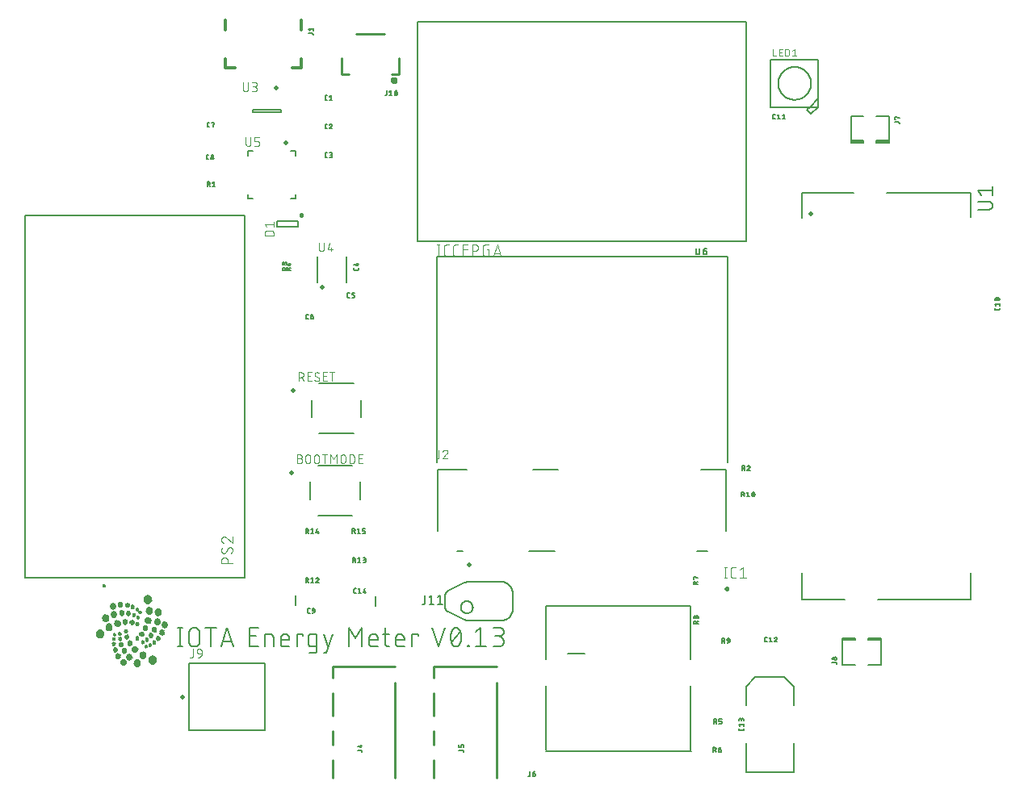
<source format=gbr>
G04 EAGLE Gerber RS-274X export*
G75*
%MOMM*%
%FSLAX34Y34*%
%LPD*%
%INSilkscreen Top*%
%IPPOS*%
%AMOC8*
5,1,8,0,0,1.08239X$1,22.5*%
G01*
%ADD10C,0.177800*%
%ADD11R,0.050800X0.025400*%
%ADD12R,0.304800X0.025400*%
%ADD13R,0.381000X0.025400*%
%ADD14R,0.457200X0.025400*%
%ADD15R,0.533400X0.025400*%
%ADD16R,0.025400X0.025400*%
%ADD17R,0.076200X0.025400*%
%ADD18R,0.558800X0.025400*%
%ADD19R,0.279400X0.025400*%
%ADD20R,0.609600X0.025400*%
%ADD21R,0.355600X0.025400*%
%ADD22R,0.635000X0.025400*%
%ADD23R,0.431800X0.025400*%
%ADD24R,0.660400X0.025400*%
%ADD25R,0.482600X0.025400*%
%ADD26R,0.685800X0.025400*%
%ADD27R,0.711200X0.025400*%
%ADD28R,0.177800X0.025400*%
%ADD29R,0.736600X0.025400*%
%ADD30R,0.508000X0.025400*%
%ADD31R,0.762000X0.025400*%
%ADD32R,0.787400X0.025400*%
%ADD33R,0.812800X0.025400*%
%ADD34R,0.584200X0.025400*%
%ADD35R,0.838200X0.025400*%
%ADD36R,0.863600X0.025400*%
%ADD37R,0.228600X0.025400*%
%ADD38R,0.406400X0.025400*%
%ADD39R,0.203200X0.025400*%
%ADD40R,0.127000X0.025400*%
%ADD41R,0.254000X0.025400*%
%ADD42R,0.330200X0.025400*%
%ADD43R,0.101600X0.025400*%
%ADD44R,0.152400X0.025400*%
%ADD45C,0.127000*%
%ADD46C,0.500000*%
%ADD47C,0.150000*%
%ADD48C,0.101600*%
%ADD49C,0.076200*%
%ADD50C,0.250000*%
%ADD51C,0.254000*%
%ADD52C,0.203200*%
%ADD53C,0.304800*%
%ADD54C,0.200000*%
%ADD55C,0.400000*%
%ADD56C,0.152400*%


D10*
X200857Y172691D02*
X200857Y152625D01*
X203086Y152625D02*
X198627Y152625D01*
X198627Y172691D02*
X203086Y172691D01*
X210113Y167117D02*
X210113Y158199D01*
X210113Y167117D02*
X210115Y167265D01*
X210121Y167414D01*
X210131Y167562D01*
X210145Y167709D01*
X210162Y167857D01*
X210184Y168004D01*
X210210Y168150D01*
X210239Y168295D01*
X210272Y168440D01*
X210309Y168584D01*
X210350Y168726D01*
X210395Y168868D01*
X210444Y169008D01*
X210496Y169147D01*
X210552Y169284D01*
X210611Y169420D01*
X210674Y169555D01*
X210741Y169687D01*
X210811Y169818D01*
X210885Y169947D01*
X210962Y170074D01*
X211042Y170198D01*
X211126Y170321D01*
X211213Y170441D01*
X211303Y170559D01*
X211396Y170675D01*
X211492Y170788D01*
X211591Y170898D01*
X211693Y171006D01*
X211798Y171111D01*
X211906Y171213D01*
X212016Y171312D01*
X212129Y171408D01*
X212245Y171501D01*
X212363Y171591D01*
X212483Y171678D01*
X212606Y171762D01*
X212730Y171842D01*
X212857Y171919D01*
X212986Y171993D01*
X213117Y172063D01*
X213249Y172130D01*
X213384Y172193D01*
X213520Y172252D01*
X213657Y172308D01*
X213796Y172360D01*
X213936Y172409D01*
X214078Y172454D01*
X214220Y172495D01*
X214364Y172532D01*
X214509Y172565D01*
X214654Y172594D01*
X214800Y172620D01*
X214947Y172642D01*
X215095Y172659D01*
X215242Y172673D01*
X215390Y172683D01*
X215539Y172689D01*
X215687Y172691D01*
X215835Y172689D01*
X215984Y172683D01*
X216132Y172673D01*
X216279Y172659D01*
X216427Y172642D01*
X216574Y172620D01*
X216720Y172594D01*
X216865Y172565D01*
X217010Y172532D01*
X217154Y172495D01*
X217296Y172454D01*
X217438Y172409D01*
X217578Y172360D01*
X217717Y172308D01*
X217854Y172252D01*
X217990Y172193D01*
X218125Y172130D01*
X218257Y172063D01*
X218388Y171993D01*
X218517Y171919D01*
X218644Y171842D01*
X218768Y171762D01*
X218891Y171678D01*
X219011Y171591D01*
X219129Y171501D01*
X219245Y171408D01*
X219358Y171312D01*
X219468Y171213D01*
X219576Y171111D01*
X219681Y171006D01*
X219783Y170898D01*
X219882Y170788D01*
X219978Y170675D01*
X220071Y170559D01*
X220161Y170441D01*
X220248Y170321D01*
X220332Y170198D01*
X220412Y170074D01*
X220489Y169947D01*
X220563Y169818D01*
X220633Y169687D01*
X220700Y169555D01*
X220763Y169420D01*
X220822Y169284D01*
X220878Y169147D01*
X220930Y169008D01*
X220979Y168868D01*
X221024Y168726D01*
X221065Y168584D01*
X221102Y168440D01*
X221135Y168295D01*
X221164Y168150D01*
X221190Y168004D01*
X221212Y167857D01*
X221229Y167709D01*
X221243Y167562D01*
X221253Y167414D01*
X221259Y167265D01*
X221261Y167117D01*
X221261Y158199D01*
X221259Y158051D01*
X221253Y157902D01*
X221243Y157754D01*
X221229Y157607D01*
X221212Y157459D01*
X221190Y157312D01*
X221164Y157166D01*
X221135Y157021D01*
X221102Y156876D01*
X221065Y156732D01*
X221024Y156590D01*
X220979Y156448D01*
X220930Y156308D01*
X220878Y156169D01*
X220822Y156032D01*
X220763Y155896D01*
X220700Y155761D01*
X220633Y155629D01*
X220563Y155498D01*
X220489Y155369D01*
X220412Y155242D01*
X220332Y155118D01*
X220248Y154995D01*
X220161Y154875D01*
X220071Y154757D01*
X219978Y154641D01*
X219882Y154528D01*
X219783Y154418D01*
X219681Y154310D01*
X219576Y154205D01*
X219468Y154103D01*
X219358Y154004D01*
X219245Y153908D01*
X219129Y153815D01*
X219011Y153725D01*
X218891Y153638D01*
X218768Y153554D01*
X218644Y153474D01*
X218517Y153397D01*
X218388Y153323D01*
X218257Y153253D01*
X218125Y153186D01*
X217990Y153123D01*
X217854Y153064D01*
X217717Y153008D01*
X217578Y152956D01*
X217438Y152907D01*
X217296Y152862D01*
X217154Y152821D01*
X217010Y152784D01*
X216865Y152751D01*
X216720Y152722D01*
X216574Y152696D01*
X216427Y152674D01*
X216279Y152657D01*
X216132Y152643D01*
X215984Y152633D01*
X215835Y152627D01*
X215687Y152625D01*
X215539Y152627D01*
X215390Y152633D01*
X215242Y152643D01*
X215095Y152657D01*
X214947Y152674D01*
X214800Y152696D01*
X214654Y152722D01*
X214509Y152751D01*
X214364Y152784D01*
X214220Y152821D01*
X214078Y152862D01*
X213936Y152907D01*
X213796Y152956D01*
X213657Y153008D01*
X213520Y153064D01*
X213384Y153123D01*
X213249Y153186D01*
X213117Y153253D01*
X212986Y153323D01*
X212857Y153397D01*
X212730Y153474D01*
X212606Y153554D01*
X212483Y153638D01*
X212363Y153725D01*
X212245Y153815D01*
X212129Y153908D01*
X212016Y154004D01*
X211906Y154103D01*
X211798Y154205D01*
X211693Y154310D01*
X211591Y154418D01*
X211492Y154528D01*
X211396Y154641D01*
X211303Y154757D01*
X211213Y154875D01*
X211126Y154995D01*
X211042Y155118D01*
X210962Y155242D01*
X210885Y155369D01*
X210811Y155498D01*
X210741Y155629D01*
X210674Y155761D01*
X210611Y155896D01*
X210552Y156032D01*
X210496Y156169D01*
X210444Y156308D01*
X210395Y156448D01*
X210350Y156590D01*
X210309Y156732D01*
X210272Y156876D01*
X210239Y157021D01*
X210210Y157166D01*
X210184Y157312D01*
X210162Y157459D01*
X210145Y157607D01*
X210131Y157754D01*
X210121Y157902D01*
X210115Y158051D01*
X210113Y158199D01*
X232990Y152625D02*
X232990Y172691D01*
X227416Y172691D02*
X238564Y172691D01*
X250292Y172691D02*
X243603Y152625D01*
X256981Y152625D02*
X250292Y172691D01*
X245276Y157642D02*
X255309Y157642D01*
X273790Y152625D02*
X282709Y152625D01*
X273790Y152625D02*
X273790Y172691D01*
X282709Y172691D01*
X280479Y163773D02*
X273790Y163773D01*
X289707Y166002D02*
X289707Y152625D01*
X289707Y166002D02*
X295281Y166002D01*
X295395Y166000D01*
X295509Y165994D01*
X295623Y165984D01*
X295736Y165971D01*
X295849Y165953D01*
X295961Y165932D01*
X296073Y165907D01*
X296183Y165878D01*
X296293Y165845D01*
X296401Y165809D01*
X296508Y165769D01*
X296613Y165725D01*
X296717Y165678D01*
X296819Y165627D01*
X296920Y165573D01*
X297018Y165515D01*
X297115Y165454D01*
X297209Y165390D01*
X297302Y165323D01*
X297391Y165252D01*
X297479Y165178D01*
X297563Y165102D01*
X297646Y165023D01*
X297725Y164940D01*
X297801Y164856D01*
X297875Y164768D01*
X297946Y164679D01*
X298013Y164586D01*
X298077Y164492D01*
X298138Y164396D01*
X298196Y164297D01*
X298250Y164196D01*
X298301Y164094D01*
X298348Y163990D01*
X298392Y163885D01*
X298432Y163778D01*
X298468Y163670D01*
X298501Y163560D01*
X298530Y163450D01*
X298555Y163338D01*
X298576Y163226D01*
X298594Y163113D01*
X298607Y163000D01*
X298617Y162886D01*
X298623Y162772D01*
X298625Y162658D01*
X298625Y152625D01*
X309736Y152625D02*
X315310Y152625D01*
X309736Y152625D02*
X309622Y152627D01*
X309508Y152633D01*
X309394Y152643D01*
X309281Y152656D01*
X309168Y152674D01*
X309056Y152695D01*
X308944Y152720D01*
X308834Y152749D01*
X308724Y152782D01*
X308616Y152818D01*
X308509Y152858D01*
X308404Y152902D01*
X308300Y152949D01*
X308198Y153000D01*
X308097Y153054D01*
X307999Y153112D01*
X307902Y153173D01*
X307808Y153237D01*
X307715Y153304D01*
X307626Y153375D01*
X307538Y153449D01*
X307454Y153525D01*
X307371Y153604D01*
X307292Y153687D01*
X307216Y153771D01*
X307142Y153859D01*
X307071Y153948D01*
X307004Y154041D01*
X306940Y154135D01*
X306879Y154232D01*
X306821Y154330D01*
X306767Y154431D01*
X306716Y154533D01*
X306669Y154637D01*
X306625Y154742D01*
X306585Y154849D01*
X306549Y154957D01*
X306516Y155067D01*
X306487Y155177D01*
X306462Y155289D01*
X306441Y155401D01*
X306423Y155514D01*
X306410Y155627D01*
X306400Y155741D01*
X306394Y155855D01*
X306392Y155969D01*
X306391Y155969D02*
X306391Y161543D01*
X306392Y161543D02*
X306394Y161675D01*
X306400Y161807D01*
X306410Y161939D01*
X306423Y162070D01*
X306441Y162201D01*
X306462Y162332D01*
X306488Y162461D01*
X306517Y162590D01*
X306550Y162718D01*
X306586Y162845D01*
X306627Y162971D01*
X306671Y163096D01*
X306719Y163219D01*
X306770Y163341D01*
X306825Y163461D01*
X306884Y163579D01*
X306946Y163696D01*
X307012Y163811D01*
X307080Y163923D01*
X307153Y164034D01*
X307228Y164143D01*
X307307Y164249D01*
X307388Y164353D01*
X307473Y164454D01*
X307561Y164553D01*
X307652Y164649D01*
X307745Y164742D01*
X307841Y164833D01*
X307940Y164921D01*
X308041Y165006D01*
X308145Y165087D01*
X308251Y165166D01*
X308360Y165241D01*
X308471Y165314D01*
X308583Y165382D01*
X308698Y165448D01*
X308815Y165510D01*
X308933Y165569D01*
X309053Y165624D01*
X309175Y165675D01*
X309298Y165723D01*
X309423Y165767D01*
X309549Y165808D01*
X309676Y165844D01*
X309804Y165877D01*
X309933Y165906D01*
X310062Y165932D01*
X310193Y165953D01*
X310324Y165971D01*
X310455Y165984D01*
X310587Y165994D01*
X310719Y166000D01*
X310851Y166002D01*
X310983Y166000D01*
X311115Y165994D01*
X311247Y165984D01*
X311378Y165971D01*
X311509Y165953D01*
X311640Y165932D01*
X311769Y165906D01*
X311898Y165877D01*
X312026Y165844D01*
X312153Y165808D01*
X312279Y165767D01*
X312404Y165723D01*
X312527Y165675D01*
X312649Y165624D01*
X312769Y165569D01*
X312887Y165510D01*
X313004Y165448D01*
X313119Y165382D01*
X313231Y165314D01*
X313342Y165241D01*
X313451Y165166D01*
X313557Y165087D01*
X313661Y165006D01*
X313762Y164921D01*
X313861Y164833D01*
X313957Y164742D01*
X314050Y164649D01*
X314141Y164553D01*
X314229Y164454D01*
X314314Y164353D01*
X314395Y164249D01*
X314474Y164143D01*
X314549Y164034D01*
X314622Y163923D01*
X314690Y163811D01*
X314756Y163696D01*
X314818Y163579D01*
X314877Y163461D01*
X314932Y163341D01*
X314983Y163219D01*
X315031Y163096D01*
X315075Y162971D01*
X315116Y162845D01*
X315152Y162718D01*
X315185Y162590D01*
X315214Y162461D01*
X315240Y162332D01*
X315261Y162201D01*
X315279Y162070D01*
X315292Y161939D01*
X315302Y161807D01*
X315308Y161675D01*
X315310Y161543D01*
X315310Y159314D01*
X306391Y159314D01*
X323154Y166002D02*
X323154Y152625D01*
X323154Y166002D02*
X329843Y166002D01*
X329843Y163773D01*
X338714Y152625D02*
X344288Y152625D01*
X338714Y152625D02*
X338600Y152627D01*
X338486Y152633D01*
X338372Y152643D01*
X338259Y152656D01*
X338146Y152674D01*
X338034Y152695D01*
X337922Y152720D01*
X337812Y152749D01*
X337702Y152782D01*
X337594Y152818D01*
X337487Y152858D01*
X337382Y152902D01*
X337278Y152949D01*
X337176Y153000D01*
X337075Y153054D01*
X336977Y153112D01*
X336880Y153173D01*
X336786Y153237D01*
X336693Y153304D01*
X336604Y153375D01*
X336516Y153449D01*
X336432Y153525D01*
X336349Y153604D01*
X336270Y153687D01*
X336194Y153771D01*
X336120Y153859D01*
X336049Y153948D01*
X335982Y154041D01*
X335918Y154135D01*
X335857Y154232D01*
X335799Y154330D01*
X335745Y154431D01*
X335694Y154533D01*
X335647Y154637D01*
X335603Y154742D01*
X335563Y154849D01*
X335527Y154957D01*
X335494Y155067D01*
X335465Y155177D01*
X335440Y155289D01*
X335419Y155401D01*
X335401Y155514D01*
X335388Y155627D01*
X335378Y155741D01*
X335372Y155855D01*
X335370Y155969D01*
X335370Y162658D01*
X335372Y162772D01*
X335378Y162886D01*
X335388Y163000D01*
X335401Y163113D01*
X335419Y163226D01*
X335440Y163338D01*
X335465Y163450D01*
X335494Y163560D01*
X335527Y163670D01*
X335563Y163778D01*
X335603Y163885D01*
X335647Y163990D01*
X335694Y164094D01*
X335745Y164196D01*
X335799Y164297D01*
X335857Y164395D01*
X335918Y164492D01*
X335982Y164586D01*
X336049Y164679D01*
X336120Y164768D01*
X336194Y164856D01*
X336270Y164940D01*
X336349Y165023D01*
X336432Y165102D01*
X336516Y165178D01*
X336604Y165252D01*
X336693Y165323D01*
X336786Y165390D01*
X336880Y165454D01*
X336977Y165515D01*
X337075Y165573D01*
X337176Y165627D01*
X337278Y165678D01*
X337382Y165725D01*
X337487Y165769D01*
X337594Y165809D01*
X337702Y165845D01*
X337812Y165878D01*
X337922Y165907D01*
X338034Y165932D01*
X338146Y165953D01*
X338259Y165971D01*
X338372Y165984D01*
X338486Y165994D01*
X338600Y166000D01*
X338714Y166002D01*
X344288Y166002D01*
X344288Y149281D01*
X344286Y149167D01*
X344280Y149053D01*
X344270Y148939D01*
X344257Y148826D01*
X344239Y148713D01*
X344218Y148601D01*
X344193Y148489D01*
X344164Y148379D01*
X344131Y148269D01*
X344095Y148161D01*
X344055Y148054D01*
X344011Y147949D01*
X343964Y147845D01*
X343913Y147743D01*
X343859Y147642D01*
X343801Y147544D01*
X343740Y147447D01*
X343676Y147353D01*
X343609Y147260D01*
X343538Y147171D01*
X343464Y147083D01*
X343388Y146999D01*
X343309Y146916D01*
X343226Y146837D01*
X343142Y146761D01*
X343054Y146687D01*
X342965Y146616D01*
X342872Y146549D01*
X342778Y146485D01*
X342682Y146424D01*
X342583Y146366D01*
X342482Y146312D01*
X342380Y146261D01*
X342276Y146214D01*
X342171Y146170D01*
X342064Y146130D01*
X341956Y146094D01*
X341846Y146061D01*
X341736Y146032D01*
X341624Y146007D01*
X341512Y145986D01*
X341399Y145968D01*
X341286Y145955D01*
X341172Y145945D01*
X341058Y145939D01*
X340944Y145937D01*
X340944Y145936D02*
X336485Y145936D01*
X351501Y145936D02*
X353731Y145936D01*
X360420Y166002D01*
X351501Y166002D02*
X355961Y152625D01*
X377697Y152625D02*
X377697Y172691D01*
X384386Y161543D01*
X391075Y172691D01*
X391075Y152625D01*
X402427Y152625D02*
X408001Y152625D01*
X402427Y152625D02*
X402313Y152627D01*
X402199Y152633D01*
X402085Y152643D01*
X401972Y152656D01*
X401859Y152674D01*
X401747Y152695D01*
X401635Y152720D01*
X401525Y152749D01*
X401415Y152782D01*
X401307Y152818D01*
X401200Y152858D01*
X401095Y152902D01*
X400991Y152949D01*
X400889Y153000D01*
X400788Y153054D01*
X400690Y153112D01*
X400593Y153173D01*
X400499Y153237D01*
X400406Y153304D01*
X400317Y153375D01*
X400229Y153449D01*
X400145Y153525D01*
X400062Y153604D01*
X399983Y153687D01*
X399907Y153771D01*
X399833Y153859D01*
X399762Y153948D01*
X399695Y154041D01*
X399631Y154135D01*
X399570Y154232D01*
X399512Y154330D01*
X399458Y154431D01*
X399407Y154533D01*
X399360Y154637D01*
X399316Y154742D01*
X399276Y154849D01*
X399240Y154957D01*
X399207Y155067D01*
X399178Y155177D01*
X399153Y155289D01*
X399132Y155401D01*
X399114Y155514D01*
X399101Y155627D01*
X399091Y155741D01*
X399085Y155855D01*
X399083Y155969D01*
X399083Y161543D01*
X399085Y161675D01*
X399091Y161807D01*
X399101Y161939D01*
X399114Y162070D01*
X399132Y162201D01*
X399153Y162332D01*
X399179Y162461D01*
X399208Y162590D01*
X399241Y162718D01*
X399277Y162845D01*
X399318Y162971D01*
X399362Y163096D01*
X399410Y163219D01*
X399461Y163341D01*
X399516Y163461D01*
X399575Y163579D01*
X399637Y163696D01*
X399703Y163811D01*
X399771Y163923D01*
X399844Y164034D01*
X399919Y164143D01*
X399998Y164249D01*
X400079Y164353D01*
X400164Y164454D01*
X400252Y164553D01*
X400343Y164649D01*
X400436Y164742D01*
X400532Y164833D01*
X400631Y164921D01*
X400732Y165006D01*
X400836Y165087D01*
X400942Y165166D01*
X401051Y165241D01*
X401162Y165314D01*
X401274Y165382D01*
X401389Y165448D01*
X401506Y165510D01*
X401624Y165569D01*
X401744Y165624D01*
X401866Y165675D01*
X401989Y165723D01*
X402114Y165767D01*
X402240Y165808D01*
X402367Y165844D01*
X402495Y165877D01*
X402624Y165906D01*
X402753Y165932D01*
X402884Y165953D01*
X403015Y165971D01*
X403146Y165984D01*
X403278Y165994D01*
X403410Y166000D01*
X403542Y166002D01*
X403674Y166000D01*
X403806Y165994D01*
X403938Y165984D01*
X404069Y165971D01*
X404200Y165953D01*
X404331Y165932D01*
X404460Y165906D01*
X404589Y165877D01*
X404717Y165844D01*
X404844Y165808D01*
X404970Y165767D01*
X405095Y165723D01*
X405218Y165675D01*
X405340Y165624D01*
X405460Y165569D01*
X405578Y165510D01*
X405695Y165448D01*
X405810Y165382D01*
X405922Y165314D01*
X406033Y165241D01*
X406142Y165166D01*
X406248Y165087D01*
X406352Y165006D01*
X406453Y164921D01*
X406552Y164833D01*
X406648Y164742D01*
X406741Y164649D01*
X406832Y164553D01*
X406920Y164454D01*
X407005Y164353D01*
X407086Y164249D01*
X407165Y164143D01*
X407240Y164034D01*
X407313Y163923D01*
X407381Y163811D01*
X407447Y163696D01*
X407509Y163579D01*
X407568Y163461D01*
X407623Y163341D01*
X407674Y163219D01*
X407722Y163096D01*
X407766Y162971D01*
X407807Y162845D01*
X407843Y162718D01*
X407876Y162590D01*
X407905Y162461D01*
X407931Y162332D01*
X407952Y162201D01*
X407970Y162070D01*
X407983Y161939D01*
X407993Y161807D01*
X407999Y161675D01*
X408001Y161543D01*
X408001Y159314D01*
X399083Y159314D01*
X413688Y166002D02*
X420376Y166002D01*
X415917Y172691D02*
X415917Y155969D01*
X415918Y155969D02*
X415920Y155855D01*
X415926Y155741D01*
X415936Y155627D01*
X415949Y155514D01*
X415967Y155401D01*
X415988Y155289D01*
X416013Y155177D01*
X416042Y155067D01*
X416075Y154957D01*
X416111Y154849D01*
X416151Y154742D01*
X416195Y154637D01*
X416242Y154533D01*
X416293Y154431D01*
X416347Y154330D01*
X416405Y154232D01*
X416466Y154135D01*
X416530Y154041D01*
X416597Y153948D01*
X416668Y153859D01*
X416742Y153771D01*
X416818Y153687D01*
X416897Y153604D01*
X416980Y153525D01*
X417064Y153449D01*
X417152Y153375D01*
X417241Y153304D01*
X417334Y153237D01*
X417428Y153173D01*
X417525Y153112D01*
X417623Y153054D01*
X417724Y153000D01*
X417826Y152949D01*
X417930Y152902D01*
X418035Y152858D01*
X418142Y152818D01*
X418250Y152782D01*
X418360Y152749D01*
X418470Y152720D01*
X418582Y152695D01*
X418694Y152674D01*
X418807Y152656D01*
X418920Y152643D01*
X419034Y152633D01*
X419148Y152627D01*
X419262Y152625D01*
X420376Y152625D01*
X430235Y152625D02*
X435809Y152625D01*
X430235Y152625D02*
X430121Y152627D01*
X430007Y152633D01*
X429893Y152643D01*
X429780Y152656D01*
X429667Y152674D01*
X429555Y152695D01*
X429443Y152720D01*
X429333Y152749D01*
X429223Y152782D01*
X429115Y152818D01*
X429008Y152858D01*
X428903Y152902D01*
X428799Y152949D01*
X428697Y153000D01*
X428596Y153054D01*
X428498Y153112D01*
X428401Y153173D01*
X428307Y153237D01*
X428214Y153304D01*
X428125Y153375D01*
X428037Y153449D01*
X427953Y153525D01*
X427870Y153604D01*
X427791Y153687D01*
X427715Y153771D01*
X427641Y153859D01*
X427570Y153948D01*
X427503Y154041D01*
X427439Y154135D01*
X427378Y154232D01*
X427320Y154330D01*
X427266Y154431D01*
X427215Y154533D01*
X427168Y154637D01*
X427124Y154742D01*
X427084Y154849D01*
X427048Y154957D01*
X427015Y155067D01*
X426986Y155177D01*
X426961Y155289D01*
X426940Y155401D01*
X426922Y155514D01*
X426909Y155627D01*
X426899Y155741D01*
X426893Y155855D01*
X426891Y155969D01*
X426891Y161543D01*
X426893Y161675D01*
X426899Y161807D01*
X426909Y161939D01*
X426922Y162070D01*
X426940Y162201D01*
X426961Y162332D01*
X426987Y162461D01*
X427016Y162590D01*
X427049Y162718D01*
X427085Y162845D01*
X427126Y162971D01*
X427170Y163096D01*
X427218Y163219D01*
X427269Y163341D01*
X427324Y163461D01*
X427383Y163579D01*
X427445Y163696D01*
X427511Y163811D01*
X427579Y163923D01*
X427652Y164034D01*
X427727Y164143D01*
X427806Y164249D01*
X427887Y164353D01*
X427972Y164454D01*
X428060Y164553D01*
X428151Y164649D01*
X428244Y164742D01*
X428340Y164833D01*
X428439Y164921D01*
X428540Y165006D01*
X428644Y165087D01*
X428750Y165166D01*
X428859Y165241D01*
X428970Y165314D01*
X429082Y165382D01*
X429197Y165448D01*
X429314Y165510D01*
X429432Y165569D01*
X429552Y165624D01*
X429674Y165675D01*
X429797Y165723D01*
X429922Y165767D01*
X430048Y165808D01*
X430175Y165844D01*
X430303Y165877D01*
X430432Y165906D01*
X430561Y165932D01*
X430692Y165953D01*
X430823Y165971D01*
X430954Y165984D01*
X431086Y165994D01*
X431218Y166000D01*
X431350Y166002D01*
X431482Y166000D01*
X431614Y165994D01*
X431746Y165984D01*
X431877Y165971D01*
X432008Y165953D01*
X432139Y165932D01*
X432268Y165906D01*
X432397Y165877D01*
X432525Y165844D01*
X432652Y165808D01*
X432778Y165767D01*
X432903Y165723D01*
X433026Y165675D01*
X433148Y165624D01*
X433268Y165569D01*
X433386Y165510D01*
X433503Y165448D01*
X433618Y165382D01*
X433730Y165314D01*
X433841Y165241D01*
X433950Y165166D01*
X434056Y165087D01*
X434160Y165006D01*
X434261Y164921D01*
X434360Y164833D01*
X434456Y164742D01*
X434549Y164649D01*
X434640Y164553D01*
X434728Y164454D01*
X434813Y164353D01*
X434894Y164249D01*
X434973Y164143D01*
X435048Y164034D01*
X435121Y163923D01*
X435189Y163811D01*
X435255Y163696D01*
X435317Y163579D01*
X435376Y163461D01*
X435431Y163341D01*
X435482Y163219D01*
X435530Y163096D01*
X435574Y162971D01*
X435615Y162845D01*
X435651Y162718D01*
X435684Y162590D01*
X435713Y162461D01*
X435739Y162332D01*
X435760Y162201D01*
X435778Y162070D01*
X435791Y161939D01*
X435801Y161807D01*
X435807Y161675D01*
X435809Y161543D01*
X435809Y159314D01*
X426891Y159314D01*
X443653Y166002D02*
X443653Y152625D01*
X443653Y166002D02*
X450342Y166002D01*
X450342Y163773D01*
X464827Y172691D02*
X471516Y152625D01*
X478205Y172691D01*
X486152Y169904D02*
X485983Y169547D01*
X485823Y169186D01*
X485672Y168822D01*
X485529Y168454D01*
X485395Y168083D01*
X485270Y167708D01*
X485154Y167331D01*
X485047Y166951D01*
X484949Y166568D01*
X484860Y166184D01*
X484781Y165797D01*
X484710Y165409D01*
X484649Y165019D01*
X484598Y164627D01*
X484555Y164235D01*
X484522Y163841D01*
X484499Y163447D01*
X484485Y163053D01*
X484480Y162658D01*
X486152Y169904D02*
X486195Y170024D01*
X486242Y170143D01*
X486293Y170261D01*
X486347Y170376D01*
X486405Y170490D01*
X486467Y170603D01*
X486532Y170713D01*
X486600Y170821D01*
X486672Y170927D01*
X486746Y171031D01*
X486824Y171132D01*
X486906Y171231D01*
X486990Y171327D01*
X487077Y171421D01*
X487167Y171512D01*
X487259Y171600D01*
X487355Y171685D01*
X487453Y171768D01*
X487553Y171847D01*
X487656Y171923D01*
X487762Y171995D01*
X487869Y172065D01*
X487979Y172131D01*
X488090Y172194D01*
X488204Y172253D01*
X488319Y172308D01*
X488436Y172360D01*
X488554Y172409D01*
X488674Y172453D01*
X488795Y172494D01*
X488918Y172531D01*
X489041Y172565D01*
X489166Y172594D01*
X489291Y172620D01*
X489417Y172642D01*
X489544Y172659D01*
X489671Y172673D01*
X489798Y172683D01*
X489926Y172689D01*
X490054Y172691D01*
X490182Y172689D01*
X490310Y172683D01*
X490437Y172673D01*
X490564Y172659D01*
X490691Y172642D01*
X490817Y172620D01*
X490942Y172594D01*
X491067Y172565D01*
X491190Y172531D01*
X491313Y172494D01*
X491434Y172453D01*
X491554Y172409D01*
X491672Y172360D01*
X491789Y172308D01*
X491904Y172253D01*
X492018Y172194D01*
X492129Y172131D01*
X492239Y172065D01*
X492346Y171995D01*
X492452Y171923D01*
X492555Y171847D01*
X492655Y171768D01*
X492753Y171685D01*
X492849Y171600D01*
X492941Y171512D01*
X493031Y171421D01*
X493118Y171327D01*
X493202Y171231D01*
X493284Y171132D01*
X493362Y171031D01*
X493436Y170927D01*
X493508Y170821D01*
X493576Y170713D01*
X493641Y170603D01*
X493703Y170490D01*
X493761Y170376D01*
X493815Y170261D01*
X493866Y170143D01*
X493913Y170024D01*
X493956Y169904D01*
X494125Y169547D01*
X494285Y169186D01*
X494436Y168822D01*
X494579Y168454D01*
X494713Y168082D01*
X494838Y167708D01*
X494954Y167331D01*
X495061Y166951D01*
X495159Y166568D01*
X495248Y166184D01*
X495327Y165797D01*
X495398Y165409D01*
X495459Y165019D01*
X495510Y164627D01*
X495553Y164235D01*
X495586Y163841D01*
X495609Y163447D01*
X495623Y163053D01*
X495628Y162658D01*
X484480Y162658D02*
X484485Y162263D01*
X484499Y161869D01*
X484522Y161475D01*
X484555Y161081D01*
X484598Y160689D01*
X484649Y160297D01*
X484710Y159907D01*
X484781Y159519D01*
X484860Y159132D01*
X484949Y158748D01*
X485047Y158365D01*
X485154Y157985D01*
X485270Y157608D01*
X485395Y157234D01*
X485529Y156862D01*
X485672Y156494D01*
X485823Y156130D01*
X485983Y155769D01*
X486152Y155412D01*
X486195Y155292D01*
X486242Y155173D01*
X486293Y155055D01*
X486347Y154940D01*
X486405Y154826D01*
X486467Y154713D01*
X486532Y154603D01*
X486600Y154495D01*
X486672Y154389D01*
X486746Y154285D01*
X486824Y154184D01*
X486906Y154085D01*
X486990Y153989D01*
X487077Y153895D01*
X487167Y153804D01*
X487259Y153716D01*
X487355Y153631D01*
X487453Y153548D01*
X487553Y153469D01*
X487656Y153393D01*
X487762Y153321D01*
X487869Y153251D01*
X487979Y153185D01*
X488090Y153122D01*
X488204Y153063D01*
X488319Y153008D01*
X488436Y152956D01*
X488554Y152907D01*
X488674Y152863D01*
X488795Y152822D01*
X488918Y152785D01*
X489041Y152751D01*
X489166Y152722D01*
X489291Y152696D01*
X489417Y152674D01*
X489544Y152657D01*
X489671Y152643D01*
X489798Y152633D01*
X489926Y152627D01*
X490054Y152625D01*
X493956Y155412D02*
X494125Y155769D01*
X494285Y156130D01*
X494436Y156494D01*
X494579Y156862D01*
X494713Y157234D01*
X494838Y157608D01*
X494954Y157985D01*
X495061Y158365D01*
X495159Y158748D01*
X495248Y159132D01*
X495327Y159519D01*
X495398Y159907D01*
X495459Y160297D01*
X495510Y160689D01*
X495553Y161081D01*
X495586Y161475D01*
X495609Y161869D01*
X495623Y162263D01*
X495628Y162658D01*
X493956Y155412D02*
X493913Y155292D01*
X493866Y155173D01*
X493815Y155055D01*
X493761Y154940D01*
X493703Y154826D01*
X493641Y154713D01*
X493576Y154603D01*
X493508Y154495D01*
X493436Y154389D01*
X493362Y154285D01*
X493284Y154184D01*
X493202Y154085D01*
X493118Y153989D01*
X493031Y153895D01*
X492941Y153804D01*
X492849Y153716D01*
X492753Y153631D01*
X492655Y153548D01*
X492555Y153469D01*
X492452Y153393D01*
X492346Y153321D01*
X492239Y153251D01*
X492129Y153185D01*
X492018Y153122D01*
X491904Y153063D01*
X491789Y153008D01*
X491672Y152956D01*
X491554Y152907D01*
X491434Y152863D01*
X491313Y152822D01*
X491190Y152785D01*
X491067Y152751D01*
X490942Y152722D01*
X490817Y152696D01*
X490691Y152674D01*
X490564Y152657D01*
X490437Y152643D01*
X490310Y152633D01*
X490182Y152627D01*
X490054Y152625D01*
X485595Y157084D02*
X494513Y168232D01*
X502474Y153740D02*
X502474Y152625D01*
X502474Y153740D02*
X503589Y153740D01*
X503589Y152625D01*
X502474Y152625D01*
X510434Y168232D02*
X516008Y172691D01*
X516008Y152625D01*
X510434Y152625D02*
X521582Y152625D01*
X528972Y152625D02*
X534546Y152625D01*
X534694Y152627D01*
X534843Y152633D01*
X534991Y152643D01*
X535138Y152657D01*
X535286Y152674D01*
X535433Y152696D01*
X535579Y152722D01*
X535724Y152751D01*
X535869Y152784D01*
X536013Y152821D01*
X536155Y152862D01*
X536297Y152907D01*
X536437Y152956D01*
X536576Y153008D01*
X536713Y153064D01*
X536849Y153123D01*
X536984Y153186D01*
X537116Y153253D01*
X537247Y153323D01*
X537376Y153397D01*
X537503Y153474D01*
X537627Y153554D01*
X537750Y153638D01*
X537870Y153725D01*
X537988Y153815D01*
X538104Y153908D01*
X538217Y154004D01*
X538327Y154103D01*
X538435Y154205D01*
X538540Y154310D01*
X538642Y154418D01*
X538741Y154528D01*
X538837Y154641D01*
X538930Y154757D01*
X539020Y154875D01*
X539107Y154995D01*
X539191Y155118D01*
X539271Y155242D01*
X539348Y155369D01*
X539422Y155498D01*
X539492Y155629D01*
X539559Y155761D01*
X539622Y155896D01*
X539681Y156032D01*
X539737Y156169D01*
X539789Y156308D01*
X539838Y156448D01*
X539883Y156590D01*
X539924Y156732D01*
X539961Y156876D01*
X539994Y157021D01*
X540023Y157166D01*
X540049Y157312D01*
X540071Y157459D01*
X540088Y157607D01*
X540102Y157754D01*
X540112Y157902D01*
X540118Y158051D01*
X540120Y158199D01*
X540118Y158347D01*
X540112Y158496D01*
X540102Y158644D01*
X540088Y158791D01*
X540071Y158939D01*
X540049Y159086D01*
X540023Y159232D01*
X539994Y159377D01*
X539961Y159522D01*
X539924Y159666D01*
X539883Y159808D01*
X539838Y159950D01*
X539789Y160090D01*
X539737Y160229D01*
X539681Y160366D01*
X539622Y160502D01*
X539559Y160637D01*
X539492Y160769D01*
X539422Y160900D01*
X539348Y161029D01*
X539271Y161156D01*
X539191Y161280D01*
X539107Y161403D01*
X539020Y161523D01*
X538930Y161641D01*
X538837Y161757D01*
X538741Y161870D01*
X538642Y161980D01*
X538540Y162088D01*
X538435Y162193D01*
X538327Y162295D01*
X538217Y162394D01*
X538104Y162490D01*
X537988Y162583D01*
X537870Y162673D01*
X537750Y162760D01*
X537627Y162844D01*
X537503Y162924D01*
X537376Y163001D01*
X537247Y163075D01*
X537116Y163145D01*
X536984Y163212D01*
X536849Y163275D01*
X536713Y163334D01*
X536576Y163390D01*
X536437Y163442D01*
X536297Y163491D01*
X536155Y163536D01*
X536013Y163577D01*
X535869Y163614D01*
X535724Y163647D01*
X535579Y163676D01*
X535433Y163702D01*
X535286Y163724D01*
X535138Y163741D01*
X534991Y163755D01*
X534843Y163765D01*
X534694Y163771D01*
X534546Y163773D01*
X535661Y172691D02*
X528972Y172691D01*
X535661Y172691D02*
X535793Y172689D01*
X535925Y172683D01*
X536057Y172673D01*
X536188Y172660D01*
X536319Y172642D01*
X536450Y172621D01*
X536579Y172595D01*
X536708Y172566D01*
X536836Y172533D01*
X536963Y172497D01*
X537089Y172456D01*
X537214Y172412D01*
X537337Y172364D01*
X537459Y172313D01*
X537579Y172258D01*
X537697Y172199D01*
X537814Y172137D01*
X537929Y172071D01*
X538041Y172003D01*
X538152Y171930D01*
X538261Y171855D01*
X538367Y171776D01*
X538471Y171695D01*
X538572Y171610D01*
X538671Y171522D01*
X538767Y171431D01*
X538860Y171338D01*
X538951Y171242D01*
X539039Y171143D01*
X539124Y171042D01*
X539205Y170938D01*
X539284Y170832D01*
X539359Y170723D01*
X539432Y170612D01*
X539500Y170500D01*
X539566Y170385D01*
X539628Y170268D01*
X539687Y170150D01*
X539742Y170030D01*
X539793Y169908D01*
X539841Y169785D01*
X539885Y169660D01*
X539926Y169534D01*
X539962Y169407D01*
X539995Y169279D01*
X540024Y169150D01*
X540050Y169021D01*
X540071Y168890D01*
X540089Y168759D01*
X540102Y168628D01*
X540112Y168496D01*
X540118Y168364D01*
X540120Y168232D01*
X540118Y168100D01*
X540112Y167968D01*
X540102Y167836D01*
X540089Y167705D01*
X540071Y167574D01*
X540050Y167443D01*
X540024Y167314D01*
X539995Y167185D01*
X539962Y167057D01*
X539926Y166930D01*
X539885Y166804D01*
X539841Y166679D01*
X539793Y166556D01*
X539742Y166434D01*
X539687Y166314D01*
X539628Y166196D01*
X539566Y166079D01*
X539500Y165964D01*
X539432Y165852D01*
X539359Y165741D01*
X539284Y165632D01*
X539205Y165526D01*
X539124Y165422D01*
X539039Y165321D01*
X538951Y165222D01*
X538860Y165126D01*
X538767Y165033D01*
X538671Y164942D01*
X538572Y164854D01*
X538471Y164769D01*
X538367Y164688D01*
X538261Y164609D01*
X538152Y164534D01*
X538041Y164461D01*
X537929Y164393D01*
X537814Y164327D01*
X537697Y164265D01*
X537579Y164206D01*
X537459Y164151D01*
X537337Y164100D01*
X537214Y164052D01*
X537089Y164008D01*
X536963Y163967D01*
X536836Y163931D01*
X536708Y163898D01*
X536579Y163869D01*
X536450Y163843D01*
X536319Y163822D01*
X536188Y163804D01*
X536057Y163791D01*
X535925Y163781D01*
X535793Y163775D01*
X535661Y163773D01*
X531202Y163773D01*
D11*
X155321Y131064D03*
X156337Y131064D03*
D12*
X155575Y131318D03*
D13*
X155702Y131572D03*
D14*
X155575Y131826D03*
D15*
X155702Y132080D03*
D16*
X140716Y132334D03*
D17*
X141478Y132334D03*
D16*
X142240Y132334D03*
D18*
X155575Y132334D03*
D19*
X141478Y132588D03*
D20*
X155575Y132588D03*
D21*
X141351Y132842D03*
D22*
X155702Y132842D03*
D23*
X141478Y133096D03*
D24*
X155575Y133096D03*
D25*
X141224Y133350D03*
D26*
X155702Y133350D03*
D15*
X141478Y133604D03*
D27*
X155575Y133604D03*
D28*
X172212Y133604D03*
D18*
X141351Y133858D03*
D27*
X155575Y133858D03*
D21*
X172085Y133858D03*
D18*
X141351Y134112D03*
D29*
X155702Y134112D03*
D23*
X172212Y134112D03*
D20*
X141351Y134366D03*
D27*
X155575Y134366D03*
D30*
X172085Y134366D03*
D20*
X141351Y134620D03*
D31*
X155575Y134620D03*
D18*
X172085Y134620D03*
D20*
X141351Y134874D03*
D29*
X155702Y134874D03*
D20*
X172085Y134874D03*
X141351Y135128D03*
D29*
X155702Y135128D03*
D26*
X172212Y135128D03*
D22*
X141478Y135382D03*
D27*
X155575Y135382D03*
X172085Y135382D03*
D22*
X141478Y135636D03*
D29*
X155702Y135636D03*
X172212Y135636D03*
D20*
X141351Y135890D03*
D27*
X155575Y135890D03*
D31*
X172085Y135890D03*
D24*
X141351Y136144D03*
D27*
X155575Y136144D03*
D32*
X172212Y136144D03*
D20*
X141351Y136398D03*
D26*
X155702Y136398D03*
D33*
X172085Y136398D03*
D20*
X141351Y136652D03*
D24*
X155575Y136652D03*
D33*
X172085Y136652D03*
D34*
X141478Y136906D03*
D22*
X155702Y136906D03*
D35*
X172212Y136906D03*
D18*
X141351Y137160D03*
D20*
X155575Y137160D03*
D36*
X172085Y137160D03*
D15*
X141478Y137414D03*
D18*
X155575Y137414D03*
D36*
X172085Y137414D03*
D25*
X141478Y137668D03*
D16*
X147320Y137668D03*
X148082Y137668D03*
D15*
X155702Y137668D03*
D36*
X172085Y137668D03*
D14*
X141351Y137922D03*
D37*
X147828Y137922D03*
D14*
X155575Y137922D03*
D36*
X172085Y137922D03*
D38*
X141351Y138176D03*
D21*
X147955Y138176D03*
D13*
X155702Y138176D03*
D36*
X172085Y138176D03*
D12*
X141351Y138430D03*
D38*
X147701Y138430D03*
D12*
X155575Y138430D03*
D36*
X172085Y138430D03*
D39*
X141351Y138684D03*
D25*
X147828Y138684D03*
D40*
X155702Y138684D03*
D36*
X172085Y138684D03*
D16*
X140970Y138938D03*
D25*
X147828Y138938D03*
D35*
X172212Y138938D03*
D15*
X147828Y139192D03*
D37*
X161544Y139192D03*
D35*
X172212Y139192D03*
D16*
X135128Y139446D03*
D40*
X136144Y139446D03*
D34*
X147828Y139446D03*
D21*
X161671Y139446D03*
D33*
X172085Y139446D03*
D41*
X136017Y139700D03*
D34*
X147828Y139700D03*
D38*
X161671Y139700D03*
D33*
X172085Y139700D03*
D21*
X136017Y139954D03*
D20*
X147701Y139954D03*
D25*
X161544Y139954D03*
D32*
X172212Y139954D03*
D13*
X136144Y140208D03*
D20*
X147955Y140208D03*
D18*
X161671Y140208D03*
D31*
X172085Y140208D03*
D14*
X136017Y140462D03*
D22*
X147828Y140462D03*
D34*
X161544Y140462D03*
D29*
X172212Y140462D03*
D14*
X136017Y140716D03*
D22*
X147828Y140716D03*
X161544Y140716D03*
D27*
X172085Y140716D03*
D30*
X136017Y140970D03*
D22*
X147828Y140970D03*
D24*
X161671Y140970D03*
X172085Y140970D03*
D30*
X136017Y141224D03*
D22*
X147828Y141224D03*
D24*
X161671Y141224D03*
D20*
X172085Y141224D03*
D15*
X136144Y141478D03*
D22*
X147828Y141478D03*
D26*
X161544Y141478D03*
D18*
X172085Y141478D03*
X136017Y141732D03*
D22*
X147828Y141732D03*
D27*
X161671Y141732D03*
D30*
X172085Y141732D03*
D18*
X136017Y141986D03*
D20*
X147701Y141986D03*
D27*
X161671Y141986D03*
D38*
X172085Y141986D03*
D15*
X135890Y142240D03*
D34*
X147828Y142240D03*
D29*
X161544Y142240D03*
D12*
X172085Y142240D03*
D15*
X136144Y142494D03*
D34*
X147828Y142494D03*
D29*
X161544Y142494D03*
D17*
X171704Y142494D03*
D11*
X172593Y142494D03*
D15*
X136144Y142748D03*
X147828Y142748D03*
D27*
X161671Y142748D03*
D15*
X135890Y143002D03*
D30*
X147701Y143002D03*
D29*
X161544Y143002D03*
D30*
X136017Y143256D03*
D25*
X147828Y143256D03*
D29*
X161798Y143256D03*
D25*
X136144Y143510D03*
D23*
X147828Y143510D03*
D29*
X161544Y143510D03*
D14*
X136017Y143764D03*
D42*
X147828Y143764D03*
D29*
X161544Y143764D03*
D38*
X136017Y144018D03*
D19*
X147828Y144018D03*
D27*
X161671Y144018D03*
D13*
X135890Y144272D03*
D43*
X147701Y144272D03*
D16*
X148590Y144272D03*
D26*
X161544Y144272D03*
D12*
X136017Y144526D03*
D24*
X161671Y144526D03*
D37*
X136144Y144780D03*
D16*
X142494Y144780D03*
D22*
X161544Y144780D03*
D11*
X136017Y145034D03*
D37*
X142494Y145034D03*
D20*
X161671Y145034D03*
D42*
X142494Y145288D03*
D20*
X161671Y145288D03*
D21*
X142367Y145542D03*
D15*
X161544Y145542D03*
D23*
X142494Y145796D03*
D16*
X153162Y145796D03*
D43*
X154051Y145796D03*
D30*
X161671Y145796D03*
D23*
X142494Y146050D03*
D12*
X153797Y146050D03*
D23*
X161544Y146050D03*
D16*
X132588Y146304D03*
X133096Y146304D03*
D25*
X142494Y146304D03*
D21*
X153797Y146304D03*
X161671Y146304D03*
D39*
X132715Y146558D03*
D30*
X142367Y146558D03*
D38*
X153797Y146558D03*
D41*
X161417Y146558D03*
D19*
X132842Y146812D03*
D15*
X142494Y146812D03*
D14*
X153797Y146812D03*
D16*
X162306Y146812D03*
D42*
X132842Y147066D03*
D15*
X142494Y147066D03*
D30*
X153797Y147066D03*
D13*
X132842Y147320D03*
D15*
X142494Y147320D03*
D18*
X153797Y147320D03*
D38*
X132715Y147574D03*
D15*
X142494Y147574D03*
D34*
X153924Y147574D03*
D23*
X132842Y147828D03*
D15*
X142494Y147828D03*
D20*
X153797Y147828D03*
D23*
X132842Y148082D03*
D15*
X142494Y148082D03*
D20*
X153797Y148082D03*
D14*
X132715Y148336D03*
D15*
X142494Y148336D03*
D20*
X153797Y148336D03*
D25*
X132842Y148590D03*
D30*
X142367Y148590D03*
D22*
X153670Y148590D03*
D14*
X132969Y148844D03*
D30*
X142367Y148844D03*
D20*
X153797Y148844D03*
D25*
X132842Y149098D03*
X142494Y149098D03*
D24*
X153797Y149098D03*
D14*
X132715Y149352D03*
D23*
X142494Y149352D03*
D22*
X153924Y149352D03*
D23*
X132842Y149606D03*
D13*
X142494Y149606D03*
D22*
X153670Y149606D03*
D23*
X132842Y149860D03*
D42*
X142494Y149860D03*
D20*
X153797Y149860D03*
D13*
X132842Y150114D03*
D19*
X142494Y150114D03*
D20*
X153797Y150114D03*
D42*
X132842Y150368D03*
D40*
X142494Y150368D03*
D20*
X153797Y150368D03*
D42*
X132842Y150622D03*
D18*
X153797Y150622D03*
D16*
X165354Y150622D03*
D37*
X132842Y150876D03*
D30*
X153797Y150876D03*
D44*
X165227Y150876D03*
D17*
X132588Y151130D03*
D16*
X133350Y151130D03*
D30*
X153797Y151130D03*
D37*
X165100Y151130D03*
D14*
X153797Y151384D03*
D41*
X165227Y151384D03*
D38*
X153797Y151638D03*
D19*
X165100Y151638D03*
D16*
X138684Y151892D03*
D43*
X139573Y151892D03*
D12*
X153797Y151892D03*
X165227Y151892D03*
D43*
X169291Y151892D03*
D41*
X139319Y152146D03*
X153797Y152146D03*
D12*
X165227Y152146D03*
D39*
X169291Y152146D03*
D12*
X139319Y152400D03*
D16*
X153924Y152400D03*
D12*
X165227Y152400D03*
D41*
X169291Y152400D03*
D16*
X131318Y152654D03*
D13*
X139192Y152654D03*
D19*
X165100Y152654D03*
D12*
X169291Y152654D03*
D44*
X131445Y152908D03*
D38*
X139319Y152908D03*
D16*
X147828Y152908D03*
D11*
X148463Y152908D03*
D16*
X149098Y152908D03*
D19*
X165100Y152908D03*
D12*
X169291Y152908D03*
D41*
X131445Y153162D03*
D23*
X139192Y153162D03*
D41*
X148463Y153162D03*
X165227Y153162D03*
D21*
X169291Y153162D03*
D12*
X131445Y153416D03*
D23*
X139192Y153416D03*
D21*
X148463Y153416D03*
D39*
X165227Y153416D03*
D21*
X169291Y153416D03*
D42*
X131318Y153670D03*
D14*
X139319Y153670D03*
D38*
X148463Y153670D03*
D43*
X165227Y153670D03*
D21*
X169291Y153670D03*
X131445Y153924D03*
D25*
X139192Y153924D03*
D23*
X148336Y153924D03*
D21*
X169291Y153924D03*
D13*
X131318Y154178D03*
D14*
X139319Y154178D03*
X148463Y154178D03*
D21*
X169291Y154178D03*
D38*
X131445Y154432D03*
D25*
X139192Y154432D03*
D30*
X148463Y154432D03*
D12*
X169291Y154432D03*
D44*
X173609Y154432D03*
D38*
X131445Y154686D03*
D14*
X139319Y154686D03*
D30*
X148463Y154686D03*
D19*
X169418Y154686D03*
D41*
X173609Y154686D03*
D13*
X131318Y154940D03*
D23*
X139192Y154940D03*
D30*
X148463Y154940D03*
D17*
X161544Y154940D03*
D41*
X169291Y154940D03*
D12*
X173609Y154940D03*
D23*
X131318Y155194D03*
X139192Y155194D03*
D18*
X148463Y155194D03*
D37*
X161544Y155194D03*
D44*
X169291Y155194D03*
D42*
X173736Y155194D03*
D13*
X131318Y155448D03*
D38*
X139319Y155448D03*
D15*
X148590Y155448D03*
D37*
X161544Y155448D03*
D16*
X169418Y155448D03*
D21*
X173609Y155448D03*
D13*
X131318Y155702D03*
D21*
X139319Y155702D03*
D15*
X148336Y155702D03*
D19*
X161544Y155702D03*
D13*
X173736Y155702D03*
D42*
X131318Y155956D03*
X139192Y155956D03*
D18*
X148463Y155956D03*
D42*
X161544Y155956D03*
D13*
X173736Y155956D03*
D42*
X131318Y156210D03*
D41*
X139319Y156210D03*
D30*
X148463Y156210D03*
D42*
X161544Y156210D03*
D38*
X173609Y156210D03*
D41*
X131445Y156464D03*
D28*
X139192Y156464D03*
D30*
X148463Y156464D03*
D42*
X161544Y156464D03*
D13*
X173736Y156464D03*
D28*
X131318Y156718D03*
D30*
X148463Y156718D03*
D21*
X161671Y156718D03*
D38*
X173609Y156718D03*
D16*
X131572Y156972D03*
D30*
X148463Y156972D03*
D42*
X161544Y156972D03*
D13*
X173736Y156972D03*
D14*
X148463Y157226D03*
D21*
X161671Y157226D03*
D13*
X173736Y157226D03*
D23*
X148336Y157480D03*
D12*
X161671Y157480D03*
D44*
X165989Y157480D03*
D21*
X173609Y157480D03*
X148463Y157734D03*
D19*
X161544Y157734D03*
D37*
X165862Y157734D03*
D12*
X173609Y157734D03*
X148463Y157988D03*
D41*
X161671Y157988D03*
D12*
X165989Y157988D03*
D41*
X173609Y157988D03*
D43*
X137795Y158242D03*
D37*
X148336Y158242D03*
D28*
X161544Y158242D03*
D21*
X165989Y158242D03*
D44*
X173609Y158242D03*
D16*
X174752Y158242D03*
D11*
X177927Y158242D03*
D44*
X131191Y158496D03*
D39*
X137795Y158496D03*
D16*
X148336Y158496D03*
X161798Y158496D03*
D21*
X165989Y158496D03*
D16*
X173990Y158496D03*
D28*
X178054Y158496D03*
D37*
X131318Y158750D03*
D12*
X137795Y158750D03*
D16*
X155956Y158750D03*
X156464Y158750D03*
D13*
X165862Y158750D03*
D12*
X177927Y158750D03*
D19*
X131318Y159004D03*
D12*
X137795Y159004D03*
D39*
X156337Y159004D03*
D38*
X165989Y159004D03*
D42*
X178054Y159004D03*
D12*
X131191Y159258D03*
D21*
X137795Y159258D03*
D19*
X156210Y159258D03*
D13*
X165862Y159258D03*
X178054Y159258D03*
D42*
X131318Y159512D03*
D21*
X137795Y159512D03*
D12*
X156337Y159512D03*
D38*
X165989Y159512D03*
X177927Y159512D03*
D42*
X131318Y159766D03*
D38*
X137795Y159766D03*
D16*
X145034Y159766D03*
D21*
X156337Y159766D03*
D38*
X165989Y159766D03*
D23*
X178054Y159766D03*
D42*
X131318Y160020D03*
D13*
X137668Y160020D03*
D28*
X145288Y160020D03*
D21*
X156337Y160020D03*
D13*
X165862Y160020D03*
D14*
X177927Y160020D03*
D21*
X131191Y160274D03*
D38*
X137795Y160274D03*
D12*
X145161Y160274D03*
D38*
X156337Y160274D03*
D13*
X165862Y160274D03*
D14*
X177927Y160274D03*
D42*
X131318Y160528D03*
D38*
X137795Y160528D03*
D21*
X145161Y160528D03*
D13*
X156210Y160528D03*
D21*
X165989Y160528D03*
D23*
X178054Y160528D03*
D42*
X131318Y160782D03*
D38*
X137795Y160782D03*
D13*
X145288Y160782D03*
D38*
X156337Y160782D03*
D42*
X165862Y160782D03*
D25*
X178054Y160782D03*
D41*
X116967Y161036D03*
D12*
X131191Y161036D03*
D21*
X137795Y161036D03*
D38*
X145161Y161036D03*
X156337Y161036D03*
D41*
X165989Y161036D03*
D25*
X178054Y161036D03*
D13*
X116840Y161290D03*
D19*
X131318Y161290D03*
D21*
X137795Y161290D03*
D23*
X145288Y161290D03*
D38*
X156337Y161290D03*
D28*
X165862Y161290D03*
D16*
X170434Y161290D03*
D14*
X177927Y161290D03*
X116967Y161544D03*
D37*
X131318Y161544D03*
D42*
X137922Y161544D03*
D14*
X145161Y161544D03*
D13*
X156210Y161544D03*
D11*
X165989Y161544D03*
D39*
X170307Y161544D03*
D23*
X178054Y161544D03*
D30*
X116967Y161798D03*
D40*
X131318Y161798D03*
D19*
X137668Y161798D03*
D25*
X145288Y161798D03*
D21*
X156337Y161798D03*
D19*
X170180Y161798D03*
D23*
X178054Y161798D03*
D20*
X116967Y162052D03*
D39*
X137795Y162052D03*
D14*
X145161Y162052D03*
D21*
X156337Y162052D03*
D42*
X170180Y162052D03*
D13*
X178054Y162052D03*
D22*
X116840Y162306D03*
D17*
X137922Y162306D03*
D25*
X145288Y162306D03*
D19*
X156210Y162306D03*
D13*
X170180Y162306D03*
D21*
X177927Y162306D03*
D26*
X116840Y162560D03*
D14*
X145161Y162560D03*
D37*
X156464Y162560D03*
D38*
X170307Y162560D03*
D42*
X178054Y162560D03*
D27*
X116967Y162814D03*
D14*
X145161Y162814D03*
D40*
X156210Y162814D03*
D43*
X160655Y162814D03*
D38*
X170307Y162814D03*
D37*
X178054Y162814D03*
D31*
X116967Y163068D03*
D17*
X132334Y163068D03*
D23*
X145288Y163068D03*
D37*
X160528Y163068D03*
D14*
X170307Y163068D03*
D16*
X177292Y163068D03*
D17*
X178054Y163068D03*
D31*
X116967Y163322D03*
D28*
X132080Y163322D03*
D23*
X145288Y163322D03*
D12*
X160655Y163322D03*
D14*
X170307Y163322D03*
D32*
X116840Y163576D03*
D41*
X132207Y163576D03*
D13*
X145288Y163576D03*
D21*
X160655Y163576D03*
D14*
X170307Y163576D03*
D33*
X116967Y163830D03*
D41*
X132207Y163830D03*
D11*
X137287Y163830D03*
D16*
X137922Y163830D03*
D21*
X145161Y163830D03*
D13*
X160528Y163830D03*
D25*
X170180Y163830D03*
D35*
X116840Y164084D03*
D19*
X132080Y164084D03*
D39*
X137795Y164084D03*
D12*
X145161Y164084D03*
D23*
X160528Y164084D03*
D14*
X170307Y164084D03*
D17*
X181864Y164084D03*
D35*
X116840Y164338D03*
D12*
X132207Y164338D03*
D37*
X137668Y164338D03*
D41*
X145161Y164338D03*
D14*
X160655Y164338D03*
X170307Y164338D03*
D37*
X181864Y164338D03*
D36*
X116967Y164592D03*
D12*
X132207Y164592D03*
X137795Y164592D03*
D43*
X145415Y164592D03*
D14*
X160655Y164592D03*
D23*
X170180Y164592D03*
D42*
X181864Y164592D03*
D35*
X116840Y164846D03*
D12*
X132207Y164846D03*
D42*
X137668Y164846D03*
D14*
X160655Y164846D03*
D23*
X170180Y164846D03*
D13*
X181864Y164846D03*
D36*
X116967Y165100D03*
D19*
X132080Y165100D03*
D42*
X137668Y165100D03*
D25*
X160528Y165100D03*
D38*
X170307Y165100D03*
D23*
X181864Y165100D03*
D36*
X116967Y165354D03*
D41*
X132207Y165354D03*
D42*
X137668Y165354D03*
D23*
X160528Y165354D03*
D13*
X170180Y165354D03*
D25*
X181864Y165354D03*
D36*
X116967Y165608D03*
D41*
X132207Y165608D03*
D21*
X137795Y165608D03*
D14*
X160655Y165608D03*
D12*
X170307Y165608D03*
D25*
X181864Y165608D03*
D36*
X116967Y165862D03*
D44*
X132207Y165862D03*
D21*
X137541Y165862D03*
D14*
X160655Y165862D03*
D41*
X170307Y165862D03*
D30*
X181737Y165862D03*
D35*
X116840Y166116D03*
D16*
X132080Y166116D03*
D42*
X137668Y166116D03*
D23*
X160528Y166116D03*
D16*
X169418Y166116D03*
D11*
X170053Y166116D03*
X170815Y166116D03*
D15*
X181864Y166116D03*
D36*
X116967Y166370D03*
D42*
X137668Y166370D03*
D28*
X143764Y166370D03*
D38*
X160655Y166370D03*
D15*
X181864Y166370D03*
D35*
X116840Y166624D03*
D19*
X137668Y166624D03*
D37*
X143764Y166624D03*
D38*
X160655Y166624D03*
D15*
X181864Y166624D03*
D35*
X116840Y166878D03*
D41*
X137795Y166878D03*
D12*
X143891Y166878D03*
D21*
X160655Y166878D03*
D18*
X181737Y166878D03*
D33*
X116967Y167132D03*
D28*
X137668Y167132D03*
D42*
X143764Y167132D03*
D12*
X160655Y167132D03*
D11*
X174117Y167132D03*
D15*
X181864Y167132D03*
D31*
X116967Y167386D03*
D11*
X137541Y167386D03*
D13*
X143764Y167386D03*
D39*
X160655Y167386D03*
D37*
X173990Y167386D03*
D15*
X181864Y167386D03*
D31*
X116967Y167640D03*
D13*
X143764Y167640D03*
D16*
X160528Y167640D03*
D42*
X174244Y167640D03*
D15*
X181864Y167640D03*
D29*
X116840Y167894D03*
D13*
X143764Y167894D03*
X173990Y167894D03*
D30*
X181737Y167894D03*
D26*
X116840Y168148D03*
D13*
X143764Y168148D03*
D38*
X174117Y168148D03*
D30*
X181737Y168148D03*
D24*
X116967Y168402D03*
D23*
X143764Y168402D03*
D14*
X174117Y168402D03*
X181737Y168402D03*
D34*
X116840Y168656D03*
D40*
X126492Y168656D03*
D13*
X143764Y168656D03*
D28*
X164592Y168656D03*
D25*
X173990Y168656D03*
D23*
X181864Y168656D03*
D18*
X116967Y168910D03*
D12*
X126111Y168910D03*
D13*
X143764Y168910D03*
D19*
X164338Y168910D03*
D30*
X174117Y168910D03*
D13*
X181864Y168910D03*
D30*
X116967Y169164D03*
D13*
X126238Y169164D03*
X143764Y169164D03*
D21*
X164465Y169164D03*
D30*
X174117Y169164D03*
D42*
X181864Y169164D03*
D38*
X116967Y169418D03*
D14*
X126365Y169418D03*
D42*
X143764Y169418D03*
D38*
X164465Y169418D03*
D15*
X173990Y169418D03*
D41*
X181737Y169418D03*
D12*
X116967Y169672D03*
D15*
X126238Y169672D03*
D12*
X143891Y169672D03*
D14*
X164465Y169672D03*
D18*
X174117Y169672D03*
D16*
X181356Y169672D03*
D11*
X181991Y169672D03*
D16*
X182626Y169672D03*
X116586Y169926D03*
X117094Y169926D03*
D18*
X126111Y169926D03*
D19*
X143764Y169926D03*
D14*
X164465Y169926D03*
D18*
X174117Y169926D03*
D20*
X126365Y170180D03*
D28*
X143764Y170180D03*
D30*
X164465Y170180D03*
D18*
X174117Y170180D03*
D22*
X126238Y170434D03*
D30*
X164465Y170434D03*
D18*
X174117Y170434D03*
D24*
X126111Y170688D03*
D30*
X164465Y170688D03*
D15*
X173990Y170688D03*
D26*
X126238Y170942D03*
D15*
X164338Y170942D03*
D30*
X174117Y170942D03*
D26*
X126238Y171196D03*
D18*
X164465Y171196D03*
D30*
X174117Y171196D03*
D29*
X126238Y171450D03*
D18*
X164465Y171450D03*
D14*
X174117Y171450D03*
D29*
X126238Y171704D03*
D15*
X164592Y171704D03*
D23*
X173990Y171704D03*
D16*
X184404Y171704D03*
D29*
X126238Y171958D03*
D15*
X164338Y171958D03*
D38*
X174117Y171958D03*
D37*
X184658Y171958D03*
D29*
X126238Y172212D03*
D30*
X164465Y172212D03*
D21*
X174117Y172212D03*
D42*
X184658Y172212D03*
D29*
X126238Y172466D03*
D30*
X164465Y172466D03*
D41*
X174117Y172466D03*
D38*
X184785Y172466D03*
D29*
X126238Y172720D03*
D25*
X164338Y172720D03*
D44*
X174117Y172720D03*
D23*
X184658Y172720D03*
D29*
X126238Y172974D03*
D14*
X164465Y172974D03*
D15*
X184658Y172974D03*
D29*
X126238Y173228D03*
D17*
X134874Y173228D03*
D11*
X135763Y173228D03*
D38*
X164465Y173228D03*
D15*
X184658Y173228D03*
D29*
X126238Y173482D03*
D12*
X135255Y173482D03*
D21*
X164465Y173482D03*
D34*
X184658Y173482D03*
D26*
X126238Y173736D03*
D21*
X135255Y173736D03*
D16*
X155956Y173736D03*
D42*
X164338Y173736D03*
D34*
X184658Y173736D03*
D26*
X126238Y173990D03*
D23*
X135128Y173990D03*
D28*
X156210Y173990D03*
D39*
X164465Y173990D03*
D34*
X184658Y173990D03*
D24*
X126111Y174244D03*
D25*
X135128Y174244D03*
D41*
X156337Y174244D03*
D16*
X164592Y174244D03*
D22*
X184658Y174244D03*
X126238Y174498D03*
D30*
X135255Y174498D03*
D12*
X156083Y174498D03*
D22*
X184658Y174498D03*
D34*
X126238Y174752D03*
D18*
X135255Y174752D03*
D42*
X156210Y174752D03*
D22*
X184658Y174752D03*
D34*
X126238Y175006D03*
D18*
X135255Y175006D03*
D13*
X156210Y175006D03*
D39*
X176911Y175006D03*
D22*
X184658Y175006D03*
D15*
X126238Y175260D03*
D20*
X135255Y175260D03*
D44*
X143637Y175260D03*
D16*
X149606Y175260D03*
D43*
X150495Y175260D03*
D13*
X156210Y175260D03*
D12*
X176911Y175260D03*
D22*
X184658Y175260D03*
D14*
X126111Y175514D03*
D20*
X135255Y175514D03*
D19*
X143256Y175514D03*
D41*
X150495Y175514D03*
D23*
X156210Y175514D03*
D38*
X176911Y175514D03*
D22*
X184658Y175514D03*
D13*
X126238Y175768D03*
D20*
X135255Y175768D03*
D42*
X143510Y175768D03*
D12*
X150495Y175768D03*
D38*
X156337Y175768D03*
D14*
X176911Y175768D03*
D34*
X184658Y175768D03*
D12*
X126111Y176022D03*
D22*
X135128Y176022D03*
D38*
X143383Y176022D03*
D21*
X150495Y176022D03*
D13*
X156210Y176022D03*
D25*
X177038Y176022D03*
D22*
X184658Y176022D03*
D17*
X126238Y176276D03*
D16*
X127000Y176276D03*
D22*
X135128Y176276D03*
D14*
X143383Y176276D03*
D38*
X150495Y176276D03*
D13*
X156210Y176276D03*
D17*
X167132Y176276D03*
D16*
X167894Y176276D03*
D15*
X177038Y176276D03*
D34*
X184658Y176276D03*
D22*
X135382Y176530D03*
D14*
X143383Y176530D03*
D23*
X150368Y176530D03*
D13*
X156210Y176530D03*
D19*
X167386Y176530D03*
D18*
X176911Y176530D03*
D34*
X184658Y176530D03*
D20*
X135255Y176784D03*
D30*
X143383Y176784D03*
D14*
X150495Y176784D03*
D13*
X156210Y176784D03*
X167132Y176784D03*
D34*
X177038Y176784D03*
D15*
X184658Y176784D03*
D22*
X135128Y177038D03*
D30*
X143383Y177038D03*
D14*
X150495Y177038D03*
D42*
X156210Y177038D03*
D23*
X167386Y177038D03*
D20*
X176911Y177038D03*
D30*
X184785Y177038D03*
D20*
X135255Y177292D03*
D15*
X143256Y177292D03*
D14*
X150495Y177292D03*
D42*
X156210Y177292D03*
D25*
X167386Y177292D03*
D20*
X176911Y177292D03*
D14*
X184785Y177292D03*
D20*
X135255Y177546D03*
D15*
X143510Y177546D03*
D25*
X150368Y177546D03*
D37*
X156210Y177546D03*
D30*
X167259Y177546D03*
D22*
X176784Y177546D03*
D23*
X184658Y177546D03*
D34*
X135128Y177800D03*
D18*
X143383Y177800D03*
D14*
X150495Y177800D03*
D44*
X156337Y177800D03*
D18*
X167259Y177800D03*
D22*
X177038Y177800D03*
D21*
X184531Y177800D03*
D16*
X121666Y178054D03*
D11*
X122301Y178054D03*
D16*
X122936Y178054D03*
X123444Y178054D03*
D18*
X135255Y178054D03*
D15*
X143510Y178054D03*
D14*
X150495Y178054D03*
D18*
X167259Y178054D03*
D22*
X177038Y178054D03*
D41*
X184531Y178054D03*
D12*
X122555Y178308D03*
D15*
X135128Y178308D03*
D18*
X143383Y178308D03*
D14*
X150495Y178308D03*
D20*
X167259Y178308D03*
D22*
X177038Y178308D03*
D11*
X184277Y178308D03*
D16*
X184912Y178308D03*
X185420Y178308D03*
D21*
X122555Y178562D03*
D30*
X135255Y178562D03*
D15*
X143510Y178562D03*
D23*
X150368Y178562D03*
D20*
X167259Y178562D03*
D24*
X176911Y178562D03*
D14*
X122555Y178816D03*
D23*
X135128Y178816D03*
D30*
X143383Y178816D03*
D38*
X150495Y178816D03*
D20*
X167259Y178816D03*
X176911Y178816D03*
D30*
X122555Y179070D03*
D38*
X135255Y179070D03*
D30*
X143383Y179070D03*
D21*
X150495Y179070D03*
D22*
X167386Y179070D03*
D20*
X176911Y179070D03*
D18*
X122555Y179324D03*
D12*
X135255Y179324D03*
D25*
X143510Y179324D03*
D42*
X150368Y179324D03*
D22*
X167132Y179324D03*
D34*
X177038Y179324D03*
D20*
X122555Y179578D03*
D37*
X135128Y179578D03*
D14*
X143383Y179578D03*
D12*
X150495Y179578D03*
D22*
X167386Y179578D03*
D18*
X176911Y179578D03*
D20*
X122555Y179832D03*
D16*
X135128Y179832D03*
D23*
X143510Y179832D03*
D39*
X150495Y179832D03*
D20*
X167259Y179832D03*
D18*
X176911Y179832D03*
D24*
X122555Y180086D03*
D21*
X143383Y180086D03*
D22*
X167386Y180086D03*
D30*
X176911Y180086D03*
D27*
X122555Y180340D03*
D12*
X143383Y180340D03*
D20*
X167259Y180340D03*
D14*
X176911Y180340D03*
D27*
X122555Y180594D03*
D39*
X143383Y180594D03*
D20*
X167259Y180594D03*
D23*
X176784Y180594D03*
D27*
X122555Y180848D03*
D16*
X143256Y180848D03*
D34*
X167386Y180848D03*
D13*
X177038Y180848D03*
D27*
X122555Y181102D03*
D28*
X156972Y181102D03*
D18*
X167259Y181102D03*
D12*
X176911Y181102D03*
D29*
X122682Y181356D03*
D41*
X157099Y181356D03*
D15*
X167386Y181356D03*
D44*
X176911Y181356D03*
D29*
X122428Y181610D03*
D19*
X156972Y181610D03*
D30*
X167259Y181610D03*
D29*
X122682Y181864D03*
D12*
X157099Y181864D03*
D14*
X167259Y181864D03*
D29*
X122428Y182118D03*
D42*
X156972Y182118D03*
D38*
X167259Y182118D03*
D27*
X122555Y182372D03*
D42*
X156972Y182372D03*
D12*
X167259Y182372D03*
D31*
X122555Y182626D03*
D43*
X131191Y182626D03*
D16*
X132080Y182626D03*
D21*
X157099Y182626D03*
D41*
X167259Y182626D03*
D27*
X122555Y182880D03*
D19*
X131572Y182880D03*
D42*
X156972Y182880D03*
D27*
X122555Y183134D03*
D21*
X131445Y183134D03*
D16*
X152654Y183134D03*
D42*
X156972Y183134D03*
D26*
X122682Y183388D03*
D38*
X131445Y183388D03*
D28*
X152654Y183388D03*
D42*
X156972Y183388D03*
D24*
X122555Y183642D03*
D25*
X131572Y183642D03*
D41*
X152527Y183642D03*
D12*
X157099Y183642D03*
D24*
X122555Y183896D03*
D15*
X131572Y183896D03*
D12*
X152527Y183896D03*
D41*
X157099Y183896D03*
D20*
X122555Y184150D03*
D15*
X131572Y184150D03*
D42*
X152654Y184150D03*
D37*
X156972Y184150D03*
D18*
X122555Y184404D03*
D34*
X131572Y184404D03*
D21*
X152527Y184404D03*
D43*
X157099Y184404D03*
D11*
X177927Y184404D03*
D16*
X178562Y184404D03*
D30*
X122555Y184658D03*
D34*
X131572Y184658D03*
D28*
X139700Y184658D03*
D40*
X146812Y184658D03*
D38*
X152527Y184658D03*
D41*
X178181Y184658D03*
D14*
X122555Y184912D03*
D34*
X131572Y184912D03*
D19*
X139700Y184912D03*
D37*
X146812Y184912D03*
D13*
X152654Y184912D03*
D38*
X178181Y184912D03*
X122555Y185166D03*
D22*
X131572Y185166D03*
D42*
X139700Y185166D03*
D12*
X146685Y185166D03*
D38*
X152527Y185166D03*
D23*
X178054Y185166D03*
D12*
X122555Y185420D03*
D22*
X131572Y185420D03*
D38*
X139827Y185420D03*
D13*
X146812Y185420D03*
D38*
X152527Y185420D03*
D30*
X178181Y185420D03*
D40*
X122428Y185674D03*
D22*
X131572Y185674D03*
D23*
X139700Y185674D03*
D13*
X146812Y185674D03*
D38*
X152527Y185674D03*
D18*
X178181Y185674D03*
D22*
X131572Y185928D03*
D25*
X139700Y185928D03*
D23*
X146812Y185928D03*
D13*
X152654Y185928D03*
D39*
X168529Y185928D03*
D34*
X178054Y185928D03*
D22*
X131572Y186182D03*
D25*
X139700Y186182D03*
D23*
X146812Y186182D03*
D21*
X152527Y186182D03*
D42*
X168402Y186182D03*
D22*
X178054Y186182D03*
X131572Y186436D03*
D30*
X139827Y186436D03*
D14*
X146685Y186436D03*
D21*
X152527Y186436D03*
D38*
X168529Y186436D03*
D24*
X178181Y186436D03*
D22*
X131572Y186690D03*
D15*
X139700Y186690D03*
D25*
X146812Y186690D03*
D12*
X152527Y186690D03*
D11*
X158877Y186690D03*
D25*
X168402Y186690D03*
D26*
X178054Y186690D03*
D20*
X131445Y186944D03*
D15*
X139700Y186944D03*
D23*
X146812Y186944D03*
D41*
X152527Y186944D03*
D28*
X159004Y186944D03*
D15*
X168402Y186944D03*
D26*
X178054Y186944D03*
D34*
X131572Y187198D03*
D15*
X139700Y187198D03*
D25*
X146812Y187198D03*
D44*
X152527Y187198D03*
D37*
X159004Y187198D03*
D34*
X168402Y187198D03*
D27*
X178181Y187198D03*
D15*
X131572Y187452D03*
X139700Y187452D03*
D25*
X146812Y187452D03*
D19*
X159004Y187452D03*
D20*
X168529Y187452D03*
D27*
X178181Y187452D03*
D15*
X131572Y187706D03*
D18*
X139827Y187706D03*
D23*
X146812Y187706D03*
D19*
X159004Y187706D03*
D24*
X168529Y187706D03*
D29*
X178054Y187706D03*
D30*
X131445Y187960D03*
D15*
X139700Y187960D03*
D23*
X146812Y187960D03*
D12*
X158877Y187960D03*
D24*
X168529Y187960D03*
D29*
X178054Y187960D03*
D14*
X131699Y188214D03*
D15*
X139700Y188214D03*
D38*
X146685Y188214D03*
D19*
X159004Y188214D03*
D26*
X168402Y188214D03*
D31*
X178181Y188214D03*
D38*
X131445Y188468D03*
D30*
X139827Y188468D03*
D13*
X146812Y188468D03*
D12*
X158877Y188468D03*
D27*
X168529Y188468D03*
D29*
X178054Y188468D03*
D42*
X131572Y188722D03*
D30*
X139827Y188722D03*
D42*
X146812Y188722D03*
D19*
X159004Y188722D03*
D27*
X168529Y188722D03*
D31*
X178181Y188722D03*
D37*
X131572Y188976D03*
D23*
X139700Y188976D03*
D19*
X146812Y188976D03*
D41*
X158877Y188976D03*
D29*
X168402Y188976D03*
X178054Y188976D03*
D16*
X131572Y189230D03*
D38*
X139827Y189230D03*
D28*
X146812Y189230D03*
D37*
X159004Y189230D03*
D29*
X168402Y189230D03*
D27*
X178181Y189230D03*
D13*
X139700Y189484D03*
D16*
X147066Y189484D03*
D17*
X155702Y189484D03*
D28*
X159004Y189484D03*
D29*
X168402Y189484D03*
D27*
X178181Y189484D03*
D19*
X139700Y189738D03*
D28*
X155702Y189738D03*
D11*
X158877Y189738D03*
D31*
X168529Y189738D03*
D26*
X178054Y189738D03*
D41*
X139827Y189992D03*
D19*
X155702Y189992D03*
D27*
X168529Y189992D03*
D24*
X178181Y189992D03*
D16*
X139446Y190246D03*
X139954Y190246D03*
D19*
X155702Y190246D03*
D29*
X168402Y190246D03*
D22*
X178054Y190246D03*
D42*
X155702Y190500D03*
D29*
X168402Y190500D03*
D20*
X178181Y190500D03*
D42*
X155702Y190754D03*
D27*
X168529Y190754D03*
D34*
X178054Y190754D03*
D42*
X155702Y191008D03*
D26*
X168402Y191008D03*
D30*
X178181Y191008D03*
D39*
X130175Y191262D03*
D21*
X155829Y191262D03*
D26*
X168402Y191262D03*
D25*
X178054Y191262D03*
D42*
X130302Y191516D03*
D21*
X155829Y191516D03*
D24*
X168529Y191516D03*
D38*
X178181Y191516D03*
D13*
X130302Y191770D03*
D17*
X151130Y191770D03*
D42*
X155702Y191770D03*
D20*
X168529Y191770D03*
D42*
X178054Y191770D03*
D14*
X130175Y192024D03*
D39*
X151257Y192024D03*
D42*
X155702Y192024D03*
D34*
X168402Y192024D03*
D44*
X178181Y192024D03*
D25*
X130302Y192278D03*
D12*
X151257Y192278D03*
D19*
X155702Y192278D03*
D18*
X168529Y192278D03*
D15*
X130302Y192532D03*
D12*
X151257Y192532D03*
D37*
X155702Y192532D03*
D30*
X168529Y192532D03*
D18*
X130175Y192786D03*
D21*
X151257Y192786D03*
D28*
X155702Y192786D03*
D23*
X168402Y192786D03*
D34*
X130302Y193040D03*
D13*
X151384Y193040D03*
D11*
X155829Y193040D03*
D21*
X168529Y193040D03*
D20*
X130175Y193294D03*
D37*
X138430Y193294D03*
D39*
X145415Y193294D03*
D38*
X151257Y193294D03*
D41*
X168275Y193294D03*
D20*
X130175Y193548D03*
D19*
X138430Y193548D03*
X145542Y193548D03*
D38*
X151257Y193548D03*
D16*
X168656Y193548D03*
D22*
X130302Y193802D03*
D13*
X138430Y193802D03*
D42*
X145542Y193802D03*
D38*
X151257Y193802D03*
D20*
X130175Y194056D03*
D23*
X138430Y194056D03*
D21*
X145415Y194056D03*
D38*
X151257Y194056D03*
D22*
X130302Y194310D03*
D23*
X138430Y194310D03*
D38*
X145415Y194310D03*
X151257Y194310D03*
D22*
X130302Y194564D03*
D25*
X138430Y194564D03*
D23*
X145542Y194564D03*
D13*
X151384Y194564D03*
D20*
X130175Y194818D03*
D25*
X138430Y194818D03*
D14*
X145415Y194818D03*
D21*
X151257Y194818D03*
D22*
X130302Y195072D03*
D15*
X138430Y195072D03*
D14*
X145415Y195072D03*
D12*
X151257Y195072D03*
D20*
X130175Y195326D03*
D15*
X138430Y195326D03*
D14*
X145415Y195326D03*
D12*
X151257Y195326D03*
D20*
X130175Y195580D03*
D15*
X138430Y195580D03*
D25*
X145542Y195580D03*
D37*
X151130Y195580D03*
D34*
X130302Y195834D03*
D18*
X138303Y195834D03*
D25*
X145542Y195834D03*
D43*
X151257Y195834D03*
D18*
X130175Y196088D03*
D15*
X138430Y196088D03*
D14*
X145415Y196088D03*
D30*
X130175Y196342D03*
D15*
X138430Y196342D03*
D23*
X145542Y196342D03*
D25*
X130302Y196596D03*
D15*
X138430Y196596D03*
D23*
X145542Y196596D03*
X130302Y196850D03*
D15*
X138430Y196850D03*
D38*
X145415Y196850D03*
D21*
X130175Y197104D03*
D25*
X138430Y197104D03*
D21*
X145415Y197104D03*
D16*
X166624Y197104D03*
X167132Y197104D03*
X167894Y197104D03*
D19*
X130302Y197358D03*
D25*
X138430Y197358D03*
D42*
X145542Y197358D03*
X167132Y197358D03*
D28*
X130302Y197612D03*
D23*
X138430Y197612D03*
D37*
X145542Y197612D03*
D38*
X167259Y197612D03*
D13*
X138430Y197866D03*
D40*
X145542Y197866D03*
D30*
X167259Y197866D03*
D21*
X138557Y198120D03*
D18*
X167259Y198120D03*
D19*
X138430Y198374D03*
D20*
X167259Y198374D03*
D28*
X138430Y198628D03*
D24*
X167259Y198628D03*
D27*
X167259Y198882D03*
X167259Y199136D03*
D31*
X167259Y199390D03*
D32*
X167132Y199644D03*
D33*
X167259Y199898D03*
D35*
X167132Y200152D03*
X167386Y200406D03*
D36*
X167259Y200660D03*
X167259Y200914D03*
X167259Y201168D03*
X167259Y201422D03*
X167259Y201676D03*
X167259Y201930D03*
X167259Y202184D03*
X167259Y202438D03*
X167259Y202692D03*
D33*
X167259Y202946D03*
X167259Y203200D03*
X167259Y203454D03*
D31*
X167259Y203708D03*
X167259Y203962D03*
D27*
X167259Y204216D03*
D24*
X167259Y204470D03*
D20*
X167259Y204724D03*
X167259Y204978D03*
D30*
X167259Y205232D03*
D14*
X167259Y205486D03*
D21*
X167259Y205740D03*
D39*
X167259Y205994D03*
D45*
X941490Y628750D02*
X1029450Y628750D01*
X1029450Y603790D01*
X1029450Y230160D02*
X1029450Y202050D01*
X932490Y202050D01*
X852950Y202050D02*
X852950Y229710D01*
X852950Y202050D02*
X897710Y202050D01*
X907160Y628750D02*
X852950Y628750D01*
X852950Y602890D01*
D46*
X861700Y606900D03*
D45*
X1037054Y611251D02*
X1048272Y611251D01*
X1048402Y611253D01*
X1048533Y611259D01*
X1048663Y611269D01*
X1048792Y611282D01*
X1048921Y611300D01*
X1049050Y611322D01*
X1049178Y611347D01*
X1049305Y611376D01*
X1049431Y611409D01*
X1049556Y611446D01*
X1049680Y611487D01*
X1049802Y611531D01*
X1049923Y611579D01*
X1050043Y611631D01*
X1050161Y611686D01*
X1050277Y611745D01*
X1050392Y611808D01*
X1050504Y611873D01*
X1050615Y611942D01*
X1050723Y612015D01*
X1050829Y612090D01*
X1050933Y612169D01*
X1051035Y612251D01*
X1051133Y612336D01*
X1051230Y612424D01*
X1051323Y612515D01*
X1051414Y612608D01*
X1051502Y612705D01*
X1051587Y612803D01*
X1051669Y612905D01*
X1051748Y613009D01*
X1051823Y613115D01*
X1051896Y613223D01*
X1051965Y613334D01*
X1052030Y613446D01*
X1052093Y613561D01*
X1052152Y613677D01*
X1052207Y613795D01*
X1052259Y613915D01*
X1052307Y614036D01*
X1052351Y614158D01*
X1052392Y614282D01*
X1052429Y614407D01*
X1052462Y614533D01*
X1052491Y614660D01*
X1052516Y614788D01*
X1052538Y614917D01*
X1052556Y615046D01*
X1052569Y615175D01*
X1052579Y615305D01*
X1052585Y615436D01*
X1052587Y615566D01*
X1052585Y615696D01*
X1052579Y615827D01*
X1052569Y615957D01*
X1052556Y616086D01*
X1052538Y616215D01*
X1052516Y616344D01*
X1052491Y616472D01*
X1052462Y616599D01*
X1052429Y616725D01*
X1052392Y616850D01*
X1052351Y616974D01*
X1052307Y617096D01*
X1052259Y617217D01*
X1052207Y617337D01*
X1052152Y617455D01*
X1052093Y617571D01*
X1052030Y617686D01*
X1051965Y617798D01*
X1051896Y617909D01*
X1051823Y618017D01*
X1051748Y618123D01*
X1051669Y618227D01*
X1051587Y618329D01*
X1051502Y618427D01*
X1051414Y618524D01*
X1051323Y618617D01*
X1051230Y618708D01*
X1051133Y618796D01*
X1051035Y618881D01*
X1050933Y618963D01*
X1050829Y619042D01*
X1050723Y619117D01*
X1050615Y619190D01*
X1050504Y619259D01*
X1050392Y619324D01*
X1050277Y619387D01*
X1050161Y619446D01*
X1050043Y619501D01*
X1049923Y619553D01*
X1049802Y619601D01*
X1049680Y619645D01*
X1049556Y619686D01*
X1049431Y619723D01*
X1049305Y619756D01*
X1049178Y619785D01*
X1049050Y619810D01*
X1048921Y619832D01*
X1048792Y619850D01*
X1048663Y619863D01*
X1048533Y619873D01*
X1048402Y619879D01*
X1048272Y619881D01*
X1048272Y619880D02*
X1037054Y619880D01*
X1040506Y626643D02*
X1037054Y630957D01*
X1052587Y630957D01*
X1052587Y626643D02*
X1052587Y635272D01*
D47*
X501320Y337970D02*
X471070Y337970D01*
X570820Y337970D02*
X597320Y337970D01*
X746820Y337970D02*
X773070Y337970D01*
X773070Y274220D01*
X497320Y252970D02*
X490820Y252970D01*
X566820Y252970D02*
X593320Y252970D01*
X742820Y252970D02*
X753320Y252970D01*
X471070Y274220D02*
X471070Y337970D01*
D46*
X504070Y238720D03*
D48*
X471476Y562678D02*
X471476Y574362D01*
X470178Y562678D02*
X472774Y562678D01*
X472774Y574362D02*
X470178Y574362D01*
X479938Y562678D02*
X482534Y562678D01*
X479938Y562678D02*
X479839Y562680D01*
X479739Y562686D01*
X479640Y562695D01*
X479542Y562708D01*
X479444Y562725D01*
X479346Y562746D01*
X479250Y562771D01*
X479155Y562799D01*
X479061Y562831D01*
X478968Y562866D01*
X478876Y562905D01*
X478786Y562948D01*
X478698Y562993D01*
X478611Y563043D01*
X478527Y563095D01*
X478444Y563151D01*
X478364Y563209D01*
X478286Y563271D01*
X478211Y563336D01*
X478138Y563404D01*
X478068Y563474D01*
X478000Y563547D01*
X477935Y563622D01*
X477873Y563700D01*
X477815Y563780D01*
X477759Y563863D01*
X477707Y563947D01*
X477657Y564034D01*
X477612Y564122D01*
X477569Y564212D01*
X477530Y564304D01*
X477495Y564397D01*
X477463Y564491D01*
X477435Y564586D01*
X477410Y564682D01*
X477389Y564780D01*
X477372Y564878D01*
X477359Y564976D01*
X477350Y565075D01*
X477344Y565175D01*
X477342Y565274D01*
X477341Y565274D02*
X477341Y571766D01*
X477342Y571766D02*
X477344Y571865D01*
X477350Y571965D01*
X477359Y572064D01*
X477372Y572162D01*
X477389Y572260D01*
X477410Y572358D01*
X477435Y572454D01*
X477463Y572549D01*
X477495Y572643D01*
X477530Y572736D01*
X477569Y572828D01*
X477612Y572918D01*
X477657Y573006D01*
X477707Y573093D01*
X477759Y573177D01*
X477815Y573260D01*
X477873Y573340D01*
X477935Y573418D01*
X478000Y573493D01*
X478068Y573566D01*
X478138Y573636D01*
X478211Y573704D01*
X478286Y573769D01*
X478364Y573831D01*
X478444Y573889D01*
X478527Y573945D01*
X478611Y573997D01*
X478698Y574047D01*
X478786Y574092D01*
X478876Y574135D01*
X478968Y574174D01*
X479060Y574209D01*
X479155Y574241D01*
X479250Y574269D01*
X479346Y574294D01*
X479444Y574315D01*
X479542Y574332D01*
X479640Y574345D01*
X479739Y574354D01*
X479839Y574360D01*
X479938Y574362D01*
X482534Y574362D01*
X489463Y562678D02*
X492059Y562678D01*
X489463Y562678D02*
X489364Y562680D01*
X489264Y562686D01*
X489165Y562695D01*
X489067Y562708D01*
X488969Y562725D01*
X488871Y562746D01*
X488775Y562771D01*
X488680Y562799D01*
X488586Y562831D01*
X488493Y562866D01*
X488401Y562905D01*
X488311Y562948D01*
X488223Y562993D01*
X488136Y563043D01*
X488052Y563095D01*
X487969Y563151D01*
X487889Y563209D01*
X487811Y563271D01*
X487736Y563336D01*
X487663Y563404D01*
X487593Y563474D01*
X487525Y563547D01*
X487460Y563622D01*
X487398Y563700D01*
X487340Y563780D01*
X487284Y563863D01*
X487232Y563947D01*
X487182Y564034D01*
X487137Y564122D01*
X487094Y564212D01*
X487055Y564304D01*
X487020Y564397D01*
X486988Y564491D01*
X486960Y564586D01*
X486935Y564682D01*
X486914Y564780D01*
X486897Y564878D01*
X486884Y564976D01*
X486875Y565075D01*
X486869Y565175D01*
X486867Y565274D01*
X486866Y565274D02*
X486866Y571766D01*
X486867Y571766D02*
X486869Y571865D01*
X486875Y571965D01*
X486884Y572064D01*
X486897Y572162D01*
X486914Y572260D01*
X486935Y572358D01*
X486960Y572454D01*
X486988Y572549D01*
X487020Y572643D01*
X487055Y572736D01*
X487094Y572828D01*
X487137Y572918D01*
X487182Y573006D01*
X487232Y573093D01*
X487284Y573177D01*
X487340Y573260D01*
X487398Y573340D01*
X487460Y573418D01*
X487525Y573493D01*
X487593Y573566D01*
X487663Y573636D01*
X487736Y573704D01*
X487811Y573769D01*
X487889Y573831D01*
X487969Y573889D01*
X488052Y573945D01*
X488136Y573997D01*
X488223Y574047D01*
X488311Y574092D01*
X488401Y574135D01*
X488493Y574174D01*
X488585Y574209D01*
X488680Y574241D01*
X488775Y574269D01*
X488871Y574294D01*
X488969Y574315D01*
X489067Y574332D01*
X489165Y574345D01*
X489264Y574354D01*
X489364Y574360D01*
X489463Y574362D01*
X492059Y574362D01*
X496828Y574362D02*
X496828Y562678D01*
X496828Y574362D02*
X502021Y574362D01*
X502021Y569169D02*
X496828Y569169D01*
X506881Y574362D02*
X506881Y562678D01*
X506881Y574362D02*
X510127Y574362D01*
X510240Y574360D01*
X510353Y574354D01*
X510466Y574344D01*
X510579Y574330D01*
X510691Y574313D01*
X510802Y574291D01*
X510912Y574266D01*
X511022Y574236D01*
X511130Y574203D01*
X511237Y574166D01*
X511343Y574126D01*
X511447Y574081D01*
X511550Y574033D01*
X511651Y573982D01*
X511750Y573927D01*
X511847Y573869D01*
X511942Y573807D01*
X512035Y573742D01*
X512125Y573674D01*
X512213Y573603D01*
X512299Y573528D01*
X512382Y573451D01*
X512462Y573371D01*
X512539Y573288D01*
X512614Y573202D01*
X512685Y573114D01*
X512753Y573024D01*
X512818Y572931D01*
X512880Y572836D01*
X512938Y572739D01*
X512993Y572640D01*
X513044Y572539D01*
X513092Y572436D01*
X513137Y572332D01*
X513177Y572226D01*
X513214Y572119D01*
X513247Y572011D01*
X513277Y571901D01*
X513302Y571791D01*
X513324Y571680D01*
X513341Y571568D01*
X513355Y571455D01*
X513365Y571342D01*
X513371Y571229D01*
X513373Y571116D01*
X513371Y571003D01*
X513365Y570890D01*
X513355Y570777D01*
X513341Y570664D01*
X513324Y570552D01*
X513302Y570441D01*
X513277Y570331D01*
X513247Y570221D01*
X513214Y570113D01*
X513177Y570006D01*
X513137Y569900D01*
X513092Y569796D01*
X513044Y569693D01*
X512993Y569592D01*
X512938Y569493D01*
X512880Y569396D01*
X512818Y569301D01*
X512753Y569208D01*
X512685Y569118D01*
X512614Y569030D01*
X512539Y568944D01*
X512462Y568861D01*
X512382Y568781D01*
X512299Y568704D01*
X512213Y568629D01*
X512125Y568558D01*
X512035Y568490D01*
X511942Y568425D01*
X511847Y568363D01*
X511750Y568305D01*
X511651Y568250D01*
X511550Y568199D01*
X511447Y568151D01*
X511343Y568106D01*
X511237Y568066D01*
X511130Y568029D01*
X511022Y567996D01*
X510912Y567966D01*
X510802Y567941D01*
X510691Y567919D01*
X510579Y567902D01*
X510466Y567888D01*
X510353Y567878D01*
X510240Y567872D01*
X510127Y567870D01*
X510127Y567871D02*
X506881Y567871D01*
X522685Y569169D02*
X524633Y569169D01*
X524633Y562678D01*
X520738Y562678D01*
X520639Y562680D01*
X520539Y562686D01*
X520440Y562695D01*
X520342Y562708D01*
X520244Y562725D01*
X520146Y562746D01*
X520050Y562771D01*
X519955Y562799D01*
X519861Y562831D01*
X519768Y562866D01*
X519676Y562905D01*
X519586Y562948D01*
X519498Y562993D01*
X519411Y563043D01*
X519327Y563095D01*
X519244Y563151D01*
X519164Y563209D01*
X519086Y563271D01*
X519011Y563336D01*
X518938Y563404D01*
X518868Y563474D01*
X518800Y563547D01*
X518735Y563622D01*
X518673Y563700D01*
X518615Y563780D01*
X518559Y563863D01*
X518507Y563947D01*
X518457Y564034D01*
X518412Y564122D01*
X518369Y564212D01*
X518330Y564304D01*
X518295Y564397D01*
X518263Y564491D01*
X518235Y564586D01*
X518210Y564682D01*
X518189Y564780D01*
X518172Y564878D01*
X518159Y564976D01*
X518150Y565075D01*
X518144Y565175D01*
X518142Y565274D01*
X518142Y571766D01*
X518144Y571865D01*
X518150Y571965D01*
X518159Y572064D01*
X518172Y572162D01*
X518189Y572260D01*
X518210Y572358D01*
X518235Y572454D01*
X518263Y572549D01*
X518295Y572643D01*
X518330Y572736D01*
X518369Y572828D01*
X518412Y572918D01*
X518457Y573006D01*
X518507Y573093D01*
X518559Y573177D01*
X518615Y573260D01*
X518673Y573340D01*
X518735Y573418D01*
X518800Y573493D01*
X518868Y573566D01*
X518938Y573636D01*
X519011Y573704D01*
X519086Y573769D01*
X519164Y573831D01*
X519244Y573889D01*
X519327Y573945D01*
X519411Y573997D01*
X519498Y574047D01*
X519586Y574092D01*
X519676Y574135D01*
X519768Y574174D01*
X519860Y574209D01*
X519955Y574241D01*
X520050Y574269D01*
X520146Y574294D01*
X520244Y574315D01*
X520342Y574332D01*
X520440Y574345D01*
X520539Y574354D01*
X520639Y574360D01*
X520738Y574362D01*
X524633Y574362D01*
X533198Y574362D02*
X529304Y562678D01*
X537093Y562678D02*
X533198Y574362D01*
X536119Y565599D02*
X530277Y565599D01*
D45*
X469670Y562170D02*
X469670Y346270D01*
X469670Y562170D02*
X774470Y562170D01*
X774470Y346270D01*
D49*
X472030Y351904D02*
X472030Y359089D01*
X472030Y351904D02*
X472028Y351814D01*
X472022Y351725D01*
X472012Y351636D01*
X471999Y351548D01*
X471981Y351460D01*
X471960Y351373D01*
X471935Y351287D01*
X471906Y351202D01*
X471874Y351118D01*
X471838Y351036D01*
X471798Y350956D01*
X471755Y350878D01*
X471708Y350801D01*
X471659Y350726D01*
X471606Y350654D01*
X471550Y350584D01*
X471491Y350517D01*
X471429Y350452D01*
X471364Y350390D01*
X471297Y350331D01*
X471227Y350275D01*
X471155Y350222D01*
X471080Y350173D01*
X471004Y350126D01*
X470925Y350083D01*
X470845Y350043D01*
X470763Y350007D01*
X470679Y349975D01*
X470594Y349946D01*
X470508Y349921D01*
X470421Y349900D01*
X470333Y349882D01*
X470245Y349869D01*
X470156Y349859D01*
X470067Y349853D01*
X469977Y349851D01*
X468951Y349851D01*
X478985Y359089D02*
X479078Y359087D01*
X479171Y359082D01*
X479263Y359072D01*
X479356Y359059D01*
X479447Y359042D01*
X479538Y359022D01*
X479628Y358998D01*
X479717Y358970D01*
X479804Y358939D01*
X479890Y358904D01*
X479975Y358866D01*
X480059Y358824D01*
X480140Y358780D01*
X480220Y358731D01*
X480297Y358680D01*
X480373Y358626D01*
X480446Y358568D01*
X480517Y358508D01*
X480585Y358445D01*
X480651Y358379D01*
X480714Y358311D01*
X480774Y358240D01*
X480832Y358167D01*
X480886Y358091D01*
X480937Y358014D01*
X480986Y357934D01*
X481030Y357853D01*
X481072Y357769D01*
X481110Y357684D01*
X481145Y357598D01*
X481176Y357511D01*
X481204Y357422D01*
X481228Y357332D01*
X481248Y357241D01*
X481265Y357150D01*
X481278Y357057D01*
X481288Y356965D01*
X481293Y356872D01*
X481295Y356779D01*
X478985Y359089D02*
X478878Y359087D01*
X478772Y359081D01*
X478666Y359072D01*
X478560Y359058D01*
X478455Y359041D01*
X478350Y359020D01*
X478247Y358996D01*
X478144Y358967D01*
X478042Y358935D01*
X477942Y358900D01*
X477843Y358860D01*
X477745Y358817D01*
X477649Y358771D01*
X477555Y358721D01*
X477462Y358668D01*
X477372Y358612D01*
X477283Y358552D01*
X477197Y358490D01*
X477113Y358424D01*
X477032Y358355D01*
X476953Y358284D01*
X476876Y358209D01*
X476803Y358132D01*
X476732Y358053D01*
X476664Y357970D01*
X476599Y357886D01*
X476537Y357799D01*
X476479Y357710D01*
X476423Y357619D01*
X476371Y357526D01*
X476322Y357431D01*
X476277Y357335D01*
X476235Y357236D01*
X476197Y357137D01*
X476162Y357036D01*
X480525Y354982D02*
X480593Y355050D01*
X480658Y355120D01*
X480721Y355192D01*
X480781Y355267D01*
X480838Y355344D01*
X480891Y355423D01*
X480942Y355504D01*
X480990Y355587D01*
X481034Y355671D01*
X481075Y355758D01*
X481113Y355846D01*
X481147Y355935D01*
X481178Y356026D01*
X481205Y356117D01*
X481229Y356210D01*
X481249Y356304D01*
X481266Y356398D01*
X481278Y356493D01*
X481288Y356588D01*
X481293Y356683D01*
X481295Y356779D01*
X480525Y354983D02*
X476162Y349851D01*
X481295Y349851D01*
D50*
X772500Y213600D02*
X772502Y213670D01*
X772508Y213740D01*
X772518Y213809D01*
X772531Y213878D01*
X772549Y213946D01*
X772570Y214013D01*
X772595Y214078D01*
X772624Y214142D01*
X772656Y214205D01*
X772692Y214265D01*
X772731Y214323D01*
X772773Y214379D01*
X772818Y214433D01*
X772866Y214484D01*
X772917Y214532D01*
X772971Y214577D01*
X773027Y214619D01*
X773085Y214658D01*
X773145Y214694D01*
X773208Y214726D01*
X773272Y214755D01*
X773337Y214780D01*
X773404Y214801D01*
X773472Y214819D01*
X773541Y214832D01*
X773610Y214842D01*
X773680Y214848D01*
X773750Y214850D01*
X773820Y214848D01*
X773890Y214842D01*
X773959Y214832D01*
X774028Y214819D01*
X774096Y214801D01*
X774163Y214780D01*
X774228Y214755D01*
X774292Y214726D01*
X774355Y214694D01*
X774415Y214658D01*
X774473Y214619D01*
X774529Y214577D01*
X774583Y214532D01*
X774634Y214484D01*
X774682Y214433D01*
X774727Y214379D01*
X774769Y214323D01*
X774808Y214265D01*
X774844Y214205D01*
X774876Y214142D01*
X774905Y214078D01*
X774930Y214013D01*
X774951Y213946D01*
X774969Y213878D01*
X774982Y213809D01*
X774992Y213740D01*
X774998Y213670D01*
X775000Y213600D01*
X774998Y213530D01*
X774992Y213460D01*
X774982Y213391D01*
X774969Y213322D01*
X774951Y213254D01*
X774930Y213187D01*
X774905Y213122D01*
X774876Y213058D01*
X774844Y212995D01*
X774808Y212935D01*
X774769Y212877D01*
X774727Y212821D01*
X774682Y212767D01*
X774634Y212716D01*
X774583Y212668D01*
X774529Y212623D01*
X774473Y212581D01*
X774415Y212542D01*
X774355Y212506D01*
X774292Y212474D01*
X774228Y212445D01*
X774163Y212420D01*
X774096Y212399D01*
X774028Y212381D01*
X773959Y212368D01*
X773890Y212358D01*
X773820Y212352D01*
X773750Y212350D01*
X773680Y212352D01*
X773610Y212358D01*
X773541Y212368D01*
X773472Y212381D01*
X773404Y212399D01*
X773337Y212420D01*
X773272Y212445D01*
X773208Y212474D01*
X773145Y212506D01*
X773085Y212542D01*
X773027Y212581D01*
X772971Y212623D01*
X772917Y212668D01*
X772866Y212716D01*
X772818Y212767D01*
X772773Y212821D01*
X772731Y212877D01*
X772692Y212935D01*
X772656Y212995D01*
X772624Y213058D01*
X772595Y213122D01*
X772570Y213187D01*
X772549Y213254D01*
X772531Y213322D01*
X772518Y213391D01*
X772508Y213460D01*
X772502Y213530D01*
X772500Y213600D01*
D48*
X772392Y224658D02*
X772392Y236342D01*
X771094Y224658D02*
X773690Y224658D01*
X773690Y236342D02*
X771094Y236342D01*
X780854Y224658D02*
X783450Y224658D01*
X780854Y224658D02*
X780755Y224660D01*
X780655Y224666D01*
X780556Y224675D01*
X780458Y224688D01*
X780360Y224705D01*
X780262Y224726D01*
X780166Y224751D01*
X780071Y224779D01*
X779977Y224811D01*
X779884Y224846D01*
X779792Y224885D01*
X779702Y224928D01*
X779614Y224973D01*
X779527Y225023D01*
X779443Y225075D01*
X779360Y225131D01*
X779280Y225189D01*
X779202Y225251D01*
X779127Y225316D01*
X779054Y225384D01*
X778984Y225454D01*
X778916Y225527D01*
X778851Y225602D01*
X778789Y225680D01*
X778731Y225760D01*
X778675Y225843D01*
X778623Y225927D01*
X778573Y226014D01*
X778528Y226102D01*
X778485Y226192D01*
X778446Y226284D01*
X778411Y226377D01*
X778379Y226471D01*
X778351Y226566D01*
X778326Y226662D01*
X778305Y226760D01*
X778288Y226858D01*
X778275Y226956D01*
X778266Y227055D01*
X778260Y227155D01*
X778258Y227254D01*
X778257Y227254D02*
X778257Y233746D01*
X778258Y233746D02*
X778260Y233845D01*
X778266Y233945D01*
X778275Y234044D01*
X778288Y234142D01*
X778305Y234240D01*
X778326Y234338D01*
X778351Y234434D01*
X778379Y234529D01*
X778411Y234623D01*
X778446Y234716D01*
X778485Y234808D01*
X778528Y234898D01*
X778573Y234986D01*
X778623Y235073D01*
X778675Y235157D01*
X778731Y235240D01*
X778789Y235320D01*
X778851Y235398D01*
X778916Y235473D01*
X778984Y235546D01*
X779054Y235616D01*
X779127Y235684D01*
X779202Y235749D01*
X779280Y235811D01*
X779360Y235869D01*
X779443Y235925D01*
X779527Y235977D01*
X779614Y236027D01*
X779702Y236072D01*
X779792Y236115D01*
X779884Y236154D01*
X779976Y236189D01*
X780071Y236221D01*
X780166Y236249D01*
X780262Y236274D01*
X780360Y236295D01*
X780458Y236312D01*
X780556Y236325D01*
X780655Y236334D01*
X780755Y236340D01*
X780854Y236342D01*
X783450Y236342D01*
X787815Y233746D02*
X791061Y236342D01*
X791061Y224658D01*
X794306Y224658D02*
X787815Y224658D01*
D51*
X426400Y115000D02*
X426400Y15000D01*
X426400Y132000D02*
X360400Y132000D01*
X360400Y120000D01*
X360400Y104000D02*
X360400Y80000D01*
X360400Y64000D02*
X360400Y50000D01*
X360400Y34000D02*
X360400Y15000D01*
D45*
X386669Y43994D02*
X390423Y43994D01*
X390423Y43993D02*
X390488Y43991D01*
X390552Y43985D01*
X390616Y43975D01*
X390680Y43962D01*
X390742Y43944D01*
X390803Y43923D01*
X390863Y43899D01*
X390921Y43870D01*
X390978Y43838D01*
X391032Y43803D01*
X391084Y43765D01*
X391134Y43723D01*
X391181Y43679D01*
X391225Y43632D01*
X391267Y43582D01*
X391305Y43530D01*
X391340Y43476D01*
X391372Y43419D01*
X391401Y43361D01*
X391425Y43301D01*
X391446Y43240D01*
X391464Y43178D01*
X391477Y43114D01*
X391487Y43050D01*
X391493Y42986D01*
X391495Y42921D01*
X391495Y42385D01*
X390423Y46942D02*
X386669Y48014D01*
X390423Y46942D02*
X390423Y49623D01*
X391495Y48818D02*
X389350Y48818D01*
D51*
X533000Y15000D02*
X533000Y115000D01*
X533000Y132000D02*
X467000Y132000D01*
X467000Y120000D01*
X467000Y104000D02*
X467000Y80000D01*
X467000Y64000D02*
X467000Y50000D01*
X467000Y34000D02*
X467000Y15000D01*
D45*
X493269Y43994D02*
X497023Y43994D01*
X497023Y43993D02*
X497088Y43991D01*
X497152Y43985D01*
X497216Y43975D01*
X497280Y43962D01*
X497342Y43944D01*
X497403Y43923D01*
X497463Y43899D01*
X497521Y43870D01*
X497578Y43838D01*
X497632Y43803D01*
X497684Y43765D01*
X497734Y43723D01*
X497781Y43679D01*
X497825Y43632D01*
X497867Y43582D01*
X497905Y43530D01*
X497940Y43476D01*
X497972Y43419D01*
X498001Y43361D01*
X498025Y43301D01*
X498046Y43240D01*
X498064Y43178D01*
X498077Y43114D01*
X498087Y43050D01*
X498093Y42986D01*
X498095Y42921D01*
X498095Y42385D01*
X498095Y46942D02*
X498095Y48550D01*
X498093Y48615D01*
X498087Y48679D01*
X498077Y48743D01*
X498064Y48807D01*
X498046Y48869D01*
X498025Y48930D01*
X498001Y48990D01*
X497972Y49048D01*
X497940Y49105D01*
X497905Y49159D01*
X497867Y49211D01*
X497825Y49261D01*
X497781Y49308D01*
X497734Y49352D01*
X497684Y49394D01*
X497632Y49432D01*
X497578Y49467D01*
X497521Y49499D01*
X497463Y49528D01*
X497403Y49552D01*
X497342Y49573D01*
X497280Y49591D01*
X497216Y49604D01*
X497152Y49614D01*
X497088Y49620D01*
X497023Y49622D01*
X497023Y49623D02*
X496486Y49623D01*
X496486Y49622D02*
X496421Y49620D01*
X496357Y49614D01*
X496293Y49604D01*
X496229Y49591D01*
X496167Y49573D01*
X496106Y49552D01*
X496046Y49528D01*
X495988Y49499D01*
X495931Y49467D01*
X495877Y49432D01*
X495825Y49394D01*
X495775Y49352D01*
X495728Y49308D01*
X495684Y49261D01*
X495642Y49211D01*
X495604Y49159D01*
X495569Y49105D01*
X495537Y49048D01*
X495508Y48990D01*
X495484Y48930D01*
X495463Y48869D01*
X495445Y48807D01*
X495432Y48743D01*
X495422Y48679D01*
X495416Y48615D01*
X495414Y48550D01*
X495414Y46942D01*
X493269Y46942D01*
X493269Y49623D01*
D52*
X584300Y195150D02*
X735700Y195150D01*
X736700Y43150D02*
X584300Y43150D01*
X584300Y139200D02*
X584300Y194200D01*
X736300Y195200D02*
X736300Y139200D01*
X584300Y111200D02*
X584300Y44200D01*
X736300Y43200D02*
X736300Y111200D01*
X624940Y145490D02*
X607160Y145490D01*
D45*
X567494Y21411D02*
X567494Y17657D01*
X567493Y17657D02*
X567491Y17592D01*
X567485Y17528D01*
X567475Y17464D01*
X567462Y17400D01*
X567444Y17338D01*
X567423Y17277D01*
X567399Y17217D01*
X567370Y17159D01*
X567338Y17102D01*
X567303Y17048D01*
X567265Y16996D01*
X567223Y16946D01*
X567179Y16899D01*
X567132Y16855D01*
X567082Y16813D01*
X567030Y16775D01*
X566976Y16740D01*
X566919Y16708D01*
X566861Y16679D01*
X566801Y16655D01*
X566740Y16634D01*
X566678Y16616D01*
X566614Y16603D01*
X566550Y16593D01*
X566486Y16587D01*
X566421Y16585D01*
X565885Y16585D01*
X570442Y19266D02*
X572050Y19266D01*
X572115Y19264D01*
X572179Y19258D01*
X572243Y19248D01*
X572307Y19235D01*
X572369Y19217D01*
X572430Y19196D01*
X572490Y19172D01*
X572548Y19143D01*
X572605Y19111D01*
X572659Y19076D01*
X572711Y19038D01*
X572761Y18996D01*
X572808Y18952D01*
X572852Y18905D01*
X572894Y18855D01*
X572932Y18803D01*
X572967Y18749D01*
X572999Y18692D01*
X573028Y18634D01*
X573052Y18574D01*
X573073Y18513D01*
X573091Y18451D01*
X573104Y18387D01*
X573114Y18323D01*
X573120Y18259D01*
X573122Y18194D01*
X573123Y18194D02*
X573123Y17926D01*
X573121Y17855D01*
X573115Y17783D01*
X573106Y17713D01*
X573093Y17643D01*
X573076Y17573D01*
X573055Y17505D01*
X573031Y17438D01*
X573003Y17372D01*
X572972Y17308D01*
X572937Y17245D01*
X572899Y17185D01*
X572858Y17126D01*
X572814Y17070D01*
X572767Y17016D01*
X572718Y16965D01*
X572665Y16917D01*
X572610Y16871D01*
X572553Y16829D01*
X572493Y16789D01*
X572432Y16753D01*
X572368Y16720D01*
X572303Y16691D01*
X572237Y16665D01*
X572169Y16642D01*
X572100Y16623D01*
X572030Y16608D01*
X571960Y16597D01*
X571889Y16589D01*
X571818Y16585D01*
X571746Y16585D01*
X571675Y16589D01*
X571604Y16597D01*
X571534Y16608D01*
X571464Y16623D01*
X571395Y16642D01*
X571327Y16665D01*
X571261Y16691D01*
X571196Y16720D01*
X571132Y16753D01*
X571071Y16789D01*
X571011Y16829D01*
X570954Y16871D01*
X570899Y16917D01*
X570846Y16965D01*
X570797Y17016D01*
X570750Y17070D01*
X570706Y17126D01*
X570665Y17185D01*
X570627Y17245D01*
X570592Y17308D01*
X570561Y17372D01*
X570533Y17438D01*
X570509Y17505D01*
X570488Y17573D01*
X570471Y17643D01*
X570458Y17713D01*
X570449Y17783D01*
X570443Y17855D01*
X570441Y17926D01*
X570442Y17926D02*
X570442Y19266D01*
X570444Y19357D01*
X570450Y19448D01*
X570459Y19538D01*
X570473Y19629D01*
X570490Y19718D01*
X570511Y19806D01*
X570536Y19894D01*
X570565Y19981D01*
X570597Y20066D01*
X570632Y20150D01*
X570672Y20232D01*
X570714Y20312D01*
X570760Y20391D01*
X570810Y20467D01*
X570862Y20541D01*
X570918Y20614D01*
X570977Y20683D01*
X571038Y20750D01*
X571103Y20815D01*
X571170Y20876D01*
X571239Y20935D01*
X571311Y20991D01*
X571386Y21043D01*
X571462Y21093D01*
X571541Y21139D01*
X571621Y21181D01*
X571703Y21221D01*
X571787Y21256D01*
X571872Y21288D01*
X571959Y21317D01*
X572046Y21342D01*
X572135Y21363D01*
X572224Y21380D01*
X572315Y21394D01*
X572405Y21403D01*
X572496Y21409D01*
X572587Y21411D01*
X931000Y683500D02*
X944000Y683500D01*
X944000Y709500D01*
X904000Y709500D02*
X904000Y683500D01*
X917000Y683500D01*
X931000Y709500D02*
X944000Y709500D01*
X917000Y709500D02*
X904000Y709500D01*
X931000Y682500D02*
X944000Y682500D01*
X917000Y682500D02*
X904000Y682500D01*
X931000Y681500D02*
X944000Y681500D01*
X917000Y681500D02*
X904000Y681500D01*
X944000Y681500D02*
X944000Y683500D01*
X931000Y683500D02*
X931000Y681500D01*
X917000Y681500D02*
X917000Y683500D01*
X904000Y683500D02*
X904000Y681500D01*
X950035Y702936D02*
X953789Y702936D01*
X953854Y702934D01*
X953918Y702928D01*
X953982Y702918D01*
X954046Y702905D01*
X954108Y702887D01*
X954169Y702866D01*
X954229Y702842D01*
X954287Y702813D01*
X954344Y702781D01*
X954398Y702746D01*
X954450Y702708D01*
X954500Y702666D01*
X954547Y702622D01*
X954591Y702575D01*
X954633Y702525D01*
X954671Y702473D01*
X954706Y702419D01*
X954738Y702362D01*
X954767Y702304D01*
X954791Y702244D01*
X954812Y702183D01*
X954830Y702121D01*
X954843Y702057D01*
X954853Y701993D01*
X954859Y701929D01*
X954861Y701864D01*
X954861Y701327D01*
X950571Y705884D02*
X950035Y705884D01*
X950035Y708565D01*
X954861Y707224D01*
X908300Y159400D02*
X895300Y159400D01*
X895300Y133400D01*
X935300Y133400D02*
X935300Y159400D01*
X922300Y159400D01*
X908300Y133400D02*
X895300Y133400D01*
X922300Y133400D02*
X935300Y133400D01*
X908300Y160400D02*
X895300Y160400D01*
X922300Y160400D02*
X935300Y160400D01*
X908300Y161400D02*
X895300Y161400D01*
X922300Y161400D02*
X935300Y161400D01*
X895300Y161400D02*
X895300Y159400D01*
X908300Y159400D02*
X908300Y161400D01*
X922300Y161400D02*
X922300Y159400D01*
X935300Y159400D02*
X935300Y161400D01*
X888193Y135944D02*
X884439Y135944D01*
X888193Y135943D02*
X888258Y135941D01*
X888322Y135935D01*
X888386Y135925D01*
X888450Y135912D01*
X888512Y135894D01*
X888573Y135873D01*
X888633Y135849D01*
X888691Y135820D01*
X888748Y135788D01*
X888802Y135753D01*
X888854Y135715D01*
X888904Y135673D01*
X888951Y135629D01*
X888995Y135582D01*
X889037Y135532D01*
X889075Y135480D01*
X889110Y135426D01*
X889142Y135369D01*
X889171Y135311D01*
X889195Y135251D01*
X889216Y135190D01*
X889234Y135128D01*
X889247Y135064D01*
X889257Y135000D01*
X889263Y134936D01*
X889265Y134871D01*
X889265Y134335D01*
X887924Y138891D02*
X887853Y138893D01*
X887781Y138899D01*
X887711Y138908D01*
X887641Y138921D01*
X887571Y138938D01*
X887503Y138959D01*
X887436Y138983D01*
X887370Y139011D01*
X887306Y139042D01*
X887243Y139077D01*
X887183Y139115D01*
X887124Y139156D01*
X887068Y139200D01*
X887014Y139247D01*
X886963Y139296D01*
X886915Y139349D01*
X886869Y139404D01*
X886827Y139461D01*
X886787Y139521D01*
X886751Y139582D01*
X886718Y139646D01*
X886689Y139711D01*
X886663Y139777D01*
X886640Y139845D01*
X886621Y139914D01*
X886606Y139984D01*
X886595Y140054D01*
X886587Y140125D01*
X886583Y140196D01*
X886583Y140268D01*
X886587Y140339D01*
X886595Y140410D01*
X886606Y140480D01*
X886621Y140550D01*
X886640Y140619D01*
X886663Y140687D01*
X886689Y140753D01*
X886718Y140818D01*
X886751Y140882D01*
X886787Y140943D01*
X886827Y141003D01*
X886869Y141060D01*
X886915Y141115D01*
X886963Y141168D01*
X887014Y141217D01*
X887068Y141264D01*
X887124Y141308D01*
X887183Y141349D01*
X887243Y141387D01*
X887306Y141422D01*
X887370Y141453D01*
X887436Y141481D01*
X887503Y141505D01*
X887571Y141526D01*
X887641Y141543D01*
X887711Y141556D01*
X887781Y141565D01*
X887853Y141571D01*
X887924Y141573D01*
X887995Y141571D01*
X888067Y141565D01*
X888137Y141556D01*
X888207Y141543D01*
X888277Y141526D01*
X888345Y141505D01*
X888412Y141481D01*
X888478Y141453D01*
X888542Y141422D01*
X888605Y141387D01*
X888665Y141349D01*
X888724Y141308D01*
X888780Y141264D01*
X888834Y141217D01*
X888885Y141168D01*
X888933Y141115D01*
X888979Y141060D01*
X889021Y141003D01*
X889061Y140943D01*
X889097Y140882D01*
X889130Y140818D01*
X889159Y140753D01*
X889185Y140687D01*
X889208Y140619D01*
X889227Y140550D01*
X889242Y140480D01*
X889253Y140410D01*
X889261Y140339D01*
X889265Y140268D01*
X889265Y140196D01*
X889261Y140125D01*
X889253Y140054D01*
X889242Y139984D01*
X889227Y139914D01*
X889208Y139845D01*
X889185Y139777D01*
X889159Y139711D01*
X889130Y139646D01*
X889097Y139582D01*
X889061Y139521D01*
X889021Y139461D01*
X888979Y139404D01*
X888933Y139349D01*
X888885Y139296D01*
X888834Y139247D01*
X888780Y139200D01*
X888724Y139156D01*
X888665Y139115D01*
X888605Y139077D01*
X888542Y139042D01*
X888478Y139011D01*
X888412Y138983D01*
X888345Y138959D01*
X888277Y138938D01*
X888207Y138921D01*
X888137Y138908D01*
X888067Y138899D01*
X887995Y138893D01*
X887924Y138891D01*
X885511Y139160D02*
X885446Y139162D01*
X885382Y139168D01*
X885318Y139178D01*
X885254Y139191D01*
X885192Y139209D01*
X885131Y139230D01*
X885071Y139254D01*
X885013Y139283D01*
X884956Y139315D01*
X884902Y139350D01*
X884850Y139388D01*
X884800Y139430D01*
X884753Y139474D01*
X884709Y139521D01*
X884667Y139571D01*
X884629Y139623D01*
X884594Y139677D01*
X884562Y139734D01*
X884533Y139792D01*
X884509Y139852D01*
X884488Y139913D01*
X884470Y139975D01*
X884457Y140039D01*
X884447Y140103D01*
X884441Y140167D01*
X884439Y140232D01*
X884441Y140297D01*
X884447Y140361D01*
X884457Y140425D01*
X884470Y140489D01*
X884488Y140551D01*
X884509Y140612D01*
X884533Y140672D01*
X884562Y140730D01*
X884594Y140787D01*
X884629Y140841D01*
X884667Y140893D01*
X884709Y140943D01*
X884753Y140990D01*
X884800Y141034D01*
X884850Y141076D01*
X884902Y141114D01*
X884956Y141149D01*
X885013Y141181D01*
X885071Y141210D01*
X885131Y141234D01*
X885192Y141255D01*
X885254Y141273D01*
X885318Y141286D01*
X885382Y141296D01*
X885446Y141302D01*
X885511Y141304D01*
X885576Y141302D01*
X885640Y141296D01*
X885704Y141286D01*
X885768Y141273D01*
X885830Y141255D01*
X885891Y141234D01*
X885951Y141210D01*
X886009Y141181D01*
X886066Y141149D01*
X886120Y141114D01*
X886172Y141076D01*
X886222Y141034D01*
X886269Y140990D01*
X886313Y140943D01*
X886355Y140893D01*
X886393Y140841D01*
X886428Y140787D01*
X886460Y140730D01*
X886489Y140672D01*
X886513Y140612D01*
X886534Y140551D01*
X886552Y140489D01*
X886565Y140425D01*
X886575Y140361D01*
X886581Y140297D01*
X886583Y140232D01*
X886581Y140167D01*
X886575Y140103D01*
X886565Y140039D01*
X886552Y139975D01*
X886534Y139913D01*
X886513Y139852D01*
X886489Y139792D01*
X886460Y139734D01*
X886428Y139677D01*
X886393Y139623D01*
X886355Y139571D01*
X886313Y139521D01*
X886269Y139474D01*
X886222Y139430D01*
X886172Y139388D01*
X886120Y139350D01*
X886066Y139315D01*
X886009Y139283D01*
X885951Y139254D01*
X885891Y139230D01*
X885830Y139209D01*
X885768Y139191D01*
X885704Y139178D01*
X885640Y139168D01*
X885576Y139162D01*
X885511Y139160D01*
D53*
X328029Y759880D02*
X328029Y769700D01*
X328100Y769700D01*
X328100Y759700D02*
X318100Y759700D01*
X248100Y759700D02*
X248100Y769700D01*
X248100Y759700D02*
X258100Y759700D01*
X328100Y799700D02*
X328100Y809700D01*
X248100Y809700D02*
X248100Y799700D01*
D45*
X335725Y796136D02*
X339479Y796136D01*
X339544Y796134D01*
X339608Y796128D01*
X339672Y796118D01*
X339736Y796105D01*
X339798Y796087D01*
X339859Y796066D01*
X339919Y796042D01*
X339977Y796013D01*
X340034Y795981D01*
X340088Y795946D01*
X340140Y795908D01*
X340190Y795866D01*
X340237Y795822D01*
X340281Y795775D01*
X340323Y795725D01*
X340361Y795673D01*
X340396Y795619D01*
X340428Y795562D01*
X340457Y795504D01*
X340481Y795444D01*
X340502Y795383D01*
X340520Y795321D01*
X340533Y795257D01*
X340543Y795193D01*
X340549Y795129D01*
X340551Y795064D01*
X340551Y794527D01*
X336797Y799084D02*
X335725Y800424D01*
X340551Y800424D01*
X340551Y799084D02*
X340551Y801765D01*
D47*
X306620Y716200D02*
X306620Y713200D01*
X277380Y713200D01*
X277380Y716200D01*
X306620Y716200D01*
D46*
X301500Y738450D03*
D49*
X266757Y737905D02*
X266757Y744577D01*
X266757Y737905D02*
X266759Y737806D01*
X266765Y737706D01*
X266774Y737607D01*
X266788Y737509D01*
X266805Y737411D01*
X266826Y737313D01*
X266851Y737217D01*
X266880Y737122D01*
X266912Y737027D01*
X266948Y736935D01*
X266987Y736843D01*
X267030Y736753D01*
X267076Y736665D01*
X267126Y736579D01*
X267179Y736495D01*
X267235Y736413D01*
X267295Y736333D01*
X267357Y736256D01*
X267423Y736181D01*
X267491Y736108D01*
X267562Y736039D01*
X267636Y735972D01*
X267712Y735908D01*
X267791Y735847D01*
X267872Y735789D01*
X267955Y735734D01*
X268040Y735683D01*
X268127Y735635D01*
X268216Y735590D01*
X268307Y735549D01*
X268399Y735511D01*
X268492Y735477D01*
X268587Y735447D01*
X268683Y735420D01*
X268780Y735397D01*
X268877Y735378D01*
X268976Y735363D01*
X269075Y735351D01*
X269174Y735343D01*
X269273Y735339D01*
X269373Y735339D01*
X269472Y735343D01*
X269571Y735351D01*
X269670Y735363D01*
X269769Y735378D01*
X269866Y735397D01*
X269963Y735420D01*
X270059Y735447D01*
X270154Y735477D01*
X270247Y735511D01*
X270339Y735549D01*
X270430Y735590D01*
X270519Y735635D01*
X270606Y735683D01*
X270691Y735734D01*
X270774Y735789D01*
X270855Y735847D01*
X270934Y735908D01*
X271010Y735972D01*
X271084Y736039D01*
X271155Y736108D01*
X271223Y736181D01*
X271289Y736256D01*
X271351Y736333D01*
X271411Y736413D01*
X271467Y736495D01*
X271520Y736579D01*
X271570Y736665D01*
X271616Y736753D01*
X271659Y736843D01*
X271698Y736935D01*
X271734Y737027D01*
X271766Y737122D01*
X271795Y737217D01*
X271820Y737313D01*
X271841Y737411D01*
X271858Y737509D01*
X271872Y737607D01*
X271881Y737706D01*
X271887Y737806D01*
X271889Y737905D01*
X271889Y744577D01*
X276057Y735339D02*
X278623Y735339D01*
X278722Y735341D01*
X278822Y735347D01*
X278921Y735356D01*
X279019Y735370D01*
X279117Y735387D01*
X279215Y735408D01*
X279311Y735433D01*
X279406Y735462D01*
X279501Y735494D01*
X279593Y735530D01*
X279685Y735569D01*
X279775Y735612D01*
X279863Y735658D01*
X279949Y735708D01*
X280033Y735761D01*
X280115Y735817D01*
X280195Y735877D01*
X280272Y735939D01*
X280347Y736005D01*
X280420Y736073D01*
X280489Y736144D01*
X280556Y736218D01*
X280620Y736294D01*
X280681Y736373D01*
X280739Y736454D01*
X280794Y736537D01*
X280845Y736622D01*
X280893Y736709D01*
X280938Y736798D01*
X280979Y736889D01*
X281017Y736981D01*
X281051Y737074D01*
X281081Y737169D01*
X281108Y737265D01*
X281131Y737362D01*
X281150Y737459D01*
X281165Y737558D01*
X281177Y737657D01*
X281185Y737756D01*
X281189Y737855D01*
X281189Y737955D01*
X281185Y738054D01*
X281177Y738153D01*
X281165Y738252D01*
X281150Y738351D01*
X281131Y738448D01*
X281108Y738545D01*
X281081Y738641D01*
X281051Y738736D01*
X281017Y738829D01*
X280979Y738921D01*
X280938Y739012D01*
X280893Y739101D01*
X280845Y739188D01*
X280794Y739273D01*
X280739Y739356D01*
X280681Y739437D01*
X280620Y739516D01*
X280556Y739592D01*
X280489Y739666D01*
X280420Y739737D01*
X280347Y739805D01*
X280272Y739871D01*
X280195Y739933D01*
X280115Y739993D01*
X280033Y740049D01*
X279949Y740102D01*
X279863Y740152D01*
X279775Y740198D01*
X279685Y740241D01*
X279593Y740280D01*
X279501Y740316D01*
X279406Y740348D01*
X279311Y740377D01*
X279215Y740402D01*
X279117Y740423D01*
X279019Y740440D01*
X278921Y740454D01*
X278822Y740463D01*
X278722Y740469D01*
X278623Y740471D01*
X279136Y744577D02*
X276057Y744577D01*
X279136Y744577D02*
X279226Y744575D01*
X279315Y744569D01*
X279404Y744559D01*
X279492Y744546D01*
X279580Y744528D01*
X279667Y744507D01*
X279753Y744482D01*
X279838Y744453D01*
X279922Y744421D01*
X280004Y744385D01*
X280084Y744345D01*
X280163Y744302D01*
X280239Y744255D01*
X280314Y744206D01*
X280386Y744153D01*
X280456Y744097D01*
X280523Y744038D01*
X280588Y743976D01*
X280650Y743911D01*
X280709Y743844D01*
X280765Y743774D01*
X280818Y743702D01*
X280867Y743627D01*
X280914Y743551D01*
X280957Y743472D01*
X280997Y743392D01*
X281033Y743310D01*
X281065Y743226D01*
X281094Y743141D01*
X281119Y743055D01*
X281140Y742968D01*
X281158Y742880D01*
X281171Y742792D01*
X281181Y742703D01*
X281187Y742614D01*
X281189Y742524D01*
X281187Y742434D01*
X281181Y742345D01*
X281171Y742256D01*
X281158Y742168D01*
X281140Y742080D01*
X281119Y741993D01*
X281094Y741907D01*
X281065Y741822D01*
X281033Y741738D01*
X280997Y741656D01*
X280957Y741576D01*
X280914Y741498D01*
X280867Y741421D01*
X280818Y741346D01*
X280765Y741274D01*
X280709Y741204D01*
X280650Y741137D01*
X280588Y741072D01*
X280523Y741010D01*
X280456Y740951D01*
X280386Y740895D01*
X280314Y740842D01*
X280239Y740793D01*
X280163Y740746D01*
X280084Y740703D01*
X280004Y740663D01*
X279922Y740627D01*
X279838Y740595D01*
X279753Y740566D01*
X279667Y740541D01*
X279580Y740520D01*
X279492Y740502D01*
X279404Y740489D01*
X279315Y740479D01*
X279226Y740473D01*
X279136Y740471D01*
X277083Y740471D01*
D45*
X268200Y224800D02*
X38200Y224800D01*
X268200Y224800D02*
X268200Y604800D01*
X38200Y604800D01*
X38200Y224800D01*
D54*
X120200Y216800D02*
X120202Y216863D01*
X120208Y216925D01*
X120218Y216987D01*
X120231Y217049D01*
X120249Y217109D01*
X120270Y217168D01*
X120295Y217226D01*
X120324Y217282D01*
X120356Y217336D01*
X120391Y217388D01*
X120429Y217437D01*
X120471Y217485D01*
X120515Y217529D01*
X120563Y217571D01*
X120612Y217609D01*
X120664Y217644D01*
X120718Y217676D01*
X120774Y217705D01*
X120832Y217730D01*
X120891Y217751D01*
X120951Y217769D01*
X121013Y217782D01*
X121075Y217792D01*
X121137Y217798D01*
X121200Y217800D01*
X121263Y217798D01*
X121325Y217792D01*
X121387Y217782D01*
X121449Y217769D01*
X121509Y217751D01*
X121568Y217730D01*
X121626Y217705D01*
X121682Y217676D01*
X121736Y217644D01*
X121788Y217609D01*
X121837Y217571D01*
X121885Y217529D01*
X121929Y217485D01*
X121971Y217437D01*
X122009Y217388D01*
X122044Y217336D01*
X122076Y217282D01*
X122105Y217226D01*
X122130Y217168D01*
X122151Y217109D01*
X122169Y217049D01*
X122182Y216987D01*
X122192Y216925D01*
X122198Y216863D01*
X122200Y216800D01*
X122198Y216737D01*
X122192Y216675D01*
X122182Y216613D01*
X122169Y216551D01*
X122151Y216491D01*
X122130Y216432D01*
X122105Y216374D01*
X122076Y216318D01*
X122044Y216264D01*
X122009Y216212D01*
X121971Y216163D01*
X121929Y216115D01*
X121885Y216071D01*
X121837Y216029D01*
X121788Y215991D01*
X121736Y215956D01*
X121682Y215924D01*
X121626Y215895D01*
X121568Y215870D01*
X121509Y215849D01*
X121449Y215831D01*
X121387Y215818D01*
X121325Y215808D01*
X121263Y215802D01*
X121200Y215800D01*
X121137Y215802D01*
X121075Y215808D01*
X121013Y215818D01*
X120951Y215831D01*
X120891Y215849D01*
X120832Y215870D01*
X120774Y215895D01*
X120718Y215924D01*
X120664Y215956D01*
X120612Y215991D01*
X120563Y216029D01*
X120515Y216071D01*
X120471Y216115D01*
X120429Y216163D01*
X120391Y216212D01*
X120356Y216264D01*
X120324Y216318D01*
X120295Y216374D01*
X120270Y216432D01*
X120249Y216491D01*
X120231Y216551D01*
X120218Y216613D01*
X120208Y216675D01*
X120202Y216737D01*
X120200Y216800D01*
D48*
X244008Y239808D02*
X255692Y239808D01*
X244008Y239808D02*
X244008Y243054D01*
X244010Y243167D01*
X244016Y243280D01*
X244026Y243393D01*
X244040Y243506D01*
X244057Y243618D01*
X244079Y243729D01*
X244104Y243839D01*
X244134Y243949D01*
X244167Y244057D01*
X244204Y244164D01*
X244244Y244270D01*
X244289Y244374D01*
X244337Y244477D01*
X244388Y244578D01*
X244443Y244677D01*
X244501Y244774D01*
X244563Y244869D01*
X244628Y244962D01*
X244696Y245052D01*
X244767Y245140D01*
X244842Y245226D01*
X244919Y245309D01*
X244999Y245389D01*
X245082Y245466D01*
X245168Y245541D01*
X245256Y245612D01*
X245346Y245680D01*
X245439Y245745D01*
X245534Y245807D01*
X245631Y245865D01*
X245730Y245920D01*
X245831Y245971D01*
X245934Y246019D01*
X246038Y246064D01*
X246144Y246104D01*
X246251Y246141D01*
X246359Y246174D01*
X246469Y246204D01*
X246579Y246229D01*
X246690Y246251D01*
X246802Y246268D01*
X246915Y246282D01*
X247028Y246292D01*
X247141Y246298D01*
X247254Y246300D01*
X247367Y246298D01*
X247480Y246292D01*
X247593Y246282D01*
X247706Y246268D01*
X247818Y246251D01*
X247929Y246229D01*
X248039Y246204D01*
X248149Y246174D01*
X248257Y246141D01*
X248364Y246104D01*
X248470Y246064D01*
X248574Y246019D01*
X248677Y245971D01*
X248778Y245920D01*
X248877Y245865D01*
X248974Y245807D01*
X249069Y245745D01*
X249162Y245680D01*
X249252Y245612D01*
X249340Y245541D01*
X249426Y245466D01*
X249509Y245389D01*
X249589Y245309D01*
X249666Y245226D01*
X249741Y245140D01*
X249812Y245052D01*
X249880Y244962D01*
X249945Y244869D01*
X250007Y244774D01*
X250065Y244677D01*
X250120Y244578D01*
X250171Y244477D01*
X250219Y244374D01*
X250264Y244270D01*
X250304Y244164D01*
X250341Y244057D01*
X250374Y243949D01*
X250404Y243839D01*
X250429Y243729D01*
X250451Y243618D01*
X250468Y243506D01*
X250482Y243393D01*
X250492Y243280D01*
X250498Y243167D01*
X250500Y243054D01*
X250499Y243054D02*
X250499Y239808D01*
X255692Y254201D02*
X255690Y254300D01*
X255684Y254400D01*
X255675Y254499D01*
X255662Y254597D01*
X255645Y254695D01*
X255624Y254793D01*
X255599Y254889D01*
X255571Y254984D01*
X255539Y255078D01*
X255504Y255171D01*
X255465Y255263D01*
X255422Y255353D01*
X255377Y255441D01*
X255327Y255528D01*
X255275Y255612D01*
X255219Y255695D01*
X255161Y255775D01*
X255099Y255853D01*
X255034Y255928D01*
X254966Y256001D01*
X254896Y256071D01*
X254823Y256139D01*
X254748Y256204D01*
X254670Y256266D01*
X254590Y256324D01*
X254507Y256380D01*
X254423Y256432D01*
X254336Y256482D01*
X254248Y256527D01*
X254158Y256570D01*
X254066Y256609D01*
X253973Y256644D01*
X253879Y256676D01*
X253784Y256704D01*
X253688Y256729D01*
X253590Y256750D01*
X253492Y256767D01*
X253394Y256780D01*
X253295Y256789D01*
X253195Y256795D01*
X253096Y256797D01*
X255692Y254201D02*
X255690Y254057D01*
X255684Y253912D01*
X255675Y253768D01*
X255662Y253625D01*
X255645Y253481D01*
X255624Y253338D01*
X255599Y253196D01*
X255571Y253055D01*
X255539Y252914D01*
X255503Y252774D01*
X255464Y252635D01*
X255421Y252497D01*
X255374Y252361D01*
X255324Y252225D01*
X255270Y252091D01*
X255213Y251959D01*
X255152Y251828D01*
X255088Y251699D01*
X255020Y251571D01*
X254950Y251445D01*
X254875Y251321D01*
X254798Y251200D01*
X254717Y251080D01*
X254634Y250962D01*
X254547Y250847D01*
X254457Y250734D01*
X254364Y250623D01*
X254269Y250515D01*
X254170Y250409D01*
X254069Y250306D01*
X246604Y250632D02*
X246505Y250634D01*
X246405Y250640D01*
X246306Y250649D01*
X246208Y250662D01*
X246110Y250679D01*
X246012Y250700D01*
X245916Y250725D01*
X245821Y250753D01*
X245727Y250785D01*
X245634Y250820D01*
X245542Y250859D01*
X245452Y250902D01*
X245364Y250947D01*
X245277Y250997D01*
X245193Y251049D01*
X245110Y251105D01*
X245030Y251163D01*
X244952Y251225D01*
X244877Y251290D01*
X244804Y251358D01*
X244734Y251428D01*
X244666Y251501D01*
X244601Y251576D01*
X244539Y251654D01*
X244481Y251734D01*
X244425Y251817D01*
X244373Y251901D01*
X244323Y251988D01*
X244278Y252076D01*
X244235Y252166D01*
X244196Y252258D01*
X244161Y252351D01*
X244129Y252445D01*
X244101Y252540D01*
X244076Y252636D01*
X244055Y252734D01*
X244038Y252832D01*
X244025Y252930D01*
X244016Y253029D01*
X244010Y253129D01*
X244008Y253228D01*
X244010Y253364D01*
X244016Y253500D01*
X244025Y253636D01*
X244038Y253772D01*
X244056Y253907D01*
X244076Y254041D01*
X244101Y254175D01*
X244129Y254309D01*
X244162Y254441D01*
X244197Y254572D01*
X244237Y254703D01*
X244280Y254832D01*
X244326Y254960D01*
X244377Y255086D01*
X244430Y255212D01*
X244488Y255335D01*
X244548Y255457D01*
X244612Y255577D01*
X244680Y255696D01*
X244750Y255812D01*
X244824Y255926D01*
X244901Y256039D01*
X244982Y256149D01*
X248876Y251929D02*
X248823Y251843D01*
X248766Y251759D01*
X248707Y251677D01*
X248644Y251597D01*
X248578Y251520D01*
X248510Y251445D01*
X248438Y251373D01*
X248364Y251304D01*
X248287Y251238D01*
X248208Y251175D01*
X248126Y251115D01*
X248042Y251058D01*
X247956Y251004D01*
X247868Y250954D01*
X247778Y250907D01*
X247687Y250863D01*
X247593Y250824D01*
X247499Y250787D01*
X247403Y250755D01*
X247305Y250726D01*
X247207Y250701D01*
X247108Y250680D01*
X247008Y250662D01*
X246908Y250649D01*
X246807Y250639D01*
X246705Y250633D01*
X246604Y250631D01*
X250824Y255500D02*
X250877Y255586D01*
X250934Y255670D01*
X250993Y255752D01*
X251056Y255832D01*
X251122Y255909D01*
X251190Y255984D01*
X251262Y256056D01*
X251336Y256125D01*
X251413Y256191D01*
X251492Y256254D01*
X251574Y256314D01*
X251658Y256371D01*
X251744Y256425D01*
X251832Y256475D01*
X251922Y256522D01*
X252013Y256566D01*
X252107Y256605D01*
X252201Y256642D01*
X252297Y256674D01*
X252395Y256703D01*
X252493Y256728D01*
X252592Y256749D01*
X252692Y256767D01*
X252792Y256780D01*
X252893Y256790D01*
X252995Y256796D01*
X253096Y256798D01*
X250824Y255500D02*
X248876Y251929D01*
X244008Y264926D02*
X244010Y265033D01*
X244016Y265139D01*
X244026Y265245D01*
X244039Y265351D01*
X244057Y265457D01*
X244078Y265561D01*
X244103Y265665D01*
X244132Y265768D01*
X244164Y265869D01*
X244201Y265969D01*
X244241Y266068D01*
X244284Y266166D01*
X244331Y266262D01*
X244382Y266356D01*
X244436Y266448D01*
X244493Y266538D01*
X244553Y266626D01*
X244617Y266711D01*
X244684Y266794D01*
X244754Y266875D01*
X244826Y266953D01*
X244902Y267029D01*
X244980Y267101D01*
X245061Y267171D01*
X245144Y267238D01*
X245229Y267302D01*
X245317Y267362D01*
X245407Y267419D01*
X245499Y267473D01*
X245593Y267524D01*
X245689Y267571D01*
X245787Y267614D01*
X245886Y267654D01*
X245986Y267691D01*
X246087Y267723D01*
X246190Y267752D01*
X246294Y267777D01*
X246398Y267798D01*
X246504Y267816D01*
X246610Y267829D01*
X246716Y267839D01*
X246822Y267845D01*
X246929Y267847D01*
X244008Y264926D02*
X244010Y264805D01*
X244016Y264684D01*
X244026Y264564D01*
X244039Y264443D01*
X244057Y264324D01*
X244078Y264204D01*
X244103Y264086D01*
X244132Y263969D01*
X244165Y263852D01*
X244201Y263737D01*
X244242Y263623D01*
X244285Y263510D01*
X244333Y263398D01*
X244384Y263289D01*
X244439Y263181D01*
X244497Y263074D01*
X244558Y262970D01*
X244623Y262868D01*
X244691Y262768D01*
X244762Y262670D01*
X244836Y262574D01*
X244913Y262481D01*
X244994Y262391D01*
X245077Y262303D01*
X245163Y262218D01*
X245252Y262135D01*
X245343Y262056D01*
X245437Y261979D01*
X245533Y261906D01*
X245631Y261836D01*
X245732Y261769D01*
X245835Y261705D01*
X245940Y261645D01*
X246047Y261587D01*
X246155Y261534D01*
X246265Y261484D01*
X246377Y261438D01*
X246490Y261395D01*
X246605Y261356D01*
X249201Y266872D02*
X249123Y266951D01*
X249043Y267027D01*
X248960Y267100D01*
X248874Y267170D01*
X248787Y267237D01*
X248696Y267301D01*
X248604Y267361D01*
X248510Y267419D01*
X248413Y267473D01*
X248315Y267523D01*
X248215Y267570D01*
X248114Y267614D01*
X248011Y267654D01*
X247906Y267690D01*
X247801Y267722D01*
X247694Y267751D01*
X247587Y267776D01*
X247478Y267798D01*
X247369Y267815D01*
X247260Y267829D01*
X247150Y267838D01*
X247039Y267844D01*
X246929Y267846D01*
X249201Y266873D02*
X255692Y261356D01*
X255692Y267847D01*
D47*
X375400Y534800D02*
X375400Y561800D01*
X344400Y561800D02*
X344400Y534800D01*
D46*
X350150Y529800D03*
D49*
X346337Y569997D02*
X346337Y576669D01*
X346337Y569997D02*
X346339Y569898D01*
X346345Y569798D01*
X346354Y569699D01*
X346368Y569601D01*
X346385Y569503D01*
X346406Y569405D01*
X346431Y569309D01*
X346460Y569214D01*
X346492Y569119D01*
X346528Y569027D01*
X346567Y568935D01*
X346610Y568845D01*
X346656Y568757D01*
X346706Y568671D01*
X346759Y568587D01*
X346815Y568505D01*
X346875Y568425D01*
X346937Y568348D01*
X347003Y568273D01*
X347071Y568200D01*
X347142Y568131D01*
X347216Y568064D01*
X347292Y568000D01*
X347371Y567939D01*
X347452Y567881D01*
X347535Y567826D01*
X347620Y567775D01*
X347707Y567727D01*
X347796Y567682D01*
X347887Y567641D01*
X347979Y567603D01*
X348072Y567569D01*
X348167Y567539D01*
X348263Y567512D01*
X348360Y567489D01*
X348457Y567470D01*
X348556Y567455D01*
X348655Y567443D01*
X348754Y567435D01*
X348853Y567431D01*
X348953Y567431D01*
X349052Y567435D01*
X349151Y567443D01*
X349250Y567455D01*
X349349Y567470D01*
X349446Y567489D01*
X349543Y567512D01*
X349639Y567539D01*
X349734Y567569D01*
X349827Y567603D01*
X349919Y567641D01*
X350010Y567682D01*
X350099Y567727D01*
X350186Y567775D01*
X350271Y567826D01*
X350354Y567881D01*
X350435Y567939D01*
X350514Y568000D01*
X350590Y568064D01*
X350664Y568131D01*
X350735Y568200D01*
X350803Y568273D01*
X350869Y568348D01*
X350931Y568425D01*
X350991Y568505D01*
X351047Y568587D01*
X351100Y568671D01*
X351150Y568757D01*
X351196Y568845D01*
X351239Y568935D01*
X351278Y569027D01*
X351314Y569119D01*
X351346Y569214D01*
X351375Y569309D01*
X351400Y569405D01*
X351421Y569503D01*
X351438Y569601D01*
X351452Y569699D01*
X351461Y569798D01*
X351467Y569898D01*
X351469Y569997D01*
X351469Y576669D01*
X357690Y576669D02*
X355637Y569484D01*
X360769Y569484D01*
X359229Y571537D02*
X359229Y567431D01*
D45*
X387713Y550012D02*
X387713Y548940D01*
X387711Y548875D01*
X387705Y548811D01*
X387695Y548747D01*
X387682Y548683D01*
X387664Y548621D01*
X387643Y548560D01*
X387619Y548500D01*
X387590Y548442D01*
X387558Y548385D01*
X387523Y548331D01*
X387485Y548279D01*
X387443Y548229D01*
X387399Y548182D01*
X387352Y548138D01*
X387302Y548096D01*
X387250Y548058D01*
X387196Y548023D01*
X387139Y547991D01*
X387081Y547962D01*
X387021Y547938D01*
X386960Y547917D01*
X386898Y547899D01*
X386834Y547886D01*
X386770Y547876D01*
X386706Y547870D01*
X386641Y547868D01*
X386641Y547867D02*
X383959Y547867D01*
X383894Y547869D01*
X383830Y547875D01*
X383766Y547885D01*
X383702Y547898D01*
X383640Y547916D01*
X383579Y547937D01*
X383519Y547962D01*
X383460Y547990D01*
X383404Y548022D01*
X383349Y548057D01*
X383297Y548095D01*
X383247Y548137D01*
X383200Y548181D01*
X383156Y548228D01*
X383114Y548278D01*
X383076Y548330D01*
X383041Y548385D01*
X383009Y548441D01*
X382981Y548500D01*
X382956Y548559D01*
X382935Y548621D01*
X382917Y548683D01*
X382904Y548747D01*
X382894Y548811D01*
X382888Y548875D01*
X382886Y548940D01*
X382887Y548940D02*
X382887Y550012D01*
X382887Y553540D02*
X386641Y552468D01*
X386641Y555149D01*
X385568Y554345D02*
X387713Y554345D01*
X378404Y519075D02*
X377332Y519075D01*
X377267Y519077D01*
X377203Y519083D01*
X377139Y519093D01*
X377075Y519106D01*
X377013Y519124D01*
X376952Y519145D01*
X376892Y519169D01*
X376834Y519198D01*
X376777Y519230D01*
X376723Y519265D01*
X376671Y519303D01*
X376621Y519345D01*
X376574Y519389D01*
X376530Y519436D01*
X376488Y519486D01*
X376450Y519538D01*
X376415Y519592D01*
X376383Y519649D01*
X376354Y519707D01*
X376330Y519767D01*
X376309Y519828D01*
X376291Y519890D01*
X376278Y519954D01*
X376268Y520018D01*
X376262Y520082D01*
X376260Y520147D01*
X376259Y520147D02*
X376259Y522829D01*
X376260Y522829D02*
X376262Y522894D01*
X376268Y522958D01*
X376278Y523022D01*
X376291Y523086D01*
X376309Y523148D01*
X376330Y523209D01*
X376354Y523269D01*
X376383Y523327D01*
X376415Y523384D01*
X376450Y523438D01*
X376488Y523490D01*
X376530Y523540D01*
X376574Y523587D01*
X376621Y523631D01*
X376671Y523673D01*
X376723Y523711D01*
X376777Y523746D01*
X376834Y523778D01*
X376892Y523807D01*
X376952Y523831D01*
X377013Y523852D01*
X377075Y523870D01*
X377139Y523883D01*
X377203Y523893D01*
X377267Y523899D01*
X377332Y523901D01*
X378404Y523901D01*
X380860Y519075D02*
X382468Y519075D01*
X382533Y519077D01*
X382597Y519083D01*
X382661Y519093D01*
X382725Y519106D01*
X382787Y519124D01*
X382848Y519145D01*
X382908Y519169D01*
X382966Y519198D01*
X383023Y519230D01*
X383077Y519265D01*
X383129Y519303D01*
X383179Y519345D01*
X383226Y519389D01*
X383270Y519436D01*
X383312Y519486D01*
X383350Y519538D01*
X383385Y519592D01*
X383417Y519649D01*
X383446Y519707D01*
X383470Y519767D01*
X383491Y519828D01*
X383509Y519890D01*
X383522Y519954D01*
X383532Y520018D01*
X383538Y520082D01*
X383540Y520147D01*
X383541Y520147D02*
X383541Y520684D01*
X383540Y520684D02*
X383538Y520749D01*
X383532Y520813D01*
X383522Y520877D01*
X383509Y520941D01*
X383491Y521003D01*
X383470Y521064D01*
X383446Y521124D01*
X383417Y521182D01*
X383385Y521239D01*
X383350Y521293D01*
X383312Y521345D01*
X383270Y521395D01*
X383226Y521442D01*
X383179Y521486D01*
X383129Y521528D01*
X383077Y521566D01*
X383023Y521601D01*
X382966Y521633D01*
X382908Y521662D01*
X382848Y521686D01*
X382787Y521707D01*
X382725Y521725D01*
X382661Y521738D01*
X382597Y521748D01*
X382533Y521754D01*
X382468Y521756D01*
X380860Y521756D01*
X380860Y523901D01*
X383541Y523901D01*
X335304Y496469D02*
X334232Y496469D01*
X334167Y496471D01*
X334103Y496477D01*
X334039Y496487D01*
X333975Y496500D01*
X333913Y496518D01*
X333852Y496539D01*
X333792Y496563D01*
X333734Y496592D01*
X333677Y496624D01*
X333623Y496659D01*
X333571Y496697D01*
X333521Y496739D01*
X333474Y496783D01*
X333430Y496830D01*
X333388Y496880D01*
X333350Y496932D01*
X333315Y496986D01*
X333283Y497043D01*
X333254Y497101D01*
X333230Y497161D01*
X333209Y497222D01*
X333191Y497284D01*
X333178Y497348D01*
X333168Y497412D01*
X333162Y497476D01*
X333160Y497541D01*
X333159Y497541D02*
X333159Y500223D01*
X333160Y500223D02*
X333162Y500288D01*
X333168Y500352D01*
X333178Y500416D01*
X333191Y500480D01*
X333209Y500542D01*
X333230Y500603D01*
X333254Y500663D01*
X333283Y500721D01*
X333315Y500778D01*
X333350Y500832D01*
X333388Y500884D01*
X333430Y500934D01*
X333474Y500981D01*
X333521Y501025D01*
X333571Y501067D01*
X333623Y501105D01*
X333677Y501140D01*
X333734Y501172D01*
X333792Y501201D01*
X333852Y501225D01*
X333913Y501246D01*
X333975Y501264D01*
X334039Y501277D01*
X334103Y501287D01*
X334167Y501293D01*
X334232Y501295D01*
X335304Y501295D01*
X337760Y499150D02*
X339368Y499150D01*
X339433Y499148D01*
X339497Y499142D01*
X339561Y499132D01*
X339625Y499119D01*
X339687Y499101D01*
X339748Y499080D01*
X339808Y499056D01*
X339866Y499027D01*
X339923Y498995D01*
X339977Y498960D01*
X340029Y498922D01*
X340079Y498880D01*
X340126Y498836D01*
X340170Y498789D01*
X340212Y498739D01*
X340250Y498687D01*
X340285Y498633D01*
X340317Y498576D01*
X340346Y498518D01*
X340370Y498458D01*
X340391Y498397D01*
X340409Y498335D01*
X340422Y498271D01*
X340432Y498207D01*
X340438Y498143D01*
X340440Y498078D01*
X340441Y498078D02*
X340441Y497810D01*
X340439Y497739D01*
X340433Y497667D01*
X340424Y497597D01*
X340411Y497527D01*
X340394Y497457D01*
X340373Y497389D01*
X340349Y497322D01*
X340321Y497256D01*
X340290Y497192D01*
X340255Y497129D01*
X340217Y497069D01*
X340176Y497010D01*
X340132Y496954D01*
X340085Y496900D01*
X340036Y496849D01*
X339983Y496801D01*
X339928Y496755D01*
X339871Y496713D01*
X339811Y496673D01*
X339750Y496637D01*
X339686Y496604D01*
X339621Y496575D01*
X339555Y496549D01*
X339487Y496526D01*
X339418Y496507D01*
X339348Y496492D01*
X339278Y496481D01*
X339207Y496473D01*
X339136Y496469D01*
X339064Y496469D01*
X338993Y496473D01*
X338922Y496481D01*
X338852Y496492D01*
X338782Y496507D01*
X338713Y496526D01*
X338645Y496549D01*
X338579Y496575D01*
X338514Y496604D01*
X338450Y496637D01*
X338389Y496673D01*
X338329Y496713D01*
X338272Y496755D01*
X338217Y496801D01*
X338164Y496849D01*
X338115Y496900D01*
X338068Y496954D01*
X338024Y497010D01*
X337983Y497069D01*
X337945Y497129D01*
X337910Y497192D01*
X337879Y497256D01*
X337851Y497322D01*
X337827Y497389D01*
X337806Y497457D01*
X337789Y497527D01*
X337776Y497597D01*
X337767Y497667D01*
X337761Y497739D01*
X337759Y497810D01*
X337760Y497810D02*
X337760Y499150D01*
X337762Y499241D01*
X337768Y499332D01*
X337777Y499422D01*
X337791Y499513D01*
X337808Y499602D01*
X337829Y499690D01*
X337854Y499778D01*
X337883Y499865D01*
X337915Y499950D01*
X337950Y500034D01*
X337990Y500116D01*
X338032Y500196D01*
X338078Y500275D01*
X338128Y500351D01*
X338180Y500425D01*
X338236Y500498D01*
X338295Y500567D01*
X338356Y500634D01*
X338421Y500699D01*
X338488Y500760D01*
X338557Y500819D01*
X338629Y500875D01*
X338704Y500927D01*
X338780Y500977D01*
X338859Y501023D01*
X338939Y501065D01*
X339021Y501105D01*
X339105Y501140D01*
X339190Y501172D01*
X339277Y501201D01*
X339364Y501226D01*
X339453Y501247D01*
X339542Y501264D01*
X339633Y501278D01*
X339723Y501287D01*
X339814Y501293D01*
X339905Y501295D01*
X312981Y547748D02*
X308155Y547748D01*
X308155Y549089D01*
X308157Y549160D01*
X308163Y549232D01*
X308172Y549302D01*
X308185Y549372D01*
X308202Y549442D01*
X308223Y549510D01*
X308247Y549577D01*
X308275Y549643D01*
X308306Y549707D01*
X308341Y549770D01*
X308379Y549830D01*
X308420Y549889D01*
X308464Y549945D01*
X308511Y549999D01*
X308560Y550050D01*
X308613Y550098D01*
X308668Y550144D01*
X308725Y550186D01*
X308785Y550226D01*
X308846Y550262D01*
X308910Y550295D01*
X308975Y550324D01*
X309041Y550350D01*
X309109Y550373D01*
X309178Y550392D01*
X309248Y550407D01*
X309318Y550418D01*
X309389Y550426D01*
X309460Y550430D01*
X309532Y550430D01*
X309603Y550426D01*
X309674Y550418D01*
X309744Y550407D01*
X309814Y550392D01*
X309883Y550373D01*
X309951Y550350D01*
X310017Y550324D01*
X310082Y550295D01*
X310146Y550262D01*
X310207Y550226D01*
X310267Y550186D01*
X310324Y550144D01*
X310379Y550098D01*
X310432Y550050D01*
X310481Y549999D01*
X310528Y549945D01*
X310572Y549889D01*
X310613Y549830D01*
X310651Y549770D01*
X310686Y549707D01*
X310717Y549643D01*
X310745Y549577D01*
X310769Y549510D01*
X310790Y549442D01*
X310807Y549372D01*
X310820Y549302D01*
X310829Y549232D01*
X310835Y549160D01*
X310837Y549089D01*
X310836Y549089D02*
X310836Y547748D01*
X310836Y549357D02*
X312981Y550429D01*
X312981Y553171D02*
X312981Y554511D01*
X312979Y554582D01*
X312973Y554654D01*
X312964Y554724D01*
X312951Y554794D01*
X312934Y554864D01*
X312913Y554932D01*
X312889Y554999D01*
X312861Y555065D01*
X312830Y555129D01*
X312795Y555192D01*
X312757Y555252D01*
X312716Y555311D01*
X312672Y555367D01*
X312625Y555421D01*
X312576Y555472D01*
X312523Y555520D01*
X312468Y555566D01*
X312411Y555608D01*
X312351Y555648D01*
X312290Y555684D01*
X312226Y555717D01*
X312161Y555746D01*
X312095Y555772D01*
X312027Y555795D01*
X311958Y555814D01*
X311888Y555829D01*
X311818Y555840D01*
X311747Y555848D01*
X311676Y555852D01*
X311604Y555852D01*
X311533Y555848D01*
X311462Y555840D01*
X311392Y555829D01*
X311322Y555814D01*
X311253Y555795D01*
X311185Y555772D01*
X311119Y555746D01*
X311054Y555717D01*
X310990Y555684D01*
X310929Y555648D01*
X310869Y555608D01*
X310812Y555566D01*
X310757Y555520D01*
X310704Y555472D01*
X310655Y555421D01*
X310608Y555367D01*
X310564Y555311D01*
X310523Y555252D01*
X310485Y555192D01*
X310450Y555129D01*
X310419Y555065D01*
X310391Y554999D01*
X310367Y554932D01*
X310346Y554864D01*
X310329Y554794D01*
X310316Y554724D01*
X310307Y554654D01*
X310301Y554582D01*
X310299Y554511D01*
X308155Y554779D02*
X308155Y553171D01*
X308155Y554779D02*
X308157Y554844D01*
X308163Y554908D01*
X308173Y554972D01*
X308186Y555036D01*
X308204Y555098D01*
X308225Y555159D01*
X308249Y555219D01*
X308278Y555277D01*
X308310Y555334D01*
X308345Y555388D01*
X308383Y555440D01*
X308425Y555490D01*
X308469Y555537D01*
X308516Y555581D01*
X308566Y555623D01*
X308618Y555661D01*
X308672Y555696D01*
X308729Y555728D01*
X308787Y555757D01*
X308847Y555781D01*
X308908Y555802D01*
X308970Y555820D01*
X309034Y555833D01*
X309098Y555843D01*
X309162Y555849D01*
X309227Y555851D01*
X309292Y555849D01*
X309356Y555843D01*
X309420Y555833D01*
X309484Y555820D01*
X309546Y555802D01*
X309607Y555781D01*
X309667Y555757D01*
X309725Y555728D01*
X309782Y555696D01*
X309836Y555661D01*
X309888Y555623D01*
X309938Y555581D01*
X309985Y555537D01*
X310029Y555490D01*
X310071Y555440D01*
X310109Y555388D01*
X310144Y555334D01*
X310176Y555277D01*
X310205Y555219D01*
X310229Y555159D01*
X310250Y555098D01*
X310268Y555036D01*
X310281Y554972D01*
X310291Y554908D01*
X310297Y554844D01*
X310299Y554779D01*
X310300Y554779D02*
X310300Y553707D01*
X311819Y547348D02*
X316645Y547348D01*
X311819Y547348D02*
X311819Y548689D01*
X311821Y548760D01*
X311827Y548832D01*
X311836Y548902D01*
X311849Y548972D01*
X311866Y549042D01*
X311887Y549110D01*
X311911Y549177D01*
X311939Y549243D01*
X311970Y549307D01*
X312005Y549370D01*
X312043Y549430D01*
X312084Y549489D01*
X312128Y549545D01*
X312175Y549599D01*
X312224Y549650D01*
X312277Y549698D01*
X312332Y549744D01*
X312389Y549786D01*
X312449Y549826D01*
X312510Y549862D01*
X312574Y549895D01*
X312639Y549924D01*
X312705Y549950D01*
X312773Y549973D01*
X312842Y549992D01*
X312912Y550007D01*
X312982Y550018D01*
X313053Y550026D01*
X313124Y550030D01*
X313196Y550030D01*
X313267Y550026D01*
X313338Y550018D01*
X313408Y550007D01*
X313478Y549992D01*
X313547Y549973D01*
X313615Y549950D01*
X313681Y549924D01*
X313746Y549895D01*
X313810Y549862D01*
X313871Y549826D01*
X313931Y549786D01*
X313988Y549744D01*
X314043Y549698D01*
X314096Y549650D01*
X314145Y549599D01*
X314192Y549545D01*
X314236Y549489D01*
X314277Y549430D01*
X314315Y549370D01*
X314350Y549307D01*
X314381Y549243D01*
X314409Y549177D01*
X314433Y549110D01*
X314454Y549042D01*
X314471Y548972D01*
X314484Y548902D01*
X314493Y548832D01*
X314499Y548760D01*
X314501Y548689D01*
X314500Y548689D02*
X314500Y547348D01*
X314500Y548957D02*
X316645Y550029D01*
X315573Y552771D02*
X311819Y553843D01*
X315573Y552771D02*
X315573Y555452D01*
X314500Y554648D02*
X316645Y554648D01*
X354032Y726105D02*
X355104Y726105D01*
X354032Y726105D02*
X353967Y726107D01*
X353903Y726113D01*
X353839Y726123D01*
X353775Y726136D01*
X353713Y726154D01*
X353652Y726175D01*
X353592Y726199D01*
X353534Y726228D01*
X353477Y726260D01*
X353423Y726295D01*
X353371Y726333D01*
X353321Y726375D01*
X353274Y726419D01*
X353230Y726466D01*
X353188Y726516D01*
X353150Y726568D01*
X353115Y726622D01*
X353083Y726679D01*
X353054Y726737D01*
X353030Y726797D01*
X353009Y726858D01*
X352991Y726920D01*
X352978Y726984D01*
X352968Y727048D01*
X352962Y727112D01*
X352960Y727177D01*
X352959Y727177D02*
X352959Y729859D01*
X352960Y729859D02*
X352962Y729924D01*
X352968Y729988D01*
X352978Y730052D01*
X352991Y730116D01*
X353009Y730178D01*
X353030Y730239D01*
X353054Y730299D01*
X353083Y730357D01*
X353115Y730414D01*
X353150Y730468D01*
X353188Y730520D01*
X353230Y730570D01*
X353274Y730617D01*
X353321Y730661D01*
X353371Y730703D01*
X353423Y730741D01*
X353477Y730776D01*
X353534Y730808D01*
X353592Y730837D01*
X353652Y730861D01*
X353713Y730882D01*
X353775Y730900D01*
X353839Y730913D01*
X353903Y730923D01*
X353967Y730929D01*
X354032Y730931D01*
X355104Y730931D01*
X357560Y729859D02*
X358900Y730931D01*
X358900Y726105D01*
X357560Y726105D02*
X360241Y726105D01*
X355104Y696105D02*
X354032Y696105D01*
X353967Y696107D01*
X353903Y696113D01*
X353839Y696123D01*
X353775Y696136D01*
X353713Y696154D01*
X353652Y696175D01*
X353592Y696199D01*
X353534Y696228D01*
X353477Y696260D01*
X353423Y696295D01*
X353371Y696333D01*
X353321Y696375D01*
X353274Y696419D01*
X353230Y696466D01*
X353188Y696516D01*
X353150Y696568D01*
X353115Y696622D01*
X353083Y696679D01*
X353054Y696737D01*
X353030Y696797D01*
X353009Y696858D01*
X352991Y696920D01*
X352978Y696984D01*
X352968Y697048D01*
X352962Y697112D01*
X352960Y697177D01*
X352959Y697177D02*
X352959Y699859D01*
X352960Y699859D02*
X352962Y699924D01*
X352968Y699988D01*
X352978Y700052D01*
X352991Y700116D01*
X353009Y700178D01*
X353030Y700239D01*
X353054Y700299D01*
X353083Y700357D01*
X353115Y700414D01*
X353150Y700468D01*
X353188Y700520D01*
X353230Y700570D01*
X353274Y700617D01*
X353321Y700661D01*
X353371Y700703D01*
X353423Y700741D01*
X353477Y700776D01*
X353534Y700808D01*
X353592Y700837D01*
X353652Y700861D01*
X353713Y700882D01*
X353775Y700900D01*
X353839Y700913D01*
X353903Y700923D01*
X353967Y700929D01*
X354032Y700931D01*
X355104Y700931D01*
X359034Y700931D02*
X359102Y700929D01*
X359169Y700923D01*
X359236Y700914D01*
X359303Y700901D01*
X359368Y700884D01*
X359433Y700863D01*
X359496Y700839D01*
X359558Y700811D01*
X359618Y700780D01*
X359676Y700746D01*
X359732Y700708D01*
X359787Y700668D01*
X359838Y700624D01*
X359887Y700577D01*
X359934Y700528D01*
X359978Y700477D01*
X360018Y700422D01*
X360056Y700366D01*
X360090Y700308D01*
X360121Y700248D01*
X360149Y700186D01*
X360173Y700123D01*
X360194Y700058D01*
X360211Y699993D01*
X360224Y699926D01*
X360233Y699859D01*
X360239Y699792D01*
X360241Y699724D01*
X359034Y700931D02*
X358956Y700929D01*
X358878Y700923D01*
X358801Y700913D01*
X358724Y700900D01*
X358648Y700882D01*
X358573Y700861D01*
X358499Y700836D01*
X358427Y700807D01*
X358356Y700775D01*
X358287Y700739D01*
X358219Y700700D01*
X358154Y700657D01*
X358091Y700611D01*
X358030Y700562D01*
X357972Y700510D01*
X357917Y700455D01*
X357864Y700398D01*
X357815Y700338D01*
X357768Y700275D01*
X357725Y700211D01*
X357685Y700144D01*
X357648Y700075D01*
X357615Y700004D01*
X357585Y699932D01*
X357559Y699859D01*
X359839Y698786D02*
X359888Y698835D01*
X359935Y698887D01*
X359978Y698942D01*
X360019Y698999D01*
X360057Y699058D01*
X360091Y699119D01*
X360122Y699182D01*
X360150Y699246D01*
X360174Y699312D01*
X360194Y699378D01*
X360211Y699446D01*
X360224Y699515D01*
X360233Y699584D01*
X360239Y699654D01*
X360241Y699724D01*
X359839Y698786D02*
X357560Y696105D01*
X360241Y696105D01*
X355104Y666105D02*
X354032Y666105D01*
X353967Y666107D01*
X353903Y666113D01*
X353839Y666123D01*
X353775Y666136D01*
X353713Y666154D01*
X353652Y666175D01*
X353592Y666199D01*
X353534Y666228D01*
X353477Y666260D01*
X353423Y666295D01*
X353371Y666333D01*
X353321Y666375D01*
X353274Y666419D01*
X353230Y666466D01*
X353188Y666516D01*
X353150Y666568D01*
X353115Y666622D01*
X353083Y666679D01*
X353054Y666737D01*
X353030Y666797D01*
X353009Y666858D01*
X352991Y666920D01*
X352978Y666984D01*
X352968Y667048D01*
X352962Y667112D01*
X352960Y667177D01*
X352959Y667177D02*
X352959Y669859D01*
X352960Y669859D02*
X352962Y669924D01*
X352968Y669988D01*
X352978Y670052D01*
X352991Y670116D01*
X353009Y670178D01*
X353030Y670239D01*
X353054Y670299D01*
X353083Y670357D01*
X353115Y670414D01*
X353150Y670468D01*
X353188Y670520D01*
X353230Y670570D01*
X353274Y670617D01*
X353321Y670661D01*
X353371Y670703D01*
X353423Y670741D01*
X353477Y670776D01*
X353534Y670808D01*
X353592Y670837D01*
X353652Y670861D01*
X353713Y670882D01*
X353775Y670900D01*
X353839Y670913D01*
X353903Y670923D01*
X353967Y670929D01*
X354032Y670931D01*
X355104Y670931D01*
X357560Y666105D02*
X358900Y666105D01*
X358971Y666107D01*
X359043Y666113D01*
X359113Y666122D01*
X359183Y666135D01*
X359253Y666152D01*
X359321Y666173D01*
X359388Y666197D01*
X359454Y666225D01*
X359518Y666256D01*
X359581Y666291D01*
X359641Y666329D01*
X359700Y666370D01*
X359756Y666414D01*
X359810Y666461D01*
X359861Y666510D01*
X359909Y666563D01*
X359955Y666618D01*
X359997Y666675D01*
X360037Y666735D01*
X360073Y666796D01*
X360106Y666860D01*
X360135Y666925D01*
X360161Y666991D01*
X360184Y667059D01*
X360203Y667128D01*
X360218Y667198D01*
X360229Y667268D01*
X360237Y667339D01*
X360241Y667410D01*
X360241Y667482D01*
X360237Y667553D01*
X360229Y667624D01*
X360218Y667694D01*
X360203Y667764D01*
X360184Y667833D01*
X360161Y667901D01*
X360135Y667967D01*
X360106Y668032D01*
X360073Y668096D01*
X360037Y668157D01*
X359997Y668217D01*
X359955Y668274D01*
X359909Y668329D01*
X359861Y668382D01*
X359810Y668431D01*
X359756Y668478D01*
X359700Y668522D01*
X359641Y668563D01*
X359581Y668601D01*
X359518Y668636D01*
X359454Y668667D01*
X359388Y668695D01*
X359321Y668719D01*
X359253Y668740D01*
X359183Y668757D01*
X359113Y668770D01*
X359043Y668779D01*
X358971Y668785D01*
X358900Y668787D01*
X359168Y670931D02*
X357560Y670931D01*
X359168Y670931D02*
X359233Y670929D01*
X359297Y670923D01*
X359361Y670913D01*
X359425Y670900D01*
X359487Y670882D01*
X359548Y670861D01*
X359608Y670837D01*
X359666Y670808D01*
X359723Y670776D01*
X359777Y670741D01*
X359829Y670703D01*
X359879Y670661D01*
X359926Y670617D01*
X359970Y670570D01*
X360012Y670520D01*
X360050Y670468D01*
X360085Y670414D01*
X360117Y670357D01*
X360146Y670299D01*
X360170Y670239D01*
X360191Y670178D01*
X360209Y670116D01*
X360222Y670052D01*
X360232Y669988D01*
X360238Y669924D01*
X360240Y669859D01*
X360238Y669794D01*
X360232Y669730D01*
X360222Y669666D01*
X360209Y669602D01*
X360191Y669540D01*
X360170Y669479D01*
X360146Y669419D01*
X360117Y669361D01*
X360085Y669304D01*
X360050Y669250D01*
X360012Y669198D01*
X359970Y669148D01*
X359926Y669101D01*
X359879Y669057D01*
X359829Y669015D01*
X359777Y668977D01*
X359723Y668942D01*
X359666Y668910D01*
X359608Y668881D01*
X359548Y668857D01*
X359487Y668836D01*
X359425Y668818D01*
X359361Y668805D01*
X359297Y668795D01*
X359233Y668789D01*
X359168Y668787D01*
X359168Y668786D02*
X358096Y668786D01*
X229248Y640351D02*
X229248Y635525D01*
X229248Y640351D02*
X230589Y640351D01*
X230660Y640349D01*
X230732Y640343D01*
X230802Y640334D01*
X230872Y640321D01*
X230942Y640304D01*
X231010Y640283D01*
X231077Y640259D01*
X231143Y640231D01*
X231207Y640200D01*
X231270Y640165D01*
X231330Y640127D01*
X231389Y640086D01*
X231445Y640042D01*
X231499Y639995D01*
X231550Y639946D01*
X231598Y639893D01*
X231644Y639838D01*
X231686Y639781D01*
X231726Y639721D01*
X231762Y639660D01*
X231795Y639596D01*
X231824Y639531D01*
X231850Y639465D01*
X231873Y639397D01*
X231892Y639328D01*
X231907Y639258D01*
X231918Y639188D01*
X231926Y639117D01*
X231930Y639046D01*
X231930Y638974D01*
X231926Y638903D01*
X231918Y638832D01*
X231907Y638762D01*
X231892Y638692D01*
X231873Y638623D01*
X231850Y638555D01*
X231824Y638489D01*
X231795Y638424D01*
X231762Y638360D01*
X231726Y638299D01*
X231686Y638239D01*
X231644Y638182D01*
X231598Y638127D01*
X231550Y638074D01*
X231499Y638025D01*
X231445Y637978D01*
X231389Y637934D01*
X231330Y637893D01*
X231270Y637855D01*
X231207Y637820D01*
X231143Y637789D01*
X231077Y637761D01*
X231010Y637737D01*
X230942Y637716D01*
X230872Y637699D01*
X230802Y637686D01*
X230732Y637677D01*
X230660Y637671D01*
X230589Y637669D01*
X230589Y637670D02*
X229248Y637670D01*
X230857Y637670D02*
X231929Y635525D01*
X234671Y639279D02*
X236011Y640351D01*
X236011Y635525D01*
X234671Y635525D02*
X237352Y635525D01*
X231304Y697855D02*
X230232Y697855D01*
X230167Y697857D01*
X230103Y697863D01*
X230039Y697873D01*
X229975Y697886D01*
X229913Y697904D01*
X229852Y697925D01*
X229792Y697949D01*
X229734Y697978D01*
X229677Y698010D01*
X229623Y698045D01*
X229571Y698083D01*
X229521Y698125D01*
X229474Y698169D01*
X229430Y698216D01*
X229388Y698266D01*
X229350Y698318D01*
X229315Y698372D01*
X229283Y698429D01*
X229254Y698487D01*
X229230Y698547D01*
X229209Y698608D01*
X229191Y698670D01*
X229178Y698734D01*
X229168Y698798D01*
X229162Y698862D01*
X229160Y698927D01*
X229159Y698927D02*
X229159Y701609D01*
X229160Y701609D02*
X229162Y701674D01*
X229168Y701738D01*
X229178Y701802D01*
X229191Y701866D01*
X229209Y701928D01*
X229230Y701989D01*
X229254Y702049D01*
X229283Y702107D01*
X229315Y702164D01*
X229350Y702218D01*
X229388Y702270D01*
X229430Y702320D01*
X229474Y702367D01*
X229521Y702411D01*
X229571Y702453D01*
X229623Y702491D01*
X229677Y702526D01*
X229734Y702558D01*
X229792Y702587D01*
X229852Y702611D01*
X229913Y702632D01*
X229975Y702650D01*
X230039Y702663D01*
X230103Y702673D01*
X230167Y702679D01*
X230232Y702681D01*
X231304Y702681D01*
X233760Y702681D02*
X233760Y702145D01*
X233760Y702681D02*
X236441Y702681D01*
X235100Y697855D01*
X230804Y663955D02*
X229732Y663955D01*
X229667Y663957D01*
X229603Y663963D01*
X229539Y663973D01*
X229475Y663986D01*
X229413Y664004D01*
X229352Y664025D01*
X229292Y664049D01*
X229234Y664078D01*
X229177Y664110D01*
X229123Y664145D01*
X229071Y664183D01*
X229021Y664225D01*
X228974Y664269D01*
X228930Y664316D01*
X228888Y664366D01*
X228850Y664418D01*
X228815Y664472D01*
X228783Y664529D01*
X228754Y664587D01*
X228730Y664647D01*
X228709Y664708D01*
X228691Y664770D01*
X228678Y664834D01*
X228668Y664898D01*
X228662Y664962D01*
X228660Y665027D01*
X228659Y665027D02*
X228659Y667709D01*
X228660Y667709D02*
X228662Y667774D01*
X228668Y667838D01*
X228678Y667902D01*
X228691Y667966D01*
X228709Y668028D01*
X228730Y668089D01*
X228754Y668149D01*
X228783Y668207D01*
X228815Y668264D01*
X228850Y668318D01*
X228888Y668370D01*
X228930Y668420D01*
X228974Y668467D01*
X229021Y668511D01*
X229071Y668553D01*
X229123Y668591D01*
X229177Y668626D01*
X229234Y668658D01*
X229292Y668687D01*
X229352Y668711D01*
X229413Y668732D01*
X229475Y668750D01*
X229539Y668763D01*
X229603Y668773D01*
X229667Y668779D01*
X229732Y668781D01*
X230804Y668781D01*
X233259Y665296D02*
X233261Y665367D01*
X233267Y665439D01*
X233276Y665509D01*
X233289Y665579D01*
X233306Y665649D01*
X233327Y665717D01*
X233351Y665784D01*
X233379Y665850D01*
X233410Y665914D01*
X233445Y665977D01*
X233483Y666037D01*
X233524Y666096D01*
X233568Y666152D01*
X233615Y666206D01*
X233664Y666257D01*
X233717Y666305D01*
X233772Y666351D01*
X233829Y666393D01*
X233889Y666433D01*
X233950Y666469D01*
X234014Y666502D01*
X234079Y666531D01*
X234145Y666557D01*
X234213Y666580D01*
X234282Y666599D01*
X234352Y666614D01*
X234422Y666625D01*
X234493Y666633D01*
X234564Y666637D01*
X234636Y666637D01*
X234707Y666633D01*
X234778Y666625D01*
X234848Y666614D01*
X234918Y666599D01*
X234987Y666580D01*
X235055Y666557D01*
X235121Y666531D01*
X235186Y666502D01*
X235250Y666469D01*
X235311Y666433D01*
X235371Y666393D01*
X235428Y666351D01*
X235483Y666305D01*
X235536Y666257D01*
X235585Y666206D01*
X235632Y666152D01*
X235676Y666096D01*
X235717Y666037D01*
X235755Y665977D01*
X235790Y665914D01*
X235821Y665850D01*
X235849Y665784D01*
X235873Y665717D01*
X235894Y665649D01*
X235911Y665579D01*
X235924Y665509D01*
X235933Y665439D01*
X235939Y665367D01*
X235941Y665296D01*
X235939Y665225D01*
X235933Y665153D01*
X235924Y665083D01*
X235911Y665013D01*
X235894Y664943D01*
X235873Y664875D01*
X235849Y664808D01*
X235821Y664742D01*
X235790Y664678D01*
X235755Y664615D01*
X235717Y664555D01*
X235676Y664496D01*
X235632Y664440D01*
X235585Y664386D01*
X235536Y664335D01*
X235483Y664287D01*
X235428Y664241D01*
X235371Y664199D01*
X235311Y664159D01*
X235250Y664123D01*
X235186Y664090D01*
X235121Y664061D01*
X235055Y664035D01*
X234987Y664012D01*
X234918Y663993D01*
X234848Y663978D01*
X234778Y663967D01*
X234707Y663959D01*
X234636Y663955D01*
X234564Y663955D01*
X234493Y663959D01*
X234422Y663967D01*
X234352Y663978D01*
X234282Y663993D01*
X234213Y664012D01*
X234145Y664035D01*
X234079Y664061D01*
X234014Y664090D01*
X233950Y664123D01*
X233889Y664159D01*
X233829Y664199D01*
X233772Y664241D01*
X233717Y664287D01*
X233664Y664335D01*
X233615Y664386D01*
X233568Y664440D01*
X233524Y664496D01*
X233483Y664555D01*
X233445Y664615D01*
X233410Y664678D01*
X233379Y664742D01*
X233351Y664808D01*
X233327Y664875D01*
X233306Y664943D01*
X233289Y665013D01*
X233276Y665083D01*
X233267Y665153D01*
X233261Y665225D01*
X233259Y665296D01*
X233528Y667709D02*
X233530Y667774D01*
X233536Y667838D01*
X233546Y667902D01*
X233559Y667966D01*
X233577Y668028D01*
X233598Y668089D01*
X233622Y668149D01*
X233651Y668207D01*
X233683Y668264D01*
X233718Y668318D01*
X233756Y668370D01*
X233798Y668420D01*
X233842Y668467D01*
X233889Y668511D01*
X233939Y668553D01*
X233991Y668591D01*
X234045Y668626D01*
X234102Y668658D01*
X234160Y668687D01*
X234220Y668711D01*
X234281Y668732D01*
X234343Y668750D01*
X234407Y668763D01*
X234471Y668773D01*
X234535Y668779D01*
X234600Y668781D01*
X234665Y668779D01*
X234729Y668773D01*
X234793Y668763D01*
X234857Y668750D01*
X234919Y668732D01*
X234980Y668711D01*
X235040Y668687D01*
X235098Y668658D01*
X235155Y668626D01*
X235209Y668591D01*
X235261Y668553D01*
X235311Y668511D01*
X235358Y668467D01*
X235402Y668420D01*
X235444Y668370D01*
X235482Y668318D01*
X235517Y668264D01*
X235549Y668207D01*
X235578Y668149D01*
X235602Y668089D01*
X235623Y668028D01*
X235641Y667966D01*
X235654Y667902D01*
X235664Y667838D01*
X235670Y667774D01*
X235672Y667709D01*
X235670Y667644D01*
X235664Y667580D01*
X235654Y667516D01*
X235641Y667452D01*
X235623Y667390D01*
X235602Y667329D01*
X235578Y667269D01*
X235549Y667211D01*
X235517Y667154D01*
X235482Y667100D01*
X235444Y667048D01*
X235402Y666998D01*
X235358Y666951D01*
X235311Y666907D01*
X235261Y666865D01*
X235209Y666827D01*
X235155Y666792D01*
X235098Y666760D01*
X235040Y666731D01*
X234980Y666707D01*
X234919Y666686D01*
X234857Y666668D01*
X234793Y666655D01*
X234729Y666645D01*
X234665Y666639D01*
X234600Y666637D01*
X234535Y666639D01*
X234471Y666645D01*
X234407Y666655D01*
X234343Y666668D01*
X234281Y666686D01*
X234220Y666707D01*
X234160Y666731D01*
X234102Y666760D01*
X234045Y666792D01*
X233991Y666827D01*
X233939Y666865D01*
X233889Y666907D01*
X233842Y666951D01*
X233798Y666998D01*
X233756Y667048D01*
X233718Y667100D01*
X233683Y667154D01*
X233651Y667211D01*
X233622Y667269D01*
X233598Y667329D01*
X233577Y667390D01*
X233559Y667452D01*
X233546Y667516D01*
X233536Y667580D01*
X233530Y667644D01*
X233528Y667709D01*
D47*
X302800Y593000D02*
X324800Y593000D01*
X324800Y599000D02*
X302800Y599000D01*
X302800Y593000D01*
X324800Y593000D02*
X324800Y599000D01*
D50*
X326550Y605500D02*
X326552Y605570D01*
X326558Y605640D01*
X326568Y605709D01*
X326581Y605778D01*
X326599Y605846D01*
X326620Y605913D01*
X326645Y605978D01*
X326674Y606042D01*
X326706Y606105D01*
X326742Y606165D01*
X326781Y606223D01*
X326823Y606279D01*
X326868Y606333D01*
X326916Y606384D01*
X326967Y606432D01*
X327021Y606477D01*
X327077Y606519D01*
X327135Y606558D01*
X327195Y606594D01*
X327258Y606626D01*
X327322Y606655D01*
X327387Y606680D01*
X327454Y606701D01*
X327522Y606719D01*
X327591Y606732D01*
X327660Y606742D01*
X327730Y606748D01*
X327800Y606750D01*
X327870Y606748D01*
X327940Y606742D01*
X328009Y606732D01*
X328078Y606719D01*
X328146Y606701D01*
X328213Y606680D01*
X328278Y606655D01*
X328342Y606626D01*
X328405Y606594D01*
X328465Y606558D01*
X328523Y606519D01*
X328579Y606477D01*
X328633Y606432D01*
X328684Y606384D01*
X328732Y606333D01*
X328777Y606279D01*
X328819Y606223D01*
X328858Y606165D01*
X328894Y606105D01*
X328926Y606042D01*
X328955Y605978D01*
X328980Y605913D01*
X329001Y605846D01*
X329019Y605778D01*
X329032Y605709D01*
X329042Y605640D01*
X329048Y605570D01*
X329050Y605500D01*
X329048Y605430D01*
X329042Y605360D01*
X329032Y605291D01*
X329019Y605222D01*
X329001Y605154D01*
X328980Y605087D01*
X328955Y605022D01*
X328926Y604958D01*
X328894Y604895D01*
X328858Y604835D01*
X328819Y604777D01*
X328777Y604721D01*
X328732Y604667D01*
X328684Y604616D01*
X328633Y604568D01*
X328579Y604523D01*
X328523Y604481D01*
X328465Y604442D01*
X328405Y604406D01*
X328342Y604374D01*
X328278Y604345D01*
X328213Y604320D01*
X328146Y604299D01*
X328078Y604281D01*
X328009Y604268D01*
X327940Y604258D01*
X327870Y604252D01*
X327800Y604250D01*
X327730Y604252D01*
X327660Y604258D01*
X327591Y604268D01*
X327522Y604281D01*
X327454Y604299D01*
X327387Y604320D01*
X327322Y604345D01*
X327258Y604374D01*
X327195Y604406D01*
X327135Y604442D01*
X327077Y604481D01*
X327021Y604523D01*
X326967Y604568D01*
X326916Y604616D01*
X326868Y604667D01*
X326823Y604721D01*
X326781Y604777D01*
X326742Y604835D01*
X326706Y604895D01*
X326674Y604958D01*
X326645Y605022D01*
X326620Y605087D01*
X326599Y605154D01*
X326581Y605222D01*
X326568Y605291D01*
X326558Y605360D01*
X326552Y605430D01*
X326550Y605500D01*
D49*
X298669Y584187D02*
X289431Y584187D01*
X289431Y586753D01*
X289433Y586851D01*
X289439Y586949D01*
X289448Y587047D01*
X289461Y587145D01*
X289478Y587242D01*
X289498Y587338D01*
X289523Y587433D01*
X289551Y587527D01*
X289582Y587620D01*
X289617Y587712D01*
X289656Y587803D01*
X289697Y587892D01*
X289743Y587979D01*
X289791Y588064D01*
X289843Y588148D01*
X289898Y588229D01*
X289956Y588309D01*
X290017Y588386D01*
X290081Y588460D01*
X290148Y588532D01*
X290218Y588602D01*
X290290Y588669D01*
X290364Y588733D01*
X290441Y588794D01*
X290521Y588852D01*
X290602Y588907D01*
X290686Y588959D01*
X290771Y589007D01*
X290858Y589053D01*
X290947Y589094D01*
X291038Y589133D01*
X291130Y589168D01*
X291223Y589199D01*
X291317Y589227D01*
X291412Y589252D01*
X291508Y589272D01*
X291605Y589289D01*
X291703Y589302D01*
X291801Y589311D01*
X291899Y589317D01*
X291997Y589319D01*
X296103Y589319D01*
X296201Y589317D01*
X296299Y589311D01*
X296397Y589302D01*
X296495Y589289D01*
X296592Y589272D01*
X296688Y589252D01*
X296783Y589227D01*
X296877Y589199D01*
X296970Y589168D01*
X297062Y589133D01*
X297153Y589094D01*
X297242Y589053D01*
X297329Y589007D01*
X297414Y588959D01*
X297498Y588907D01*
X297579Y588852D01*
X297659Y588794D01*
X297736Y588733D01*
X297810Y588669D01*
X297882Y588602D01*
X297952Y588532D01*
X298019Y588460D01*
X298083Y588386D01*
X298144Y588309D01*
X298202Y588229D01*
X298257Y588148D01*
X298309Y588064D01*
X298357Y587979D01*
X298403Y587892D01*
X298444Y587803D01*
X298483Y587712D01*
X298518Y587620D01*
X298549Y587527D01*
X298577Y587433D01*
X298602Y587338D01*
X298622Y587242D01*
X298639Y587145D01*
X298652Y587047D01*
X298661Y586949D01*
X298667Y586851D01*
X298669Y586753D01*
X298669Y584187D01*
X291484Y593487D02*
X289431Y596053D01*
X298669Y596053D01*
X298669Y593487D02*
X298669Y598619D01*
D47*
X338758Y411572D02*
X338758Y393572D01*
X390758Y393572D02*
X390758Y411572D01*
X382758Y376572D02*
X346758Y376572D01*
X346758Y428572D02*
X382758Y428572D01*
D46*
X319008Y421072D03*
D49*
X325139Y431203D02*
X325139Y440441D01*
X327705Y440441D01*
X327804Y440439D01*
X327904Y440433D01*
X328003Y440424D01*
X328101Y440410D01*
X328199Y440393D01*
X328297Y440372D01*
X328393Y440347D01*
X328488Y440318D01*
X328583Y440286D01*
X328675Y440250D01*
X328767Y440211D01*
X328857Y440168D01*
X328945Y440122D01*
X329031Y440072D01*
X329115Y440019D01*
X329197Y439963D01*
X329277Y439903D01*
X329354Y439841D01*
X329429Y439775D01*
X329502Y439707D01*
X329571Y439636D01*
X329638Y439562D01*
X329702Y439486D01*
X329763Y439407D01*
X329821Y439326D01*
X329876Y439243D01*
X329927Y439158D01*
X329975Y439071D01*
X330020Y438982D01*
X330061Y438891D01*
X330099Y438799D01*
X330133Y438706D01*
X330163Y438611D01*
X330190Y438515D01*
X330213Y438418D01*
X330232Y438321D01*
X330247Y438222D01*
X330259Y438123D01*
X330267Y438024D01*
X330271Y437925D01*
X330271Y437825D01*
X330267Y437726D01*
X330259Y437627D01*
X330247Y437528D01*
X330232Y437429D01*
X330213Y437332D01*
X330190Y437235D01*
X330163Y437139D01*
X330133Y437044D01*
X330099Y436951D01*
X330061Y436859D01*
X330020Y436768D01*
X329975Y436679D01*
X329927Y436592D01*
X329876Y436507D01*
X329821Y436424D01*
X329763Y436343D01*
X329702Y436264D01*
X329638Y436188D01*
X329571Y436114D01*
X329502Y436043D01*
X329429Y435975D01*
X329354Y435909D01*
X329277Y435847D01*
X329197Y435787D01*
X329115Y435731D01*
X329031Y435678D01*
X328945Y435628D01*
X328857Y435582D01*
X328767Y435539D01*
X328675Y435500D01*
X328583Y435464D01*
X328488Y435432D01*
X328393Y435403D01*
X328297Y435378D01*
X328199Y435357D01*
X328101Y435340D01*
X328003Y435326D01*
X327904Y435317D01*
X327804Y435311D01*
X327705Y435309D01*
X325139Y435309D01*
X328218Y435309D02*
X330271Y431203D01*
X334400Y431203D02*
X338506Y431203D01*
X334400Y431203D02*
X334400Y440441D01*
X338506Y440441D01*
X337479Y436335D02*
X334400Y436335D01*
X344662Y431203D02*
X344752Y431205D01*
X344841Y431211D01*
X344930Y431221D01*
X345018Y431234D01*
X345106Y431252D01*
X345193Y431273D01*
X345279Y431298D01*
X345364Y431327D01*
X345448Y431359D01*
X345530Y431395D01*
X345610Y431435D01*
X345689Y431478D01*
X345765Y431525D01*
X345840Y431574D01*
X345912Y431627D01*
X345982Y431683D01*
X346049Y431742D01*
X346114Y431804D01*
X346176Y431869D01*
X346235Y431936D01*
X346291Y432006D01*
X346344Y432078D01*
X346393Y432153D01*
X346440Y432230D01*
X346483Y432308D01*
X346523Y432388D01*
X346559Y432470D01*
X346591Y432554D01*
X346620Y432639D01*
X346645Y432725D01*
X346666Y432812D01*
X346684Y432900D01*
X346697Y432988D01*
X346707Y433077D01*
X346713Y433166D01*
X346715Y433256D01*
X344662Y431203D02*
X344535Y431205D01*
X344408Y431210D01*
X344282Y431220D01*
X344156Y431233D01*
X344030Y431249D01*
X343905Y431270D01*
X343780Y431294D01*
X343657Y431321D01*
X343534Y431352D01*
X343412Y431387D01*
X343291Y431425D01*
X343171Y431467D01*
X343053Y431513D01*
X342936Y431561D01*
X342820Y431614D01*
X342706Y431669D01*
X342594Y431728D01*
X342483Y431790D01*
X342374Y431855D01*
X342268Y431924D01*
X342163Y431995D01*
X342060Y432070D01*
X341960Y432148D01*
X341862Y432228D01*
X341766Y432311D01*
X341673Y432397D01*
X341582Y432486D01*
X341839Y438388D02*
X341841Y438478D01*
X341847Y438567D01*
X341857Y438656D01*
X341870Y438745D01*
X341888Y438832D01*
X341909Y438919D01*
X341934Y439005D01*
X341963Y439090D01*
X341995Y439174D01*
X342031Y439256D01*
X342071Y439336D01*
X342114Y439415D01*
X342161Y439491D01*
X342210Y439566D01*
X342263Y439638D01*
X342319Y439708D01*
X342378Y439775D01*
X342440Y439840D01*
X342505Y439902D01*
X342572Y439961D01*
X342642Y440017D01*
X342714Y440070D01*
X342789Y440119D01*
X342866Y440166D01*
X342944Y440209D01*
X343024Y440249D01*
X343106Y440285D01*
X343190Y440317D01*
X343275Y440346D01*
X343361Y440371D01*
X343448Y440392D01*
X343536Y440410D01*
X343624Y440423D01*
X343713Y440433D01*
X343802Y440439D01*
X343892Y440441D01*
X344016Y440439D01*
X344140Y440433D01*
X344263Y440423D01*
X344386Y440409D01*
X344509Y440391D01*
X344630Y440369D01*
X344752Y440344D01*
X344872Y440314D01*
X344991Y440281D01*
X345109Y440243D01*
X345226Y440202D01*
X345341Y440158D01*
X345455Y440109D01*
X345568Y440057D01*
X345678Y440001D01*
X345787Y439942D01*
X345894Y439879D01*
X345999Y439813D01*
X346101Y439744D01*
X346201Y439671D01*
X342865Y436592D02*
X342789Y436639D01*
X342714Y436690D01*
X342642Y436744D01*
X342572Y436801D01*
X342505Y436861D01*
X342440Y436924D01*
X342378Y436989D01*
X342319Y437057D01*
X342263Y437128D01*
X342210Y437201D01*
X342160Y437276D01*
X342114Y437354D01*
X342071Y437433D01*
X342031Y437514D01*
X341995Y437597D01*
X341963Y437681D01*
X341934Y437766D01*
X341909Y437853D01*
X341888Y437941D01*
X341870Y438029D01*
X341857Y438118D01*
X341847Y438208D01*
X341841Y438298D01*
X341839Y438388D01*
X345688Y435052D02*
X345765Y435005D01*
X345840Y434954D01*
X345912Y434900D01*
X345982Y434843D01*
X346049Y434783D01*
X346114Y434720D01*
X346176Y434655D01*
X346235Y434587D01*
X346291Y434516D01*
X346344Y434443D01*
X346394Y434368D01*
X346440Y434290D01*
X346483Y434211D01*
X346523Y434130D01*
X346559Y434047D01*
X346591Y433963D01*
X346620Y433878D01*
X346645Y433791D01*
X346666Y433704D01*
X346684Y433615D01*
X346697Y433526D01*
X346707Y433436D01*
X346713Y433346D01*
X346715Y433256D01*
X345688Y435052D02*
X342865Y436592D01*
X350600Y431203D02*
X354705Y431203D01*
X350600Y431203D02*
X350600Y440441D01*
X354705Y440441D01*
X353679Y436335D02*
X350600Y436335D01*
X360048Y440441D02*
X360048Y431203D01*
X357482Y440441D02*
X362615Y440441D01*
D45*
X1059781Y506888D02*
X1059781Y507961D01*
X1059781Y506888D02*
X1059779Y506823D01*
X1059773Y506759D01*
X1059763Y506695D01*
X1059750Y506631D01*
X1059732Y506569D01*
X1059711Y506508D01*
X1059687Y506448D01*
X1059658Y506390D01*
X1059626Y506333D01*
X1059591Y506279D01*
X1059553Y506227D01*
X1059511Y506177D01*
X1059467Y506130D01*
X1059420Y506086D01*
X1059370Y506044D01*
X1059318Y506006D01*
X1059264Y505971D01*
X1059207Y505939D01*
X1059149Y505910D01*
X1059089Y505886D01*
X1059028Y505865D01*
X1058966Y505847D01*
X1058902Y505834D01*
X1058838Y505824D01*
X1058774Y505818D01*
X1058709Y505816D01*
X1056027Y505816D01*
X1056027Y505815D02*
X1055962Y505817D01*
X1055898Y505823D01*
X1055834Y505833D01*
X1055770Y505846D01*
X1055708Y505864D01*
X1055647Y505885D01*
X1055587Y505910D01*
X1055528Y505938D01*
X1055472Y505970D01*
X1055417Y506005D01*
X1055365Y506043D01*
X1055315Y506085D01*
X1055268Y506129D01*
X1055224Y506176D01*
X1055182Y506226D01*
X1055144Y506278D01*
X1055109Y506333D01*
X1055077Y506389D01*
X1055049Y506448D01*
X1055024Y506507D01*
X1055003Y506569D01*
X1054985Y506631D01*
X1054972Y506695D01*
X1054962Y506759D01*
X1054956Y506823D01*
X1054954Y506888D01*
X1054955Y506888D02*
X1054955Y507961D01*
X1056027Y510417D02*
X1054955Y511757D01*
X1059781Y511757D01*
X1059781Y510417D02*
X1059781Y513098D01*
X1057368Y515903D02*
X1057248Y515905D01*
X1057128Y515910D01*
X1057008Y515919D01*
X1056888Y515932D01*
X1056769Y515948D01*
X1056650Y515968D01*
X1056532Y515992D01*
X1056415Y516019D01*
X1056299Y516049D01*
X1056184Y516083D01*
X1056069Y516121D01*
X1055956Y516162D01*
X1055845Y516206D01*
X1055734Y516254D01*
X1055625Y516305D01*
X1055625Y516306D02*
X1055568Y516327D01*
X1055512Y516353D01*
X1055457Y516381D01*
X1055405Y516413D01*
X1055354Y516449D01*
X1055306Y516487D01*
X1055260Y516528D01*
X1055217Y516572D01*
X1055177Y516618D01*
X1055140Y516667D01*
X1055106Y516719D01*
X1055075Y516772D01*
X1055047Y516827D01*
X1055023Y516883D01*
X1055002Y516941D01*
X1054985Y517000D01*
X1054972Y517060D01*
X1054963Y517121D01*
X1054957Y517183D01*
X1054955Y517244D01*
X1054957Y517305D01*
X1054963Y517367D01*
X1054972Y517428D01*
X1054985Y517488D01*
X1055002Y517547D01*
X1055023Y517605D01*
X1055047Y517661D01*
X1055075Y517716D01*
X1055106Y517769D01*
X1055140Y517821D01*
X1055177Y517870D01*
X1055217Y517916D01*
X1055260Y517960D01*
X1055306Y518001D01*
X1055354Y518039D01*
X1055405Y518075D01*
X1055457Y518107D01*
X1055512Y518135D01*
X1055568Y518161D01*
X1055625Y518182D01*
X1055734Y518233D01*
X1055845Y518281D01*
X1055956Y518325D01*
X1056069Y518366D01*
X1056184Y518404D01*
X1056299Y518438D01*
X1056415Y518468D01*
X1056532Y518495D01*
X1056650Y518519D01*
X1056769Y518539D01*
X1056888Y518555D01*
X1057008Y518568D01*
X1057128Y518577D01*
X1057248Y518582D01*
X1057368Y518584D01*
X1057368Y515903D02*
X1057488Y515905D01*
X1057608Y515910D01*
X1057728Y515919D01*
X1057848Y515932D01*
X1057967Y515948D01*
X1058086Y515968D01*
X1058204Y515992D01*
X1058321Y516019D01*
X1058437Y516049D01*
X1058552Y516083D01*
X1058667Y516121D01*
X1058780Y516162D01*
X1058891Y516206D01*
X1059002Y516254D01*
X1059111Y516305D01*
X1059111Y516306D02*
X1059168Y516327D01*
X1059224Y516353D01*
X1059279Y516381D01*
X1059331Y516413D01*
X1059382Y516449D01*
X1059430Y516487D01*
X1059476Y516528D01*
X1059519Y516572D01*
X1059559Y516618D01*
X1059596Y516667D01*
X1059630Y516719D01*
X1059661Y516772D01*
X1059689Y516827D01*
X1059713Y516883D01*
X1059734Y516941D01*
X1059751Y517000D01*
X1059764Y517060D01*
X1059773Y517121D01*
X1059779Y517183D01*
X1059781Y517244D01*
X1059111Y518182D02*
X1059002Y518233D01*
X1058891Y518281D01*
X1058780Y518325D01*
X1058667Y518366D01*
X1058552Y518404D01*
X1058437Y518438D01*
X1058321Y518468D01*
X1058204Y518495D01*
X1058086Y518519D01*
X1057967Y518539D01*
X1057848Y518555D01*
X1057728Y518568D01*
X1057608Y518577D01*
X1057488Y518582D01*
X1057368Y518584D01*
X1059111Y518182D02*
X1059168Y518161D01*
X1059224Y518135D01*
X1059279Y518107D01*
X1059331Y518075D01*
X1059382Y518039D01*
X1059430Y518001D01*
X1059476Y517960D01*
X1059519Y517916D01*
X1059559Y517869D01*
X1059596Y517821D01*
X1059630Y517769D01*
X1059661Y517716D01*
X1059689Y517661D01*
X1059713Y517605D01*
X1059734Y517547D01*
X1059751Y517488D01*
X1059764Y517428D01*
X1059773Y517367D01*
X1059779Y517305D01*
X1059781Y517244D01*
X1058709Y516171D02*
X1056027Y518316D01*
D47*
X337358Y325332D02*
X337358Y307332D01*
X389358Y307332D02*
X389358Y325332D01*
X381358Y290332D02*
X345358Y290332D01*
X345358Y342332D02*
X381358Y342332D01*
D46*
X317608Y334832D03*
D49*
X323739Y350095D02*
X326305Y350095D01*
X326404Y350093D01*
X326504Y350087D01*
X326603Y350078D01*
X326701Y350064D01*
X326799Y350047D01*
X326897Y350026D01*
X326993Y350001D01*
X327088Y349972D01*
X327183Y349940D01*
X327275Y349904D01*
X327367Y349865D01*
X327457Y349822D01*
X327545Y349776D01*
X327631Y349726D01*
X327715Y349673D01*
X327797Y349617D01*
X327877Y349557D01*
X327954Y349495D01*
X328029Y349429D01*
X328102Y349361D01*
X328171Y349290D01*
X328238Y349216D01*
X328302Y349140D01*
X328363Y349061D01*
X328421Y348980D01*
X328476Y348897D01*
X328527Y348812D01*
X328575Y348725D01*
X328620Y348636D01*
X328661Y348545D01*
X328699Y348453D01*
X328733Y348360D01*
X328763Y348265D01*
X328790Y348169D01*
X328813Y348072D01*
X328832Y347975D01*
X328847Y347876D01*
X328859Y347777D01*
X328867Y347678D01*
X328871Y347579D01*
X328871Y347479D01*
X328867Y347380D01*
X328859Y347281D01*
X328847Y347182D01*
X328832Y347083D01*
X328813Y346986D01*
X328790Y346889D01*
X328763Y346793D01*
X328733Y346698D01*
X328699Y346605D01*
X328661Y346513D01*
X328620Y346422D01*
X328575Y346333D01*
X328527Y346246D01*
X328476Y346161D01*
X328421Y346078D01*
X328363Y345997D01*
X328302Y345918D01*
X328238Y345842D01*
X328171Y345768D01*
X328102Y345697D01*
X328029Y345629D01*
X327954Y345563D01*
X327877Y345501D01*
X327797Y345441D01*
X327715Y345385D01*
X327631Y345332D01*
X327545Y345282D01*
X327457Y345236D01*
X327367Y345193D01*
X327275Y345154D01*
X327183Y345118D01*
X327088Y345086D01*
X326993Y345057D01*
X326897Y345032D01*
X326799Y345011D01*
X326701Y344994D01*
X326603Y344980D01*
X326504Y344971D01*
X326404Y344965D01*
X326305Y344963D01*
X323739Y344963D01*
X323739Y354201D01*
X326305Y354201D01*
X326395Y354199D01*
X326484Y354193D01*
X326573Y354183D01*
X326661Y354170D01*
X326749Y354152D01*
X326836Y354131D01*
X326922Y354106D01*
X327007Y354077D01*
X327091Y354045D01*
X327173Y354009D01*
X327253Y353969D01*
X327332Y353926D01*
X327408Y353879D01*
X327483Y353830D01*
X327555Y353777D01*
X327625Y353721D01*
X327692Y353662D01*
X327757Y353600D01*
X327819Y353535D01*
X327878Y353468D01*
X327934Y353398D01*
X327987Y353326D01*
X328036Y353251D01*
X328083Y353175D01*
X328126Y353096D01*
X328166Y353016D01*
X328202Y352934D01*
X328234Y352850D01*
X328263Y352765D01*
X328288Y352679D01*
X328309Y352592D01*
X328327Y352504D01*
X328340Y352416D01*
X328350Y352327D01*
X328356Y352238D01*
X328358Y352148D01*
X328356Y352058D01*
X328350Y351969D01*
X328340Y351880D01*
X328327Y351792D01*
X328309Y351704D01*
X328288Y351617D01*
X328263Y351531D01*
X328234Y351446D01*
X328202Y351362D01*
X328166Y351280D01*
X328126Y351200D01*
X328083Y351122D01*
X328036Y351045D01*
X327987Y350970D01*
X327934Y350898D01*
X327878Y350828D01*
X327819Y350761D01*
X327757Y350696D01*
X327692Y350634D01*
X327625Y350575D01*
X327555Y350519D01*
X327483Y350466D01*
X327408Y350417D01*
X327332Y350370D01*
X327253Y350327D01*
X327173Y350287D01*
X327091Y350251D01*
X327007Y350219D01*
X326922Y350190D01*
X326836Y350165D01*
X326749Y350144D01*
X326661Y350126D01*
X326573Y350113D01*
X326484Y350103D01*
X326395Y350097D01*
X326305Y350095D01*
X332309Y351635D02*
X332309Y347529D01*
X332309Y351635D02*
X332311Y351734D01*
X332317Y351834D01*
X332326Y351933D01*
X332340Y352031D01*
X332357Y352129D01*
X332378Y352227D01*
X332403Y352323D01*
X332432Y352418D01*
X332464Y352513D01*
X332500Y352605D01*
X332539Y352697D01*
X332582Y352787D01*
X332628Y352875D01*
X332678Y352961D01*
X332731Y353045D01*
X332787Y353127D01*
X332847Y353207D01*
X332909Y353284D01*
X332975Y353359D01*
X333043Y353432D01*
X333114Y353501D01*
X333188Y353568D01*
X333264Y353632D01*
X333343Y353693D01*
X333424Y353751D01*
X333507Y353806D01*
X333592Y353857D01*
X333679Y353905D01*
X333768Y353950D01*
X333859Y353991D01*
X333951Y354029D01*
X334044Y354063D01*
X334139Y354093D01*
X334235Y354120D01*
X334332Y354143D01*
X334429Y354162D01*
X334528Y354177D01*
X334627Y354189D01*
X334726Y354197D01*
X334825Y354201D01*
X334925Y354201D01*
X335024Y354197D01*
X335123Y354189D01*
X335222Y354177D01*
X335321Y354162D01*
X335418Y354143D01*
X335515Y354120D01*
X335611Y354093D01*
X335706Y354063D01*
X335799Y354029D01*
X335891Y353991D01*
X335982Y353950D01*
X336071Y353905D01*
X336158Y353857D01*
X336243Y353806D01*
X336326Y353751D01*
X336407Y353693D01*
X336486Y353632D01*
X336562Y353568D01*
X336636Y353501D01*
X336707Y353432D01*
X336775Y353359D01*
X336841Y353284D01*
X336903Y353207D01*
X336963Y353127D01*
X337019Y353045D01*
X337072Y352961D01*
X337122Y352875D01*
X337168Y352787D01*
X337211Y352697D01*
X337250Y352605D01*
X337286Y352513D01*
X337318Y352418D01*
X337347Y352323D01*
X337372Y352227D01*
X337393Y352129D01*
X337410Y352031D01*
X337424Y351933D01*
X337433Y351834D01*
X337439Y351734D01*
X337441Y351635D01*
X337441Y347529D01*
X337439Y347430D01*
X337433Y347330D01*
X337424Y347231D01*
X337410Y347133D01*
X337393Y347035D01*
X337372Y346937D01*
X337347Y346841D01*
X337318Y346746D01*
X337286Y346651D01*
X337250Y346559D01*
X337211Y346467D01*
X337168Y346377D01*
X337122Y346289D01*
X337072Y346203D01*
X337019Y346119D01*
X336963Y346037D01*
X336903Y345957D01*
X336841Y345880D01*
X336775Y345805D01*
X336707Y345732D01*
X336636Y345663D01*
X336562Y345596D01*
X336486Y345532D01*
X336407Y345471D01*
X336326Y345413D01*
X336243Y345358D01*
X336158Y345307D01*
X336071Y345259D01*
X335982Y345214D01*
X335891Y345173D01*
X335799Y345135D01*
X335706Y345101D01*
X335611Y345071D01*
X335515Y345044D01*
X335418Y345021D01*
X335321Y345002D01*
X335222Y344987D01*
X335123Y344975D01*
X335024Y344967D01*
X334925Y344963D01*
X334825Y344963D01*
X334726Y344967D01*
X334627Y344975D01*
X334528Y344987D01*
X334429Y345002D01*
X334332Y345021D01*
X334235Y345044D01*
X334139Y345071D01*
X334044Y345101D01*
X333951Y345135D01*
X333859Y345173D01*
X333768Y345214D01*
X333679Y345259D01*
X333592Y345307D01*
X333507Y345358D01*
X333424Y345413D01*
X333343Y345471D01*
X333264Y345532D01*
X333188Y345596D01*
X333114Y345663D01*
X333043Y345732D01*
X332975Y345805D01*
X332909Y345880D01*
X332847Y345957D01*
X332787Y346037D01*
X332731Y346119D01*
X332678Y346203D01*
X332628Y346289D01*
X332582Y346377D01*
X332539Y346467D01*
X332500Y346559D01*
X332464Y346651D01*
X332432Y346746D01*
X332403Y346841D01*
X332378Y346937D01*
X332357Y347035D01*
X332340Y347133D01*
X332326Y347231D01*
X332317Y347330D01*
X332311Y347430D01*
X332309Y347529D01*
X341309Y347529D02*
X341309Y351635D01*
X341311Y351734D01*
X341317Y351834D01*
X341326Y351933D01*
X341340Y352031D01*
X341357Y352129D01*
X341378Y352227D01*
X341403Y352323D01*
X341432Y352418D01*
X341464Y352513D01*
X341500Y352605D01*
X341539Y352697D01*
X341582Y352787D01*
X341628Y352875D01*
X341678Y352961D01*
X341731Y353045D01*
X341787Y353127D01*
X341847Y353207D01*
X341909Y353284D01*
X341975Y353359D01*
X342043Y353432D01*
X342114Y353501D01*
X342188Y353568D01*
X342264Y353632D01*
X342343Y353693D01*
X342424Y353751D01*
X342507Y353806D01*
X342592Y353857D01*
X342679Y353905D01*
X342768Y353950D01*
X342859Y353991D01*
X342951Y354029D01*
X343044Y354063D01*
X343139Y354093D01*
X343235Y354120D01*
X343332Y354143D01*
X343429Y354162D01*
X343528Y354177D01*
X343627Y354189D01*
X343726Y354197D01*
X343825Y354201D01*
X343925Y354201D01*
X344024Y354197D01*
X344123Y354189D01*
X344222Y354177D01*
X344321Y354162D01*
X344418Y354143D01*
X344515Y354120D01*
X344611Y354093D01*
X344706Y354063D01*
X344799Y354029D01*
X344891Y353991D01*
X344982Y353950D01*
X345071Y353905D01*
X345158Y353857D01*
X345243Y353806D01*
X345326Y353751D01*
X345407Y353693D01*
X345486Y353632D01*
X345562Y353568D01*
X345636Y353501D01*
X345707Y353432D01*
X345775Y353359D01*
X345841Y353284D01*
X345903Y353207D01*
X345963Y353127D01*
X346019Y353045D01*
X346072Y352961D01*
X346122Y352875D01*
X346168Y352787D01*
X346211Y352697D01*
X346250Y352605D01*
X346286Y352513D01*
X346318Y352418D01*
X346347Y352323D01*
X346372Y352227D01*
X346393Y352129D01*
X346410Y352031D01*
X346424Y351933D01*
X346433Y351834D01*
X346439Y351734D01*
X346441Y351635D01*
X346441Y347529D01*
X346439Y347430D01*
X346433Y347330D01*
X346424Y347231D01*
X346410Y347133D01*
X346393Y347035D01*
X346372Y346937D01*
X346347Y346841D01*
X346318Y346746D01*
X346286Y346651D01*
X346250Y346559D01*
X346211Y346467D01*
X346168Y346377D01*
X346122Y346289D01*
X346072Y346203D01*
X346019Y346119D01*
X345963Y346037D01*
X345903Y345957D01*
X345841Y345880D01*
X345775Y345805D01*
X345707Y345732D01*
X345636Y345663D01*
X345562Y345596D01*
X345486Y345532D01*
X345407Y345471D01*
X345326Y345413D01*
X345243Y345358D01*
X345158Y345307D01*
X345071Y345259D01*
X344982Y345214D01*
X344891Y345173D01*
X344799Y345135D01*
X344706Y345101D01*
X344611Y345071D01*
X344515Y345044D01*
X344418Y345021D01*
X344321Y345002D01*
X344222Y344987D01*
X344123Y344975D01*
X344024Y344967D01*
X343925Y344963D01*
X343825Y344963D01*
X343726Y344967D01*
X343627Y344975D01*
X343528Y344987D01*
X343429Y345002D01*
X343332Y345021D01*
X343235Y345044D01*
X343139Y345071D01*
X343044Y345101D01*
X342951Y345135D01*
X342859Y345173D01*
X342768Y345214D01*
X342679Y345259D01*
X342592Y345307D01*
X342507Y345358D01*
X342424Y345413D01*
X342343Y345471D01*
X342264Y345532D01*
X342188Y345596D01*
X342114Y345663D01*
X342043Y345732D01*
X341975Y345805D01*
X341909Y345880D01*
X341847Y345957D01*
X341787Y346037D01*
X341731Y346119D01*
X341678Y346203D01*
X341628Y346289D01*
X341582Y346377D01*
X341539Y346467D01*
X341500Y346559D01*
X341464Y346651D01*
X341432Y346746D01*
X341403Y346841D01*
X341378Y346937D01*
X341357Y347035D01*
X341340Y347133D01*
X341326Y347231D01*
X341317Y347330D01*
X341311Y347430D01*
X341309Y347529D01*
X352275Y344963D02*
X352275Y354201D01*
X349709Y354201D02*
X354841Y354201D01*
X358496Y354201D02*
X358496Y344963D01*
X361575Y349069D02*
X358496Y354201D01*
X361575Y349069D02*
X364654Y354201D01*
X364654Y344963D01*
X368909Y347529D02*
X368909Y351635D01*
X368911Y351734D01*
X368917Y351834D01*
X368926Y351933D01*
X368940Y352031D01*
X368957Y352129D01*
X368978Y352227D01*
X369003Y352323D01*
X369032Y352418D01*
X369064Y352513D01*
X369100Y352605D01*
X369139Y352697D01*
X369182Y352787D01*
X369228Y352875D01*
X369278Y352961D01*
X369331Y353045D01*
X369387Y353127D01*
X369447Y353207D01*
X369509Y353284D01*
X369575Y353359D01*
X369643Y353432D01*
X369714Y353501D01*
X369788Y353568D01*
X369864Y353632D01*
X369943Y353693D01*
X370024Y353751D01*
X370107Y353806D01*
X370192Y353857D01*
X370279Y353905D01*
X370368Y353950D01*
X370459Y353991D01*
X370551Y354029D01*
X370644Y354063D01*
X370739Y354093D01*
X370835Y354120D01*
X370932Y354143D01*
X371029Y354162D01*
X371128Y354177D01*
X371227Y354189D01*
X371326Y354197D01*
X371425Y354201D01*
X371525Y354201D01*
X371624Y354197D01*
X371723Y354189D01*
X371822Y354177D01*
X371921Y354162D01*
X372018Y354143D01*
X372115Y354120D01*
X372211Y354093D01*
X372306Y354063D01*
X372399Y354029D01*
X372491Y353991D01*
X372582Y353950D01*
X372671Y353905D01*
X372758Y353857D01*
X372843Y353806D01*
X372926Y353751D01*
X373007Y353693D01*
X373086Y353632D01*
X373162Y353568D01*
X373236Y353501D01*
X373307Y353432D01*
X373375Y353359D01*
X373441Y353284D01*
X373503Y353207D01*
X373563Y353127D01*
X373619Y353045D01*
X373672Y352961D01*
X373722Y352875D01*
X373768Y352787D01*
X373811Y352697D01*
X373850Y352605D01*
X373886Y352513D01*
X373918Y352418D01*
X373947Y352323D01*
X373972Y352227D01*
X373993Y352129D01*
X374010Y352031D01*
X374024Y351933D01*
X374033Y351834D01*
X374039Y351734D01*
X374041Y351635D01*
X374041Y347529D01*
X374039Y347430D01*
X374033Y347330D01*
X374024Y347231D01*
X374010Y347133D01*
X373993Y347035D01*
X373972Y346937D01*
X373947Y346841D01*
X373918Y346746D01*
X373886Y346651D01*
X373850Y346559D01*
X373811Y346467D01*
X373768Y346377D01*
X373722Y346289D01*
X373672Y346203D01*
X373619Y346119D01*
X373563Y346037D01*
X373503Y345957D01*
X373441Y345880D01*
X373375Y345805D01*
X373307Y345732D01*
X373236Y345663D01*
X373162Y345596D01*
X373086Y345532D01*
X373007Y345471D01*
X372926Y345413D01*
X372843Y345358D01*
X372758Y345307D01*
X372671Y345259D01*
X372582Y345214D01*
X372491Y345173D01*
X372399Y345135D01*
X372306Y345101D01*
X372211Y345071D01*
X372115Y345044D01*
X372018Y345021D01*
X371921Y345002D01*
X371822Y344987D01*
X371723Y344975D01*
X371624Y344967D01*
X371525Y344963D01*
X371425Y344963D01*
X371326Y344967D01*
X371227Y344975D01*
X371128Y344987D01*
X371029Y345002D01*
X370932Y345021D01*
X370835Y345044D01*
X370739Y345071D01*
X370644Y345101D01*
X370551Y345135D01*
X370459Y345173D01*
X370368Y345214D01*
X370279Y345259D01*
X370192Y345307D01*
X370107Y345358D01*
X370024Y345413D01*
X369943Y345471D01*
X369864Y345532D01*
X369788Y345596D01*
X369714Y345663D01*
X369643Y345732D01*
X369575Y345805D01*
X369509Y345880D01*
X369447Y345957D01*
X369387Y346037D01*
X369331Y346119D01*
X369278Y346203D01*
X369228Y346289D01*
X369182Y346377D01*
X369139Y346467D01*
X369100Y346559D01*
X369064Y346651D01*
X369032Y346746D01*
X369003Y346841D01*
X368978Y346937D01*
X368957Y347035D01*
X368940Y347133D01*
X368926Y347231D01*
X368917Y347330D01*
X368911Y347430D01*
X368909Y347529D01*
X378209Y344963D02*
X378209Y354201D01*
X380775Y354201D01*
X380873Y354199D01*
X380971Y354193D01*
X381069Y354184D01*
X381167Y354171D01*
X381264Y354154D01*
X381360Y354134D01*
X381455Y354109D01*
X381549Y354081D01*
X381642Y354050D01*
X381734Y354015D01*
X381825Y353976D01*
X381914Y353935D01*
X382001Y353889D01*
X382086Y353841D01*
X382170Y353789D01*
X382251Y353734D01*
X382331Y353676D01*
X382408Y353615D01*
X382482Y353551D01*
X382554Y353484D01*
X382624Y353414D01*
X382691Y353342D01*
X382755Y353268D01*
X382816Y353191D01*
X382874Y353111D01*
X382929Y353030D01*
X382981Y352946D01*
X383029Y352861D01*
X383075Y352774D01*
X383116Y352685D01*
X383155Y352594D01*
X383190Y352502D01*
X383221Y352409D01*
X383249Y352315D01*
X383274Y352220D01*
X383294Y352124D01*
X383311Y352027D01*
X383324Y351929D01*
X383333Y351831D01*
X383339Y351733D01*
X383341Y351635D01*
X383341Y347529D01*
X383339Y347431D01*
X383333Y347333D01*
X383324Y347235D01*
X383311Y347137D01*
X383294Y347040D01*
X383274Y346944D01*
X383249Y346849D01*
X383221Y346755D01*
X383190Y346662D01*
X383155Y346570D01*
X383116Y346479D01*
X383075Y346390D01*
X383029Y346303D01*
X382981Y346218D01*
X382929Y346134D01*
X382874Y346053D01*
X382816Y345973D01*
X382755Y345896D01*
X382691Y345822D01*
X382624Y345750D01*
X382554Y345680D01*
X382482Y345613D01*
X382408Y345549D01*
X382331Y345488D01*
X382251Y345430D01*
X382170Y345375D01*
X382086Y345323D01*
X382001Y345275D01*
X381914Y345229D01*
X381825Y345188D01*
X381734Y345149D01*
X381642Y345114D01*
X381549Y345083D01*
X381455Y345055D01*
X381360Y345030D01*
X381264Y345010D01*
X381167Y344993D01*
X381069Y344980D01*
X380971Y344971D01*
X380873Y344965D01*
X380775Y344963D01*
X378209Y344963D01*
X387826Y344963D02*
X391932Y344963D01*
X387826Y344963D02*
X387826Y354201D01*
X391932Y354201D01*
X390905Y350095D02*
X387826Y350095D01*
D45*
X820052Y768722D02*
X870052Y768722D01*
X870052Y727722D01*
X870052Y718722D01*
X861052Y718722D01*
X820052Y718722D01*
X820052Y768722D01*
X870052Y727722D02*
X861052Y718722D01*
X827847Y743722D02*
X827852Y744144D01*
X827868Y744566D01*
X827894Y744988D01*
X827930Y745408D01*
X827976Y745828D01*
X828033Y746246D01*
X828100Y746663D01*
X828178Y747079D01*
X828265Y747492D01*
X828363Y747902D01*
X828470Y748311D01*
X828588Y748716D01*
X828715Y749119D01*
X828853Y749518D01*
X829000Y749914D01*
X829157Y750306D01*
X829323Y750694D01*
X829499Y751078D01*
X829684Y751458D01*
X829879Y751832D01*
X830082Y752202D01*
X830295Y752567D01*
X830516Y752927D01*
X830747Y753281D01*
X830985Y753629D01*
X831233Y753971D01*
X831488Y754307D01*
X831752Y754637D01*
X832024Y754960D01*
X832304Y755276D01*
X832591Y755586D01*
X832886Y755888D01*
X833188Y756183D01*
X833498Y756470D01*
X833814Y756750D01*
X834137Y757022D01*
X834467Y757286D01*
X834803Y757541D01*
X835145Y757789D01*
X835493Y758027D01*
X835847Y758258D01*
X836207Y758479D01*
X836572Y758692D01*
X836942Y758895D01*
X837316Y759090D01*
X837696Y759275D01*
X838080Y759451D01*
X838468Y759617D01*
X838860Y759774D01*
X839256Y759921D01*
X839655Y760059D01*
X840058Y760186D01*
X840463Y760304D01*
X840872Y760411D01*
X841282Y760509D01*
X841695Y760596D01*
X842111Y760674D01*
X842528Y760741D01*
X842946Y760798D01*
X843366Y760844D01*
X843786Y760880D01*
X844208Y760906D01*
X844630Y760922D01*
X845052Y760927D01*
X845474Y760922D01*
X845896Y760906D01*
X846318Y760880D01*
X846738Y760844D01*
X847158Y760798D01*
X847576Y760741D01*
X847993Y760674D01*
X848409Y760596D01*
X848822Y760509D01*
X849232Y760411D01*
X849641Y760304D01*
X850046Y760186D01*
X850449Y760059D01*
X850848Y759921D01*
X851244Y759774D01*
X851636Y759617D01*
X852024Y759451D01*
X852408Y759275D01*
X852788Y759090D01*
X853162Y758895D01*
X853532Y758692D01*
X853897Y758479D01*
X854257Y758258D01*
X854611Y758027D01*
X854959Y757789D01*
X855301Y757541D01*
X855637Y757286D01*
X855967Y757022D01*
X856290Y756750D01*
X856606Y756470D01*
X856916Y756183D01*
X857218Y755888D01*
X857513Y755586D01*
X857800Y755276D01*
X858080Y754960D01*
X858352Y754637D01*
X858616Y754307D01*
X858871Y753971D01*
X859119Y753629D01*
X859357Y753281D01*
X859588Y752927D01*
X859809Y752567D01*
X860022Y752202D01*
X860225Y751832D01*
X860420Y751458D01*
X860605Y751078D01*
X860781Y750694D01*
X860947Y750306D01*
X861104Y749914D01*
X861251Y749518D01*
X861389Y749119D01*
X861516Y748716D01*
X861634Y748311D01*
X861741Y747902D01*
X861839Y747492D01*
X861926Y747079D01*
X862004Y746663D01*
X862071Y746246D01*
X862128Y745828D01*
X862174Y745408D01*
X862210Y744988D01*
X862236Y744566D01*
X862252Y744144D01*
X862257Y743722D01*
X862252Y743300D01*
X862236Y742878D01*
X862210Y742456D01*
X862174Y742036D01*
X862128Y741616D01*
X862071Y741198D01*
X862004Y740781D01*
X861926Y740365D01*
X861839Y739952D01*
X861741Y739542D01*
X861634Y739133D01*
X861516Y738728D01*
X861389Y738325D01*
X861251Y737926D01*
X861104Y737530D01*
X860947Y737138D01*
X860781Y736750D01*
X860605Y736366D01*
X860420Y735986D01*
X860225Y735612D01*
X860022Y735242D01*
X859809Y734877D01*
X859588Y734517D01*
X859357Y734163D01*
X859119Y733815D01*
X858871Y733473D01*
X858616Y733137D01*
X858352Y732807D01*
X858080Y732484D01*
X857800Y732168D01*
X857513Y731858D01*
X857218Y731556D01*
X856916Y731261D01*
X856606Y730974D01*
X856290Y730694D01*
X855967Y730422D01*
X855637Y730158D01*
X855301Y729903D01*
X854959Y729655D01*
X854611Y729417D01*
X854257Y729186D01*
X853897Y728965D01*
X853532Y728752D01*
X853162Y728549D01*
X852788Y728354D01*
X852408Y728169D01*
X852024Y727993D01*
X851636Y727827D01*
X851244Y727670D01*
X850848Y727523D01*
X850449Y727385D01*
X850046Y727258D01*
X849641Y727140D01*
X849232Y727033D01*
X848822Y726935D01*
X848409Y726848D01*
X847993Y726770D01*
X847576Y726703D01*
X847158Y726646D01*
X846738Y726600D01*
X846318Y726564D01*
X845896Y726538D01*
X845474Y726522D01*
X845052Y726517D01*
X844630Y726522D01*
X844208Y726538D01*
X843786Y726564D01*
X843366Y726600D01*
X842946Y726646D01*
X842528Y726703D01*
X842111Y726770D01*
X841695Y726848D01*
X841282Y726935D01*
X840872Y727033D01*
X840463Y727140D01*
X840058Y727258D01*
X839655Y727385D01*
X839256Y727523D01*
X838860Y727670D01*
X838468Y727827D01*
X838080Y727993D01*
X837696Y728169D01*
X837316Y728354D01*
X836942Y728549D01*
X836572Y728752D01*
X836207Y728965D01*
X835847Y729186D01*
X835493Y729417D01*
X835145Y729655D01*
X834803Y729903D01*
X834467Y730158D01*
X834137Y730422D01*
X833814Y730694D01*
X833498Y730974D01*
X833188Y731261D01*
X832886Y731556D01*
X832591Y731858D01*
X832304Y732168D01*
X832024Y732484D01*
X831752Y732807D01*
X831488Y733137D01*
X831233Y733473D01*
X830985Y733815D01*
X830747Y734163D01*
X830516Y734517D01*
X830295Y734877D01*
X830082Y735242D01*
X829879Y735612D01*
X829684Y735986D01*
X829499Y736366D01*
X829323Y736750D01*
X829157Y737138D01*
X829000Y737530D01*
X828853Y737926D01*
X828715Y738325D01*
X828588Y738728D01*
X828470Y739133D01*
X828363Y739542D01*
X828265Y739952D01*
X828178Y740365D01*
X828100Y740781D01*
X828033Y741198D01*
X827976Y741616D01*
X827930Y742036D01*
X827894Y742456D01*
X827868Y742878D01*
X827852Y743300D01*
X827847Y743722D01*
X858052Y715722D02*
X861052Y718722D01*
X858052Y715722D02*
X862052Y711722D01*
X870052Y718722D01*
D49*
X822515Y772424D02*
X822515Y779790D01*
X822515Y772424D02*
X825789Y772424D01*
X828855Y772424D02*
X832128Y772424D01*
X828855Y772424D02*
X828855Y779790D01*
X832128Y779790D01*
X831310Y776516D02*
X828855Y776516D01*
X835179Y779790D02*
X835179Y772424D01*
X835179Y779790D02*
X837225Y779790D01*
X837314Y779788D01*
X837403Y779782D01*
X837492Y779772D01*
X837580Y779759D01*
X837668Y779742D01*
X837755Y779720D01*
X837840Y779695D01*
X837925Y779667D01*
X838008Y779634D01*
X838090Y779598D01*
X838170Y779559D01*
X838248Y779516D01*
X838324Y779470D01*
X838399Y779420D01*
X838471Y779367D01*
X838540Y779311D01*
X838607Y779252D01*
X838672Y779191D01*
X838733Y779126D01*
X838792Y779059D01*
X838848Y778990D01*
X838901Y778918D01*
X838951Y778843D01*
X838997Y778767D01*
X839040Y778689D01*
X839079Y778609D01*
X839115Y778527D01*
X839148Y778444D01*
X839176Y778359D01*
X839201Y778274D01*
X839223Y778187D01*
X839240Y778099D01*
X839253Y778011D01*
X839263Y777922D01*
X839269Y777833D01*
X839271Y777744D01*
X839271Y774470D01*
X839269Y774381D01*
X839263Y774292D01*
X839253Y774203D01*
X839240Y774115D01*
X839223Y774027D01*
X839201Y773940D01*
X839176Y773855D01*
X839148Y773770D01*
X839115Y773687D01*
X839079Y773605D01*
X839040Y773525D01*
X838997Y773447D01*
X838951Y773371D01*
X838901Y773296D01*
X838848Y773224D01*
X838792Y773155D01*
X838733Y773088D01*
X838672Y773023D01*
X838607Y772962D01*
X838540Y772903D01*
X838471Y772847D01*
X838399Y772794D01*
X838324Y772744D01*
X838248Y772698D01*
X838170Y772655D01*
X838090Y772616D01*
X838008Y772580D01*
X837925Y772547D01*
X837840Y772519D01*
X837755Y772494D01*
X837668Y772472D01*
X837580Y772455D01*
X837492Y772442D01*
X837403Y772432D01*
X837314Y772426D01*
X837225Y772424D01*
X835179Y772424D01*
X842738Y778153D02*
X844784Y779790D01*
X844784Y772424D01*
X842738Y772424D02*
X846830Y772424D01*
D45*
X824693Y706443D02*
X823620Y706443D01*
X823555Y706445D01*
X823491Y706451D01*
X823427Y706461D01*
X823363Y706474D01*
X823301Y706492D01*
X823240Y706513D01*
X823180Y706537D01*
X823122Y706566D01*
X823065Y706598D01*
X823011Y706633D01*
X822959Y706671D01*
X822909Y706713D01*
X822862Y706757D01*
X822818Y706804D01*
X822776Y706854D01*
X822738Y706906D01*
X822703Y706960D01*
X822671Y707017D01*
X822642Y707075D01*
X822618Y707135D01*
X822597Y707196D01*
X822579Y707258D01*
X822566Y707322D01*
X822556Y707386D01*
X822550Y707450D01*
X822548Y707515D01*
X822548Y710197D01*
X822550Y710262D01*
X822556Y710326D01*
X822566Y710390D01*
X822579Y710454D01*
X822597Y710516D01*
X822618Y710577D01*
X822642Y710637D01*
X822671Y710695D01*
X822703Y710752D01*
X822738Y710806D01*
X822776Y710858D01*
X822818Y710908D01*
X822862Y710955D01*
X822909Y710999D01*
X822959Y711041D01*
X823011Y711079D01*
X823065Y711114D01*
X823122Y711146D01*
X823180Y711175D01*
X823240Y711199D01*
X823301Y711220D01*
X823363Y711238D01*
X823427Y711251D01*
X823491Y711261D01*
X823555Y711267D01*
X823620Y711269D01*
X824693Y711269D01*
X827149Y710197D02*
X828489Y711269D01*
X828489Y706443D01*
X827149Y706443D02*
X829830Y706443D01*
X832635Y710197D02*
X833976Y711269D01*
X833976Y706443D01*
X835316Y706443D02*
X832635Y706443D01*
D47*
X210000Y135000D02*
X210000Y65000D01*
X210000Y135000D02*
X290000Y135000D01*
X290000Y65000D01*
X210000Y65000D01*
D46*
X203750Y100000D03*
D49*
X214210Y143184D02*
X214210Y150369D01*
X214210Y143184D02*
X214208Y143094D01*
X214202Y143005D01*
X214192Y142916D01*
X214179Y142828D01*
X214161Y142740D01*
X214140Y142653D01*
X214115Y142567D01*
X214086Y142482D01*
X214054Y142398D01*
X214018Y142316D01*
X213978Y142236D01*
X213935Y142158D01*
X213888Y142081D01*
X213839Y142006D01*
X213786Y141934D01*
X213730Y141864D01*
X213671Y141797D01*
X213609Y141732D01*
X213544Y141670D01*
X213477Y141611D01*
X213407Y141555D01*
X213335Y141502D01*
X213260Y141453D01*
X213184Y141406D01*
X213105Y141363D01*
X213025Y141323D01*
X212943Y141287D01*
X212859Y141255D01*
X212774Y141226D01*
X212688Y141201D01*
X212601Y141180D01*
X212513Y141162D01*
X212425Y141149D01*
X212336Y141139D01*
X212247Y141133D01*
X212157Y141131D01*
X211131Y141131D01*
X220395Y145237D02*
X223475Y145237D01*
X220395Y145237D02*
X220305Y145239D01*
X220216Y145245D01*
X220127Y145255D01*
X220038Y145268D01*
X219951Y145286D01*
X219864Y145307D01*
X219778Y145332D01*
X219693Y145361D01*
X219609Y145393D01*
X219527Y145429D01*
X219447Y145469D01*
X219368Y145512D01*
X219292Y145559D01*
X219217Y145608D01*
X219145Y145661D01*
X219075Y145717D01*
X219008Y145776D01*
X218943Y145838D01*
X218881Y145903D01*
X218822Y145970D01*
X218766Y146040D01*
X218713Y146112D01*
X218664Y146187D01*
X218617Y146264D01*
X218574Y146342D01*
X218534Y146422D01*
X218498Y146504D01*
X218466Y146588D01*
X218437Y146673D01*
X218412Y146759D01*
X218391Y146846D01*
X218373Y146934D01*
X218360Y147022D01*
X218350Y147111D01*
X218344Y147200D01*
X218342Y147290D01*
X218342Y147803D01*
X218344Y147902D01*
X218350Y148002D01*
X218359Y148101D01*
X218373Y148199D01*
X218390Y148297D01*
X218411Y148395D01*
X218436Y148491D01*
X218465Y148586D01*
X218497Y148681D01*
X218533Y148773D01*
X218572Y148865D01*
X218615Y148955D01*
X218661Y149043D01*
X218711Y149129D01*
X218764Y149213D01*
X218820Y149295D01*
X218880Y149375D01*
X218942Y149452D01*
X219008Y149527D01*
X219076Y149600D01*
X219147Y149669D01*
X219221Y149736D01*
X219297Y149800D01*
X219376Y149861D01*
X219457Y149919D01*
X219540Y149974D01*
X219625Y150025D01*
X219712Y150073D01*
X219801Y150118D01*
X219892Y150159D01*
X219984Y150197D01*
X220077Y150231D01*
X220172Y150261D01*
X220268Y150288D01*
X220365Y150311D01*
X220462Y150330D01*
X220561Y150345D01*
X220660Y150357D01*
X220759Y150365D01*
X220858Y150369D01*
X220958Y150369D01*
X221057Y150365D01*
X221156Y150357D01*
X221255Y150345D01*
X221354Y150330D01*
X221451Y150311D01*
X221548Y150288D01*
X221644Y150261D01*
X221739Y150231D01*
X221832Y150197D01*
X221924Y150159D01*
X222015Y150118D01*
X222104Y150073D01*
X222191Y150025D01*
X222276Y149974D01*
X222359Y149919D01*
X222440Y149861D01*
X222519Y149800D01*
X222595Y149736D01*
X222669Y149669D01*
X222740Y149600D01*
X222808Y149527D01*
X222874Y149452D01*
X222936Y149375D01*
X222996Y149295D01*
X223052Y149213D01*
X223105Y149129D01*
X223155Y149043D01*
X223201Y148955D01*
X223244Y148865D01*
X223283Y148773D01*
X223319Y148681D01*
X223351Y148586D01*
X223380Y148491D01*
X223405Y148395D01*
X223426Y148297D01*
X223443Y148199D01*
X223457Y148101D01*
X223466Y148002D01*
X223472Y147902D01*
X223474Y147803D01*
X223475Y147803D02*
X223475Y145237D01*
X223473Y145111D01*
X223467Y144984D01*
X223457Y144858D01*
X223444Y144732D01*
X223426Y144607D01*
X223405Y144483D01*
X223380Y144359D01*
X223351Y144235D01*
X223318Y144113D01*
X223282Y143992D01*
X223242Y143872D01*
X223198Y143754D01*
X223150Y143637D01*
X223099Y143521D01*
X223045Y143407D01*
X222986Y143294D01*
X222925Y143184D01*
X222860Y143075D01*
X222792Y142969D01*
X222720Y142865D01*
X222646Y142763D01*
X222568Y142663D01*
X222487Y142566D01*
X222403Y142471D01*
X222317Y142379D01*
X222227Y142289D01*
X222135Y142203D01*
X222040Y142119D01*
X221943Y142038D01*
X221843Y141960D01*
X221741Y141886D01*
X221637Y141814D01*
X221531Y141746D01*
X221422Y141681D01*
X221312Y141620D01*
X221199Y141561D01*
X221085Y141507D01*
X220969Y141456D01*
X220852Y141408D01*
X220734Y141364D01*
X220614Y141324D01*
X220493Y141288D01*
X220371Y141255D01*
X220247Y141226D01*
X220123Y141201D01*
X219999Y141180D01*
X219874Y141162D01*
X219748Y141149D01*
X219622Y141139D01*
X219495Y141133D01*
X219369Y141131D01*
D45*
X760448Y76745D02*
X760448Y71919D01*
X760448Y76745D02*
X761789Y76745D01*
X761860Y76743D01*
X761932Y76737D01*
X762002Y76728D01*
X762072Y76715D01*
X762142Y76698D01*
X762210Y76677D01*
X762277Y76653D01*
X762343Y76625D01*
X762407Y76594D01*
X762470Y76559D01*
X762530Y76521D01*
X762589Y76480D01*
X762645Y76436D01*
X762699Y76389D01*
X762750Y76340D01*
X762798Y76287D01*
X762844Y76232D01*
X762886Y76175D01*
X762926Y76115D01*
X762962Y76054D01*
X762995Y75990D01*
X763024Y75925D01*
X763050Y75859D01*
X763073Y75791D01*
X763092Y75722D01*
X763107Y75652D01*
X763118Y75582D01*
X763126Y75511D01*
X763130Y75440D01*
X763130Y75368D01*
X763126Y75297D01*
X763118Y75226D01*
X763107Y75156D01*
X763092Y75086D01*
X763073Y75017D01*
X763050Y74949D01*
X763024Y74883D01*
X762995Y74818D01*
X762962Y74754D01*
X762926Y74693D01*
X762886Y74633D01*
X762844Y74576D01*
X762798Y74521D01*
X762750Y74468D01*
X762699Y74419D01*
X762645Y74372D01*
X762589Y74328D01*
X762530Y74287D01*
X762470Y74249D01*
X762407Y74214D01*
X762343Y74183D01*
X762277Y74155D01*
X762210Y74131D01*
X762142Y74110D01*
X762072Y74093D01*
X762002Y74080D01*
X761932Y74071D01*
X761860Y74065D01*
X761789Y74063D01*
X761789Y74064D02*
X760448Y74064D01*
X762057Y74064D02*
X763129Y71919D01*
X765871Y71919D02*
X767479Y71919D01*
X767544Y71921D01*
X767608Y71927D01*
X767672Y71937D01*
X767736Y71950D01*
X767798Y71968D01*
X767859Y71989D01*
X767919Y72013D01*
X767977Y72042D01*
X768034Y72074D01*
X768088Y72109D01*
X768140Y72147D01*
X768190Y72189D01*
X768237Y72233D01*
X768281Y72280D01*
X768323Y72330D01*
X768361Y72382D01*
X768396Y72436D01*
X768428Y72493D01*
X768457Y72551D01*
X768481Y72611D01*
X768502Y72672D01*
X768520Y72734D01*
X768533Y72798D01*
X768543Y72862D01*
X768549Y72926D01*
X768551Y72991D01*
X768552Y72991D02*
X768552Y73528D01*
X768551Y73528D02*
X768549Y73593D01*
X768543Y73657D01*
X768533Y73721D01*
X768520Y73785D01*
X768502Y73847D01*
X768481Y73908D01*
X768457Y73968D01*
X768428Y74026D01*
X768396Y74083D01*
X768361Y74137D01*
X768323Y74189D01*
X768281Y74239D01*
X768237Y74286D01*
X768190Y74330D01*
X768140Y74372D01*
X768088Y74410D01*
X768034Y74445D01*
X767977Y74477D01*
X767919Y74506D01*
X767859Y74530D01*
X767798Y74551D01*
X767736Y74569D01*
X767672Y74582D01*
X767608Y74592D01*
X767544Y74598D01*
X767479Y74600D01*
X765871Y74600D01*
X765871Y76745D01*
X768552Y76745D01*
X759948Y46745D02*
X759948Y41919D01*
X759948Y46745D02*
X761289Y46745D01*
X761360Y46743D01*
X761432Y46737D01*
X761502Y46728D01*
X761572Y46715D01*
X761642Y46698D01*
X761710Y46677D01*
X761777Y46653D01*
X761843Y46625D01*
X761907Y46594D01*
X761970Y46559D01*
X762030Y46521D01*
X762089Y46480D01*
X762145Y46436D01*
X762199Y46389D01*
X762250Y46340D01*
X762298Y46287D01*
X762344Y46232D01*
X762386Y46175D01*
X762426Y46115D01*
X762462Y46054D01*
X762495Y45990D01*
X762524Y45925D01*
X762550Y45859D01*
X762573Y45791D01*
X762592Y45722D01*
X762607Y45652D01*
X762618Y45582D01*
X762626Y45511D01*
X762630Y45440D01*
X762630Y45368D01*
X762626Y45297D01*
X762618Y45226D01*
X762607Y45156D01*
X762592Y45086D01*
X762573Y45017D01*
X762550Y44949D01*
X762524Y44883D01*
X762495Y44818D01*
X762462Y44754D01*
X762426Y44693D01*
X762386Y44633D01*
X762344Y44576D01*
X762298Y44521D01*
X762250Y44468D01*
X762199Y44419D01*
X762145Y44372D01*
X762089Y44328D01*
X762030Y44287D01*
X761970Y44249D01*
X761907Y44214D01*
X761843Y44183D01*
X761777Y44155D01*
X761710Y44131D01*
X761642Y44110D01*
X761572Y44093D01*
X761502Y44080D01*
X761432Y44071D01*
X761360Y44065D01*
X761289Y44063D01*
X761289Y44064D02*
X759948Y44064D01*
X761557Y44064D02*
X762629Y41919D01*
X765371Y44600D02*
X766979Y44600D01*
X767044Y44598D01*
X767108Y44592D01*
X767172Y44582D01*
X767236Y44569D01*
X767298Y44551D01*
X767359Y44530D01*
X767419Y44506D01*
X767477Y44477D01*
X767534Y44445D01*
X767588Y44410D01*
X767640Y44372D01*
X767690Y44330D01*
X767737Y44286D01*
X767781Y44239D01*
X767823Y44189D01*
X767861Y44137D01*
X767896Y44083D01*
X767928Y44026D01*
X767957Y43968D01*
X767981Y43908D01*
X768002Y43847D01*
X768020Y43785D01*
X768033Y43721D01*
X768043Y43657D01*
X768049Y43593D01*
X768051Y43528D01*
X768052Y43528D02*
X768052Y43260D01*
X768050Y43189D01*
X768044Y43117D01*
X768035Y43047D01*
X768022Y42977D01*
X768005Y42907D01*
X767984Y42839D01*
X767960Y42772D01*
X767932Y42706D01*
X767901Y42642D01*
X767866Y42579D01*
X767828Y42519D01*
X767787Y42460D01*
X767743Y42404D01*
X767696Y42350D01*
X767647Y42299D01*
X767594Y42251D01*
X767539Y42205D01*
X767482Y42163D01*
X767422Y42123D01*
X767361Y42087D01*
X767297Y42054D01*
X767232Y42025D01*
X767166Y41999D01*
X767098Y41976D01*
X767029Y41957D01*
X766959Y41942D01*
X766889Y41931D01*
X766818Y41923D01*
X766747Y41919D01*
X766675Y41919D01*
X766604Y41923D01*
X766533Y41931D01*
X766463Y41942D01*
X766393Y41957D01*
X766324Y41976D01*
X766256Y41999D01*
X766190Y42025D01*
X766125Y42054D01*
X766061Y42087D01*
X766000Y42123D01*
X765940Y42163D01*
X765883Y42205D01*
X765828Y42251D01*
X765775Y42299D01*
X765726Y42350D01*
X765679Y42404D01*
X765635Y42460D01*
X765594Y42519D01*
X765556Y42579D01*
X765521Y42642D01*
X765490Y42706D01*
X765462Y42772D01*
X765438Y42839D01*
X765417Y42907D01*
X765400Y42977D01*
X765387Y43047D01*
X765378Y43117D01*
X765372Y43189D01*
X765370Y43260D01*
X765371Y43260D02*
X765371Y44600D01*
X765373Y44691D01*
X765379Y44782D01*
X765388Y44872D01*
X765402Y44963D01*
X765419Y45052D01*
X765440Y45140D01*
X765465Y45228D01*
X765494Y45315D01*
X765526Y45400D01*
X765561Y45484D01*
X765601Y45566D01*
X765643Y45646D01*
X765689Y45725D01*
X765739Y45801D01*
X765791Y45875D01*
X765847Y45948D01*
X765906Y46017D01*
X765967Y46084D01*
X766032Y46149D01*
X766099Y46210D01*
X766168Y46269D01*
X766240Y46325D01*
X766315Y46377D01*
X766391Y46427D01*
X766470Y46473D01*
X766550Y46515D01*
X766632Y46555D01*
X766716Y46590D01*
X766801Y46622D01*
X766888Y46651D01*
X766975Y46676D01*
X767064Y46697D01*
X767153Y46714D01*
X767244Y46728D01*
X767334Y46737D01*
X767425Y46743D01*
X767516Y46745D01*
X743745Y217948D02*
X738919Y217948D01*
X738919Y219289D01*
X738921Y219360D01*
X738927Y219432D01*
X738936Y219502D01*
X738949Y219572D01*
X738966Y219642D01*
X738987Y219710D01*
X739011Y219777D01*
X739039Y219843D01*
X739070Y219907D01*
X739105Y219970D01*
X739143Y220030D01*
X739184Y220089D01*
X739228Y220145D01*
X739275Y220199D01*
X739324Y220250D01*
X739377Y220298D01*
X739432Y220344D01*
X739489Y220386D01*
X739549Y220426D01*
X739610Y220462D01*
X739674Y220495D01*
X739739Y220524D01*
X739805Y220550D01*
X739873Y220573D01*
X739942Y220592D01*
X740012Y220607D01*
X740082Y220618D01*
X740153Y220626D01*
X740224Y220630D01*
X740296Y220630D01*
X740367Y220626D01*
X740438Y220618D01*
X740508Y220607D01*
X740578Y220592D01*
X740647Y220573D01*
X740715Y220550D01*
X740781Y220524D01*
X740846Y220495D01*
X740910Y220462D01*
X740971Y220426D01*
X741031Y220386D01*
X741088Y220344D01*
X741143Y220298D01*
X741196Y220250D01*
X741245Y220199D01*
X741292Y220145D01*
X741336Y220089D01*
X741377Y220030D01*
X741415Y219970D01*
X741450Y219907D01*
X741481Y219843D01*
X741509Y219777D01*
X741533Y219710D01*
X741554Y219642D01*
X741571Y219572D01*
X741584Y219502D01*
X741593Y219432D01*
X741599Y219360D01*
X741601Y219289D01*
X741600Y219289D02*
X741600Y217948D01*
X741600Y219557D02*
X743745Y220629D01*
X739455Y223371D02*
X738919Y223371D01*
X738919Y226052D01*
X743745Y224711D01*
X815188Y157755D02*
X816261Y157755D01*
X815188Y157755D02*
X815123Y157757D01*
X815059Y157763D01*
X814995Y157773D01*
X814931Y157786D01*
X814869Y157804D01*
X814808Y157825D01*
X814748Y157849D01*
X814690Y157878D01*
X814633Y157910D01*
X814579Y157945D01*
X814527Y157983D01*
X814477Y158025D01*
X814430Y158069D01*
X814386Y158116D01*
X814344Y158166D01*
X814306Y158218D01*
X814271Y158272D01*
X814239Y158329D01*
X814210Y158387D01*
X814186Y158447D01*
X814165Y158508D01*
X814147Y158570D01*
X814134Y158634D01*
X814124Y158698D01*
X814118Y158762D01*
X814116Y158827D01*
X814116Y161509D01*
X814118Y161574D01*
X814124Y161638D01*
X814134Y161702D01*
X814147Y161766D01*
X814165Y161828D01*
X814186Y161889D01*
X814210Y161949D01*
X814239Y162007D01*
X814271Y162064D01*
X814306Y162118D01*
X814344Y162170D01*
X814386Y162220D01*
X814430Y162267D01*
X814477Y162311D01*
X814527Y162353D01*
X814579Y162391D01*
X814633Y162426D01*
X814690Y162458D01*
X814748Y162487D01*
X814808Y162511D01*
X814869Y162532D01*
X814931Y162550D01*
X814995Y162563D01*
X815059Y162573D01*
X815123Y162579D01*
X815188Y162581D01*
X816261Y162581D01*
X818717Y161509D02*
X820057Y162581D01*
X820057Y157755D01*
X818717Y157755D02*
X821398Y157755D01*
X825678Y162581D02*
X825746Y162579D01*
X825813Y162573D01*
X825880Y162564D01*
X825947Y162551D01*
X826012Y162534D01*
X826077Y162513D01*
X826140Y162489D01*
X826202Y162461D01*
X826262Y162430D01*
X826320Y162396D01*
X826376Y162358D01*
X826431Y162318D01*
X826482Y162274D01*
X826531Y162227D01*
X826578Y162178D01*
X826622Y162127D01*
X826662Y162072D01*
X826700Y162016D01*
X826734Y161958D01*
X826765Y161898D01*
X826793Y161836D01*
X826817Y161773D01*
X826838Y161708D01*
X826855Y161643D01*
X826868Y161576D01*
X826877Y161509D01*
X826883Y161442D01*
X826885Y161374D01*
X825678Y162581D02*
X825600Y162579D01*
X825522Y162573D01*
X825445Y162563D01*
X825368Y162550D01*
X825292Y162532D01*
X825217Y162511D01*
X825143Y162486D01*
X825071Y162457D01*
X825000Y162425D01*
X824931Y162389D01*
X824863Y162350D01*
X824798Y162307D01*
X824735Y162261D01*
X824674Y162212D01*
X824616Y162160D01*
X824561Y162105D01*
X824508Y162048D01*
X824459Y161988D01*
X824412Y161925D01*
X824369Y161861D01*
X824329Y161794D01*
X824292Y161725D01*
X824259Y161654D01*
X824229Y161582D01*
X824203Y161509D01*
X826482Y160436D02*
X826531Y160485D01*
X826578Y160537D01*
X826621Y160592D01*
X826662Y160649D01*
X826700Y160708D01*
X826734Y160769D01*
X826765Y160832D01*
X826793Y160896D01*
X826817Y160962D01*
X826837Y161028D01*
X826854Y161096D01*
X826867Y161165D01*
X826876Y161234D01*
X826882Y161304D01*
X826884Y161374D01*
X826482Y160436D02*
X824203Y157755D01*
X826884Y157755D01*
X744245Y176948D02*
X739419Y176948D01*
X739419Y178289D01*
X739421Y178360D01*
X739427Y178432D01*
X739436Y178502D01*
X739449Y178572D01*
X739466Y178642D01*
X739487Y178710D01*
X739511Y178777D01*
X739539Y178843D01*
X739570Y178907D01*
X739605Y178970D01*
X739643Y179030D01*
X739684Y179089D01*
X739728Y179145D01*
X739775Y179199D01*
X739824Y179250D01*
X739877Y179298D01*
X739932Y179344D01*
X739989Y179386D01*
X740049Y179426D01*
X740110Y179462D01*
X740174Y179495D01*
X740239Y179524D01*
X740305Y179550D01*
X740373Y179573D01*
X740442Y179592D01*
X740512Y179607D01*
X740582Y179618D01*
X740653Y179626D01*
X740724Y179630D01*
X740796Y179630D01*
X740867Y179626D01*
X740938Y179618D01*
X741008Y179607D01*
X741078Y179592D01*
X741147Y179573D01*
X741215Y179550D01*
X741281Y179524D01*
X741346Y179495D01*
X741410Y179462D01*
X741471Y179426D01*
X741531Y179386D01*
X741588Y179344D01*
X741643Y179298D01*
X741696Y179250D01*
X741745Y179199D01*
X741792Y179145D01*
X741836Y179089D01*
X741877Y179030D01*
X741915Y178970D01*
X741950Y178907D01*
X741981Y178843D01*
X742009Y178777D01*
X742033Y178710D01*
X742054Y178642D01*
X742071Y178572D01*
X742084Y178502D01*
X742093Y178432D01*
X742099Y178360D01*
X742101Y178289D01*
X742100Y178289D02*
X742100Y176948D01*
X742100Y178557D02*
X744245Y179629D01*
X742904Y182370D02*
X742833Y182372D01*
X742761Y182378D01*
X742691Y182387D01*
X742621Y182400D01*
X742551Y182417D01*
X742483Y182438D01*
X742416Y182462D01*
X742350Y182490D01*
X742286Y182521D01*
X742223Y182556D01*
X742163Y182594D01*
X742104Y182635D01*
X742048Y182679D01*
X741994Y182726D01*
X741943Y182775D01*
X741895Y182828D01*
X741849Y182883D01*
X741807Y182940D01*
X741767Y183000D01*
X741731Y183061D01*
X741698Y183125D01*
X741669Y183190D01*
X741643Y183256D01*
X741620Y183324D01*
X741601Y183393D01*
X741586Y183463D01*
X741575Y183533D01*
X741567Y183604D01*
X741563Y183675D01*
X741563Y183747D01*
X741567Y183818D01*
X741575Y183889D01*
X741586Y183959D01*
X741601Y184029D01*
X741620Y184098D01*
X741643Y184166D01*
X741669Y184232D01*
X741698Y184297D01*
X741731Y184361D01*
X741767Y184422D01*
X741807Y184482D01*
X741849Y184539D01*
X741895Y184594D01*
X741943Y184647D01*
X741994Y184696D01*
X742048Y184743D01*
X742104Y184787D01*
X742163Y184828D01*
X742223Y184866D01*
X742286Y184901D01*
X742350Y184932D01*
X742416Y184960D01*
X742483Y184984D01*
X742551Y185005D01*
X742621Y185022D01*
X742691Y185035D01*
X742761Y185044D01*
X742833Y185050D01*
X742904Y185052D01*
X742975Y185050D01*
X743047Y185044D01*
X743117Y185035D01*
X743187Y185022D01*
X743257Y185005D01*
X743325Y184984D01*
X743392Y184960D01*
X743458Y184932D01*
X743522Y184901D01*
X743585Y184866D01*
X743645Y184828D01*
X743704Y184787D01*
X743760Y184743D01*
X743814Y184696D01*
X743865Y184647D01*
X743913Y184594D01*
X743959Y184539D01*
X744001Y184482D01*
X744041Y184422D01*
X744077Y184361D01*
X744110Y184297D01*
X744139Y184232D01*
X744165Y184166D01*
X744188Y184098D01*
X744207Y184029D01*
X744222Y183959D01*
X744233Y183889D01*
X744241Y183818D01*
X744245Y183747D01*
X744245Y183675D01*
X744241Y183604D01*
X744233Y183533D01*
X744222Y183463D01*
X744207Y183393D01*
X744188Y183324D01*
X744165Y183256D01*
X744139Y183190D01*
X744110Y183125D01*
X744077Y183061D01*
X744041Y183000D01*
X744001Y182940D01*
X743959Y182883D01*
X743913Y182828D01*
X743865Y182775D01*
X743814Y182726D01*
X743760Y182679D01*
X743704Y182635D01*
X743645Y182594D01*
X743585Y182556D01*
X743522Y182521D01*
X743458Y182490D01*
X743392Y182462D01*
X743325Y182438D01*
X743257Y182417D01*
X743187Y182400D01*
X743117Y182387D01*
X743047Y182378D01*
X742975Y182372D01*
X742904Y182370D01*
X740491Y182639D02*
X740426Y182641D01*
X740362Y182647D01*
X740298Y182657D01*
X740234Y182670D01*
X740172Y182688D01*
X740111Y182709D01*
X740051Y182733D01*
X739993Y182762D01*
X739936Y182794D01*
X739882Y182829D01*
X739830Y182867D01*
X739780Y182909D01*
X739733Y182953D01*
X739689Y183000D01*
X739647Y183050D01*
X739609Y183102D01*
X739574Y183156D01*
X739542Y183213D01*
X739513Y183271D01*
X739489Y183331D01*
X739468Y183392D01*
X739450Y183454D01*
X739437Y183518D01*
X739427Y183582D01*
X739421Y183646D01*
X739419Y183711D01*
X739421Y183776D01*
X739427Y183840D01*
X739437Y183904D01*
X739450Y183968D01*
X739468Y184030D01*
X739489Y184091D01*
X739513Y184151D01*
X739542Y184209D01*
X739574Y184266D01*
X739609Y184320D01*
X739647Y184372D01*
X739689Y184422D01*
X739733Y184469D01*
X739780Y184513D01*
X739830Y184555D01*
X739882Y184593D01*
X739936Y184628D01*
X739993Y184660D01*
X740051Y184689D01*
X740111Y184713D01*
X740172Y184734D01*
X740234Y184752D01*
X740298Y184765D01*
X740362Y184775D01*
X740426Y184781D01*
X740491Y184783D01*
X740556Y184781D01*
X740620Y184775D01*
X740684Y184765D01*
X740748Y184752D01*
X740810Y184734D01*
X740871Y184713D01*
X740931Y184689D01*
X740989Y184660D01*
X741046Y184628D01*
X741100Y184593D01*
X741152Y184555D01*
X741202Y184513D01*
X741249Y184469D01*
X741293Y184422D01*
X741335Y184372D01*
X741373Y184320D01*
X741408Y184266D01*
X741440Y184209D01*
X741469Y184151D01*
X741493Y184091D01*
X741514Y184030D01*
X741532Y183968D01*
X741545Y183904D01*
X741555Y183840D01*
X741561Y183776D01*
X741563Y183711D01*
X741561Y183646D01*
X741555Y183582D01*
X741545Y183518D01*
X741532Y183454D01*
X741514Y183392D01*
X741493Y183331D01*
X741469Y183271D01*
X741440Y183213D01*
X741408Y183156D01*
X741373Y183102D01*
X741335Y183050D01*
X741293Y183000D01*
X741249Y182953D01*
X741202Y182909D01*
X741152Y182867D01*
X741100Y182829D01*
X741046Y182794D01*
X740989Y182762D01*
X740931Y182733D01*
X740871Y182709D01*
X740810Y182688D01*
X740748Y182670D01*
X740684Y182657D01*
X740620Y182647D01*
X740556Y182641D01*
X740491Y182639D01*
X768948Y161581D02*
X768948Y156755D01*
X768948Y161581D02*
X770289Y161581D01*
X770360Y161579D01*
X770432Y161573D01*
X770502Y161564D01*
X770572Y161551D01*
X770642Y161534D01*
X770710Y161513D01*
X770777Y161489D01*
X770843Y161461D01*
X770907Y161430D01*
X770970Y161395D01*
X771030Y161357D01*
X771089Y161316D01*
X771145Y161272D01*
X771199Y161225D01*
X771250Y161176D01*
X771298Y161123D01*
X771344Y161068D01*
X771386Y161011D01*
X771426Y160951D01*
X771462Y160890D01*
X771495Y160826D01*
X771524Y160761D01*
X771550Y160695D01*
X771573Y160627D01*
X771592Y160558D01*
X771607Y160488D01*
X771618Y160418D01*
X771626Y160347D01*
X771630Y160276D01*
X771630Y160204D01*
X771626Y160133D01*
X771618Y160062D01*
X771607Y159992D01*
X771592Y159922D01*
X771573Y159853D01*
X771550Y159785D01*
X771524Y159719D01*
X771495Y159654D01*
X771462Y159590D01*
X771426Y159529D01*
X771386Y159469D01*
X771344Y159412D01*
X771298Y159357D01*
X771250Y159304D01*
X771199Y159255D01*
X771145Y159208D01*
X771089Y159164D01*
X771030Y159123D01*
X770970Y159085D01*
X770907Y159050D01*
X770843Y159019D01*
X770777Y158991D01*
X770710Y158967D01*
X770642Y158946D01*
X770572Y158929D01*
X770502Y158916D01*
X770432Y158907D01*
X770360Y158901D01*
X770289Y158899D01*
X770289Y158900D02*
X768948Y158900D01*
X770557Y158900D02*
X771629Y156755D01*
X775443Y158900D02*
X777052Y158900D01*
X775443Y158900D02*
X775378Y158902D01*
X775314Y158908D01*
X775250Y158918D01*
X775186Y158931D01*
X775124Y158949D01*
X775063Y158970D01*
X775003Y158994D01*
X774945Y159023D01*
X774888Y159055D01*
X774834Y159090D01*
X774782Y159128D01*
X774732Y159170D01*
X774685Y159214D01*
X774641Y159261D01*
X774599Y159311D01*
X774561Y159363D01*
X774526Y159417D01*
X774494Y159474D01*
X774465Y159532D01*
X774441Y159592D01*
X774420Y159653D01*
X774402Y159715D01*
X774389Y159779D01*
X774379Y159843D01*
X774373Y159907D01*
X774371Y159972D01*
X774371Y160240D01*
X774370Y160240D02*
X774372Y160311D01*
X774378Y160383D01*
X774387Y160453D01*
X774400Y160523D01*
X774417Y160593D01*
X774438Y160661D01*
X774462Y160728D01*
X774490Y160794D01*
X774521Y160858D01*
X774556Y160921D01*
X774594Y160981D01*
X774635Y161040D01*
X774679Y161096D01*
X774726Y161150D01*
X774775Y161201D01*
X774828Y161249D01*
X774883Y161295D01*
X774940Y161337D01*
X775000Y161377D01*
X775061Y161413D01*
X775125Y161446D01*
X775190Y161475D01*
X775256Y161501D01*
X775324Y161524D01*
X775393Y161543D01*
X775463Y161558D01*
X775533Y161569D01*
X775604Y161577D01*
X775675Y161581D01*
X775747Y161581D01*
X775818Y161577D01*
X775889Y161569D01*
X775959Y161558D01*
X776029Y161543D01*
X776098Y161524D01*
X776166Y161501D01*
X776232Y161475D01*
X776297Y161446D01*
X776361Y161413D01*
X776422Y161377D01*
X776482Y161337D01*
X776539Y161295D01*
X776594Y161249D01*
X776647Y161201D01*
X776696Y161150D01*
X776743Y161096D01*
X776787Y161040D01*
X776828Y160981D01*
X776866Y160921D01*
X776901Y160858D01*
X776932Y160794D01*
X776960Y160728D01*
X776984Y160661D01*
X777005Y160593D01*
X777022Y160523D01*
X777035Y160453D01*
X777044Y160383D01*
X777050Y160311D01*
X777052Y160240D01*
X777052Y158900D01*
X777050Y158809D01*
X777044Y158718D01*
X777035Y158628D01*
X777021Y158537D01*
X777004Y158448D01*
X776983Y158360D01*
X776958Y158272D01*
X776929Y158185D01*
X776897Y158100D01*
X776862Y158016D01*
X776822Y157934D01*
X776780Y157854D01*
X776734Y157775D01*
X776684Y157699D01*
X776632Y157625D01*
X776576Y157552D01*
X776517Y157483D01*
X776456Y157416D01*
X776391Y157351D01*
X776324Y157290D01*
X776255Y157231D01*
X776182Y157175D01*
X776108Y157123D01*
X776032Y157073D01*
X775953Y157027D01*
X775873Y156985D01*
X775791Y156945D01*
X775707Y156910D01*
X775622Y156878D01*
X775535Y156849D01*
X775447Y156824D01*
X775359Y156803D01*
X775270Y156786D01*
X775179Y156772D01*
X775089Y156763D01*
X774998Y156757D01*
X774907Y156755D01*
D52*
X794000Y51000D02*
X794000Y21000D01*
X844000Y21000D01*
X844000Y51000D01*
X794000Y91000D02*
X794000Y111000D01*
X804000Y121000D01*
X834000Y121000D01*
X844000Y111000D01*
X844000Y91000D01*
D45*
X791695Y66761D02*
X791695Y65688D01*
X791693Y65623D01*
X791687Y65559D01*
X791677Y65495D01*
X791664Y65431D01*
X791646Y65369D01*
X791625Y65308D01*
X791601Y65248D01*
X791572Y65190D01*
X791540Y65133D01*
X791505Y65079D01*
X791467Y65027D01*
X791425Y64977D01*
X791381Y64930D01*
X791334Y64886D01*
X791284Y64844D01*
X791232Y64806D01*
X791178Y64771D01*
X791121Y64739D01*
X791063Y64710D01*
X791003Y64686D01*
X790942Y64665D01*
X790880Y64647D01*
X790816Y64634D01*
X790752Y64624D01*
X790688Y64618D01*
X790623Y64616D01*
X787941Y64616D01*
X787941Y64615D02*
X787876Y64617D01*
X787812Y64623D01*
X787748Y64633D01*
X787684Y64646D01*
X787622Y64664D01*
X787561Y64685D01*
X787501Y64710D01*
X787442Y64738D01*
X787386Y64770D01*
X787331Y64805D01*
X787279Y64843D01*
X787229Y64885D01*
X787182Y64929D01*
X787138Y64976D01*
X787096Y65026D01*
X787058Y65078D01*
X787023Y65133D01*
X786991Y65189D01*
X786963Y65248D01*
X786938Y65307D01*
X786917Y65369D01*
X786899Y65431D01*
X786886Y65495D01*
X786876Y65559D01*
X786870Y65623D01*
X786868Y65688D01*
X786869Y65688D02*
X786869Y66761D01*
X787941Y69217D02*
X786869Y70557D01*
X791695Y70557D01*
X791695Y69217D02*
X791695Y71898D01*
X791695Y74703D02*
X791695Y76044D01*
X791693Y76115D01*
X791687Y76187D01*
X791678Y76257D01*
X791665Y76327D01*
X791648Y76397D01*
X791627Y76465D01*
X791603Y76532D01*
X791575Y76598D01*
X791544Y76662D01*
X791509Y76725D01*
X791471Y76785D01*
X791430Y76844D01*
X791386Y76900D01*
X791339Y76954D01*
X791290Y77005D01*
X791237Y77053D01*
X791182Y77099D01*
X791125Y77141D01*
X791065Y77181D01*
X791004Y77217D01*
X790940Y77250D01*
X790875Y77279D01*
X790809Y77305D01*
X790741Y77328D01*
X790672Y77347D01*
X790602Y77362D01*
X790532Y77373D01*
X790461Y77381D01*
X790390Y77385D01*
X790318Y77385D01*
X790247Y77381D01*
X790176Y77373D01*
X790106Y77362D01*
X790036Y77347D01*
X789967Y77328D01*
X789899Y77305D01*
X789833Y77279D01*
X789768Y77250D01*
X789704Y77217D01*
X789643Y77181D01*
X789583Y77141D01*
X789526Y77099D01*
X789471Y77053D01*
X789418Y77005D01*
X789369Y76954D01*
X789322Y76900D01*
X789278Y76844D01*
X789237Y76785D01*
X789199Y76725D01*
X789164Y76662D01*
X789133Y76598D01*
X789105Y76532D01*
X789081Y76465D01*
X789060Y76397D01*
X789043Y76327D01*
X789030Y76257D01*
X789021Y76187D01*
X789015Y76115D01*
X789013Y76044D01*
X786869Y76312D02*
X786869Y74703D01*
X786869Y76312D02*
X786871Y76377D01*
X786877Y76441D01*
X786887Y76505D01*
X786900Y76569D01*
X786918Y76631D01*
X786939Y76692D01*
X786963Y76752D01*
X786992Y76810D01*
X787024Y76867D01*
X787059Y76921D01*
X787097Y76973D01*
X787139Y77023D01*
X787183Y77070D01*
X787230Y77114D01*
X787280Y77156D01*
X787332Y77194D01*
X787386Y77229D01*
X787443Y77261D01*
X787501Y77290D01*
X787561Y77314D01*
X787622Y77335D01*
X787684Y77353D01*
X787748Y77366D01*
X787812Y77376D01*
X787876Y77382D01*
X787941Y77384D01*
X788006Y77382D01*
X788070Y77376D01*
X788134Y77366D01*
X788198Y77353D01*
X788260Y77335D01*
X788321Y77314D01*
X788381Y77290D01*
X788439Y77261D01*
X788496Y77229D01*
X788550Y77194D01*
X788602Y77156D01*
X788652Y77114D01*
X788699Y77070D01*
X788743Y77023D01*
X788785Y76973D01*
X788823Y76921D01*
X788858Y76867D01*
X788890Y76810D01*
X788919Y76752D01*
X788943Y76692D01*
X788964Y76631D01*
X788982Y76569D01*
X788995Y76505D01*
X789005Y76441D01*
X789011Y76377D01*
X789013Y76312D01*
X789014Y76312D02*
X789014Y75239D01*
D51*
X415000Y796000D02*
X385000Y796000D01*
X430000Y770000D02*
X430000Y753500D01*
X377500Y753500D02*
X370000Y753500D01*
X370000Y770000D01*
X422500Y753500D02*
X430000Y753500D01*
D55*
X423586Y747000D02*
X423588Y747075D01*
X423594Y747149D01*
X423604Y747223D01*
X423617Y747296D01*
X423635Y747369D01*
X423656Y747440D01*
X423681Y747511D01*
X423710Y747580D01*
X423743Y747647D01*
X423779Y747712D01*
X423818Y747776D01*
X423860Y747837D01*
X423906Y747896D01*
X423955Y747953D01*
X424007Y748006D01*
X424061Y748057D01*
X424118Y748106D01*
X424178Y748150D01*
X424240Y748192D01*
X424304Y748231D01*
X424370Y748266D01*
X424437Y748297D01*
X424507Y748325D01*
X424577Y748349D01*
X424649Y748370D01*
X424722Y748386D01*
X424795Y748399D01*
X424870Y748408D01*
X424944Y748413D01*
X425019Y748414D01*
X425093Y748411D01*
X425168Y748404D01*
X425241Y748393D01*
X425315Y748379D01*
X425387Y748360D01*
X425458Y748338D01*
X425528Y748312D01*
X425597Y748282D01*
X425663Y748249D01*
X425728Y748212D01*
X425791Y748172D01*
X425852Y748128D01*
X425910Y748082D01*
X425966Y748032D01*
X426019Y747980D01*
X426070Y747925D01*
X426117Y747867D01*
X426161Y747807D01*
X426202Y747744D01*
X426240Y747680D01*
X426274Y747614D01*
X426305Y747545D01*
X426332Y747476D01*
X426355Y747405D01*
X426374Y747333D01*
X426390Y747260D01*
X426402Y747186D01*
X426410Y747112D01*
X426414Y747037D01*
X426414Y746963D01*
X426410Y746888D01*
X426402Y746814D01*
X426390Y746740D01*
X426374Y746667D01*
X426355Y746595D01*
X426332Y746524D01*
X426305Y746455D01*
X426274Y746386D01*
X426240Y746320D01*
X426202Y746256D01*
X426161Y746193D01*
X426117Y746133D01*
X426070Y746075D01*
X426019Y746020D01*
X425966Y745968D01*
X425910Y745918D01*
X425852Y745872D01*
X425791Y745828D01*
X425728Y745788D01*
X425663Y745751D01*
X425597Y745718D01*
X425528Y745688D01*
X425458Y745662D01*
X425387Y745640D01*
X425315Y745621D01*
X425241Y745607D01*
X425168Y745596D01*
X425093Y745589D01*
X425019Y745586D01*
X424944Y745587D01*
X424870Y745592D01*
X424795Y745601D01*
X424722Y745614D01*
X424649Y745630D01*
X424577Y745651D01*
X424507Y745675D01*
X424437Y745703D01*
X424370Y745734D01*
X424304Y745769D01*
X424240Y745808D01*
X424178Y745850D01*
X424118Y745894D01*
X424061Y745943D01*
X424007Y745994D01*
X423955Y746047D01*
X423906Y746104D01*
X423860Y746163D01*
X423818Y746224D01*
X423779Y746288D01*
X423743Y746353D01*
X423710Y746420D01*
X423681Y746489D01*
X423656Y746560D01*
X423635Y746631D01*
X423617Y746704D01*
X423604Y746777D01*
X423594Y746851D01*
X423588Y746925D01*
X423586Y747000D01*
D45*
X417220Y735955D02*
X417220Y732201D01*
X417219Y732201D02*
X417217Y732136D01*
X417211Y732072D01*
X417201Y732008D01*
X417188Y731944D01*
X417170Y731882D01*
X417149Y731821D01*
X417125Y731761D01*
X417096Y731703D01*
X417064Y731646D01*
X417029Y731592D01*
X416991Y731540D01*
X416949Y731490D01*
X416905Y731443D01*
X416858Y731399D01*
X416808Y731357D01*
X416756Y731319D01*
X416702Y731284D01*
X416645Y731252D01*
X416587Y731223D01*
X416527Y731199D01*
X416466Y731178D01*
X416404Y731160D01*
X416340Y731147D01*
X416276Y731137D01*
X416212Y731131D01*
X416147Y731129D01*
X415611Y731129D01*
X420168Y734883D02*
X421508Y735955D01*
X421508Y731129D01*
X420168Y731129D02*
X422849Y731129D01*
X425654Y733542D02*
X425656Y733662D01*
X425661Y733782D01*
X425670Y733902D01*
X425683Y734022D01*
X425699Y734141D01*
X425719Y734260D01*
X425743Y734378D01*
X425770Y734495D01*
X425800Y734611D01*
X425834Y734726D01*
X425872Y734841D01*
X425913Y734954D01*
X425957Y735065D01*
X426005Y735176D01*
X426056Y735285D01*
X426077Y735342D01*
X426103Y735398D01*
X426131Y735453D01*
X426163Y735505D01*
X426199Y735556D01*
X426237Y735604D01*
X426278Y735650D01*
X426322Y735693D01*
X426368Y735733D01*
X426417Y735770D01*
X426469Y735804D01*
X426522Y735835D01*
X426577Y735863D01*
X426633Y735887D01*
X426691Y735908D01*
X426750Y735925D01*
X426810Y735938D01*
X426871Y735947D01*
X426933Y735953D01*
X426994Y735955D01*
X427055Y735953D01*
X427117Y735947D01*
X427178Y735938D01*
X427238Y735925D01*
X427297Y735908D01*
X427355Y735887D01*
X427411Y735863D01*
X427466Y735835D01*
X427519Y735804D01*
X427571Y735770D01*
X427620Y735733D01*
X427666Y735693D01*
X427710Y735650D01*
X427751Y735604D01*
X427789Y735556D01*
X427825Y735505D01*
X427857Y735453D01*
X427885Y735398D01*
X427911Y735342D01*
X427932Y735285D01*
X427933Y735285D02*
X427984Y735176D01*
X428032Y735065D01*
X428076Y734954D01*
X428117Y734841D01*
X428155Y734726D01*
X428189Y734611D01*
X428219Y734495D01*
X428246Y734378D01*
X428270Y734260D01*
X428290Y734141D01*
X428306Y734022D01*
X428319Y733902D01*
X428328Y733782D01*
X428333Y733662D01*
X428335Y733542D01*
X425654Y733542D02*
X425656Y733422D01*
X425661Y733302D01*
X425670Y733182D01*
X425683Y73306
... [41955 chars truncated]
</source>
